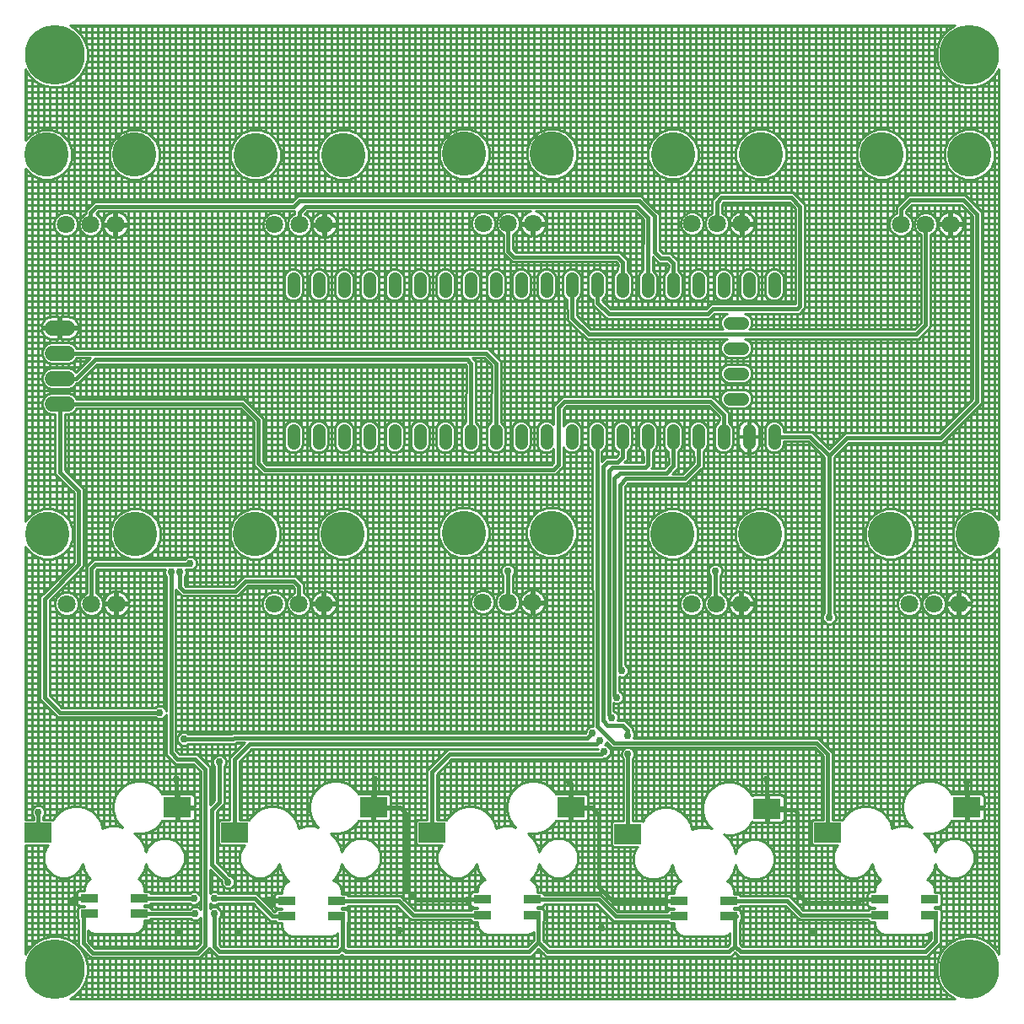
<source format=gbr>
G04 EAGLE Gerber RS-274X export*
G75*
%MOMM*%
%FSLAX34Y34*%
%LPD*%
%INBottom Copper*%
%IPPOS*%
%AMOC8*
5,1,8,0,0,1.08239X$1,22.5*%
G01*
%ADD10C,1.800000*%
%ADD11C,4.460000*%
%ADD12C,1.308000*%
%ADD13R,2.700000X2.000000*%
%ADD14C,1.508000*%
%ADD15R,1.800000X0.820000*%
%ADD16C,6.000000*%
%ADD17C,1.008000*%
%ADD18C,0.406400*%
%ADD19C,0.756400*%
%ADD20C,0.254000*%


D10*
X51650Y724810D03*
X76650Y724810D03*
X101650Y724810D03*
D11*
X32650Y794810D03*
X120650Y794810D03*
D10*
X261200Y724570D03*
X286200Y724570D03*
X311200Y724570D03*
D11*
X242200Y794570D03*
X330200Y794570D03*
D10*
X470750Y725600D03*
X495750Y725600D03*
X520750Y725600D03*
D11*
X451750Y795600D03*
X539750Y795600D03*
D10*
X680300Y725360D03*
X705300Y725360D03*
X730300Y725360D03*
D11*
X661300Y795360D03*
X749300Y795360D03*
D10*
X889850Y725120D03*
X914850Y725120D03*
X939850Y725120D03*
D11*
X870850Y795120D03*
X958850Y795120D03*
D12*
X280035Y518350D02*
X280035Y505270D01*
X305435Y505270D02*
X305435Y518350D01*
X330835Y518350D02*
X330835Y505270D01*
X356235Y505270D02*
X356235Y518350D01*
X381635Y518350D02*
X381635Y505270D01*
X407035Y505270D02*
X407035Y518350D01*
X432435Y518350D02*
X432435Y505270D01*
X457835Y505270D02*
X457835Y518350D01*
X483235Y518350D02*
X483235Y505270D01*
X508635Y505270D02*
X508635Y518350D01*
X534035Y518350D02*
X534035Y505270D01*
X559435Y505270D02*
X559435Y518350D01*
X584835Y518350D02*
X584835Y505270D01*
X610235Y505270D02*
X610235Y518350D01*
X635635Y518350D02*
X635635Y505270D01*
X661035Y505270D02*
X661035Y518350D01*
X686435Y518350D02*
X686435Y505270D01*
X711835Y505270D02*
X711835Y518350D01*
X737235Y518350D02*
X737235Y505270D01*
X762635Y505270D02*
X762635Y518350D01*
X280035Y657670D02*
X280035Y670750D01*
X305435Y670750D02*
X305435Y657670D01*
X330835Y657670D02*
X330835Y670750D01*
X356235Y670750D02*
X356235Y657670D01*
X381635Y657670D02*
X381635Y670750D01*
X407035Y670750D02*
X407035Y657670D01*
X432435Y657670D02*
X432435Y670750D01*
X457835Y670750D02*
X457835Y657670D01*
X483235Y657670D02*
X483235Y670750D01*
X508635Y670750D02*
X508635Y657670D01*
X534035Y657670D02*
X534035Y670750D01*
X559435Y670750D02*
X559435Y657670D01*
X584835Y657670D02*
X584835Y670750D01*
X610235Y670750D02*
X610235Y657670D01*
X635635Y657670D02*
X635635Y670750D01*
X661035Y670750D02*
X661035Y657670D01*
X686435Y657670D02*
X686435Y670750D01*
X711835Y670750D02*
X711835Y657670D01*
X737235Y657670D02*
X737235Y670750D01*
X762635Y670750D02*
X762635Y657670D01*
X731075Y575310D02*
X717995Y575310D01*
X717995Y549910D02*
X731075Y549910D01*
X731075Y600710D02*
X717995Y600710D01*
X717995Y626110D02*
X731075Y626110D01*
D10*
X52470Y344050D03*
X77470Y344050D03*
X102470Y344050D03*
D11*
X33470Y414050D03*
X121470Y414050D03*
D10*
X260750Y344050D03*
X285750Y344050D03*
X310750Y344050D03*
D11*
X241750Y414050D03*
X329750Y414050D03*
D10*
X470300Y345320D03*
X495300Y345320D03*
X520300Y345320D03*
D11*
X451300Y415320D03*
X539300Y415320D03*
D10*
X679850Y344050D03*
X704850Y344050D03*
X729850Y344050D03*
D11*
X660850Y414050D03*
X748850Y414050D03*
D10*
X898290Y344050D03*
X923290Y344050D03*
X948290Y344050D03*
D11*
X879290Y414050D03*
X967290Y414050D03*
D13*
X24080Y114300D03*
X163880Y139700D03*
X220930Y114300D03*
X360730Y139700D03*
X419050Y114300D03*
X558850Y139700D03*
X615900Y113030D03*
X755700Y138430D03*
X816560Y114300D03*
X956360Y139700D03*
D14*
X53260Y544830D02*
X38180Y544830D01*
X38180Y570230D02*
X53260Y570230D01*
X53260Y595630D02*
X38180Y595630D01*
X38180Y621030D02*
X53260Y621030D01*
D15*
X125330Y32900D03*
X125330Y48380D03*
X75330Y48380D03*
X75330Y32900D03*
X323450Y30360D03*
X323450Y45840D03*
X273450Y45840D03*
X273450Y30360D03*
X520300Y31630D03*
X520300Y47110D03*
X470300Y47110D03*
X470300Y31630D03*
X717150Y30360D03*
X717150Y45840D03*
X667150Y45840D03*
X667150Y30360D03*
X919080Y31630D03*
X919080Y47110D03*
X869080Y47110D03*
X869080Y31630D03*
D16*
X40640Y-22860D03*
D17*
X40640Y-635D03*
X40640Y-45085D03*
X62865Y-22860D03*
X18415Y-22860D03*
X24765Y-6985D03*
X56515Y-6985D03*
X56515Y-38735D03*
X24765Y-38735D03*
D16*
X958850Y-22860D03*
D17*
X958850Y-635D03*
X958850Y-45085D03*
X936625Y-22860D03*
X981075Y-22860D03*
X974725Y-6985D03*
X942975Y-6985D03*
X942975Y-38735D03*
X974725Y-38735D03*
D16*
X40640Y895350D03*
D17*
X40640Y917575D03*
X40640Y873125D03*
X62865Y895350D03*
X18415Y895350D03*
X24765Y911225D03*
X56515Y911225D03*
X56515Y879475D03*
X24765Y879475D03*
D16*
X958850Y895350D03*
D17*
X958850Y917575D03*
X958850Y873125D03*
X981075Y895350D03*
X936625Y895350D03*
X942975Y911225D03*
X974725Y911225D03*
X974725Y879475D03*
X942975Y879475D03*
D18*
X75330Y48380D02*
X58540Y48380D01*
X57150Y46990D01*
X57150Y45720D01*
D19*
X57150Y45720D03*
X255270Y46990D03*
D18*
X266185Y46990D01*
X267335Y45840D02*
X273450Y45840D01*
X267335Y45840D02*
X266185Y46990D01*
D19*
X455930Y46990D03*
D18*
X456050Y47110D01*
X470300Y47110D01*
D19*
X645160Y45720D03*
D18*
X645280Y45840D01*
X667150Y45840D01*
D19*
X847090Y44450D03*
D18*
X849750Y47110D01*
X869080Y47110D01*
X163880Y139700D02*
X162560Y141020D01*
X162560Y167640D01*
D19*
X162560Y167640D03*
X361950Y167640D03*
D18*
X361950Y140920D01*
X360730Y139700D01*
D19*
X557530Y165100D03*
D18*
X558850Y163780D01*
X558850Y139700D01*
D19*
X755650Y167640D03*
D18*
X755700Y167590D01*
X755700Y139700D01*
X755700Y138430D01*
D19*
X956310Y165100D03*
D18*
X956360Y165050D01*
X956360Y139700D01*
X847090Y44450D02*
X795020Y44450D01*
X786130Y53340D02*
X786130Y134620D01*
X783590Y137160D01*
X758240Y137160D02*
X755700Y139700D01*
X786130Y53340D02*
X795020Y44450D01*
X783590Y137160D02*
X758240Y137160D01*
X645160Y45720D02*
X600710Y45720D01*
X586740Y59690D02*
X586740Y132080D01*
X579120Y139700D01*
X586740Y59690D02*
X600710Y45720D01*
X579120Y139700D02*
X558850Y139700D01*
X455930Y46990D02*
X403860Y46990D01*
X387350Y139700D02*
X367030Y139700D01*
X393700Y57150D02*
X403860Y46990D01*
X393700Y57150D02*
X393700Y133350D01*
X387350Y139700D01*
D20*
X387959Y50666D02*
X390786Y47839D01*
X387959Y50666D02*
X335244Y50666D01*
X335244Y51097D01*
X333607Y52734D01*
X328549Y52734D01*
X328549Y57010D01*
X326712Y61444D01*
X323318Y64838D01*
X319751Y66316D01*
X322730Y69295D01*
X326934Y76575D01*
X328733Y83288D01*
X331084Y77611D01*
X336691Y72004D01*
X344016Y68970D01*
X351944Y68970D01*
X359269Y72004D01*
X364876Y77611D01*
X367910Y84936D01*
X367910Y92864D01*
X364876Y100189D01*
X359269Y105796D01*
X351944Y108830D01*
X344016Y108830D01*
X336691Y105796D01*
X331084Y100189D01*
X328733Y94512D01*
X326934Y101225D01*
X322730Y108505D01*
X317550Y113685D01*
X319100Y113270D01*
X326060Y113270D01*
X332782Y115071D01*
X338808Y118551D01*
X343729Y123472D01*
X345396Y126359D01*
X345759Y126150D01*
X346728Y125890D01*
X359460Y125890D01*
X359460Y138430D01*
X362000Y138430D01*
X362000Y125890D01*
X374732Y125890D01*
X375701Y126150D01*
X376569Y126651D01*
X377279Y127361D01*
X377780Y128229D01*
X378040Y129198D01*
X378040Y138430D01*
X362000Y138430D01*
X362000Y140970D01*
X378040Y140970D01*
X378040Y150202D01*
X377780Y151171D01*
X377279Y152039D01*
X376569Y152749D01*
X375701Y153250D01*
X374732Y153510D01*
X362000Y153510D01*
X362000Y140970D01*
X359460Y140970D01*
X359460Y153510D01*
X346728Y153510D01*
X345759Y153250D01*
X345396Y153041D01*
X343729Y155928D01*
X338808Y160849D01*
X332782Y164329D01*
X326060Y166130D01*
X319100Y166130D01*
X312378Y164329D01*
X306352Y160849D01*
X301431Y155928D01*
X297951Y149902D01*
X296150Y143180D01*
X296150Y136220D01*
X297951Y129498D01*
X301431Y123472D01*
X305057Y119846D01*
X301384Y120830D01*
X292976Y120830D01*
X285248Y118759D01*
X283709Y124502D01*
X280229Y130528D01*
X275308Y135449D01*
X269282Y138929D01*
X262560Y140730D01*
X255600Y140730D01*
X248878Y138929D01*
X242852Y135449D01*
X237931Y130528D01*
X235816Y126865D01*
X235587Y127094D01*
X225756Y127094D01*
X225756Y185911D01*
X238219Y198374D01*
X585860Y198374D01*
X585649Y197866D01*
X434881Y197866D01*
X417051Y180036D01*
X417051Y180036D01*
X414224Y177209D01*
X414224Y127094D01*
X404393Y127094D01*
X402756Y125457D01*
X402756Y103143D01*
X404393Y101506D01*
X428921Y101506D01*
X427604Y100189D01*
X424570Y92864D01*
X424570Y84936D01*
X427604Y77611D01*
X433211Y72004D01*
X440536Y68970D01*
X448464Y68970D01*
X455789Y72004D01*
X461396Y77611D01*
X463747Y83288D01*
X465546Y76575D01*
X469750Y69295D01*
X472128Y66916D01*
X470178Y66108D01*
X466784Y62714D01*
X464947Y58280D01*
X464947Y55020D01*
X460798Y55020D01*
X459829Y54760D01*
X458961Y54259D01*
X458251Y53549D01*
X457750Y52681D01*
X457490Y51712D01*
X457490Y47890D01*
X464947Y47890D01*
X464947Y46330D01*
X457490Y46330D01*
X457490Y42508D01*
X457750Y41539D01*
X458251Y40671D01*
X458961Y39961D01*
X459829Y39460D01*
X460798Y39200D01*
X464947Y39200D01*
X464947Y38524D01*
X460143Y38524D01*
X458506Y36887D01*
X458506Y36456D01*
X402169Y36456D01*
X390786Y47839D01*
X390786Y47839D01*
X323121Y-254D02*
X207739Y-254D01*
X205486Y1999D01*
X205486Y28546D01*
X206235Y29295D01*
X207236Y31712D01*
X207236Y34328D01*
X206235Y36745D01*
X204385Y38595D01*
X201968Y39596D01*
X199352Y39596D01*
X196935Y38595D01*
X196596Y38256D01*
X196596Y43024D01*
X196935Y42685D01*
X199352Y41684D01*
X201968Y41684D01*
X204385Y42685D01*
X205134Y43434D01*
X239301Y43434D01*
X254374Y28361D01*
X257201Y25534D01*
X261656Y25534D01*
X261656Y25103D01*
X263293Y23466D01*
X268097Y23466D01*
X268097Y19952D01*
X269934Y15518D01*
X273328Y12124D01*
X277762Y10287D01*
X318884Y10287D01*
X323318Y12124D01*
X324485Y13291D01*
X324485Y1110D01*
X324104Y729D01*
X323121Y-254D01*
X334137Y348D02*
X334739Y-254D01*
X334137Y348D02*
X334137Y23996D01*
X335244Y25103D01*
X335244Y35617D01*
X333607Y37254D01*
X328549Y37254D01*
X328549Y38946D01*
X333607Y38946D01*
X335244Y40583D01*
X335244Y41014D01*
X383961Y41014D01*
X398171Y26804D01*
X458506Y26804D01*
X458506Y26373D01*
X460143Y24736D01*
X464947Y24736D01*
X464947Y21222D01*
X466784Y16788D01*
X470178Y13394D01*
X474612Y11557D01*
X515734Y11557D01*
X520168Y13394D01*
X521335Y14561D01*
X521335Y6190D01*
X514891Y-254D01*
X334739Y-254D01*
X857286Y26373D02*
X857286Y26804D01*
X857286Y26373D02*
X858923Y24736D01*
X863727Y24736D01*
X863727Y21222D01*
X865564Y16788D01*
X868958Y13394D01*
X873392Y11557D01*
X914514Y11557D01*
X918948Y13394D01*
X920115Y14561D01*
X920115Y7460D01*
X912401Y-254D01*
X730979Y-254D01*
X728345Y2380D01*
X728345Y2380D01*
X727837Y2888D01*
X727837Y23996D01*
X728944Y25103D01*
X728944Y27309D01*
X729996Y28361D01*
X729996Y32359D01*
X728944Y33411D01*
X728944Y35617D01*
X727307Y37254D01*
X722249Y37254D01*
X722249Y38946D01*
X727307Y38946D01*
X728944Y40583D01*
X728944Y41014D01*
X773851Y41014D01*
X788061Y26804D01*
X792059Y26804D01*
X857286Y26804D01*
X715551Y-254D02*
X537431Y-254D01*
X530987Y6190D01*
X530987Y25266D01*
X532094Y26373D01*
X532094Y36887D01*
X530457Y38524D01*
X525399Y38524D01*
X525399Y40216D01*
X530457Y40216D01*
X532094Y41853D01*
X532094Y42284D01*
X584621Y42284D01*
X598544Y28361D01*
X601371Y25534D01*
X655356Y25534D01*
X655356Y25103D01*
X656993Y23466D01*
X661797Y23466D01*
X661797Y19952D01*
X663634Y15518D01*
X667028Y12124D01*
X671462Y10287D01*
X712584Y10287D01*
X717018Y12124D01*
X718185Y13291D01*
X718185Y2380D01*
X715551Y-254D01*
X186944Y3269D02*
X182151Y-1524D01*
X80739Y-1524D01*
X74041Y5174D01*
X74041Y15831D01*
X75208Y14664D01*
X79642Y12827D01*
X120764Y12827D01*
X125198Y14664D01*
X128592Y18058D01*
X130429Y22492D01*
X130429Y26006D01*
X135487Y26006D01*
X137124Y27643D01*
X137124Y28074D01*
X177256Y28074D01*
X177885Y27445D01*
X180302Y26444D01*
X182918Y26444D01*
X185335Y27445D01*
X186944Y29054D01*
X186944Y3269D01*
X717700Y107235D02*
X721904Y99955D01*
X717700Y107235D02*
X712520Y112415D01*
X714070Y112000D01*
X721030Y112000D01*
X727752Y113801D01*
X733778Y117281D01*
X738699Y122202D01*
X740366Y125089D01*
X740729Y124880D01*
X741698Y124620D01*
X754430Y124620D01*
X754430Y137160D01*
X756970Y137160D01*
X756970Y124620D01*
X769702Y124620D01*
X770671Y124880D01*
X771539Y125381D01*
X772249Y126091D01*
X772750Y126959D01*
X773010Y127928D01*
X773010Y137160D01*
X756970Y137160D01*
X756970Y139700D01*
X773010Y139700D01*
X773010Y148932D01*
X772750Y149901D01*
X772249Y150769D01*
X771539Y151479D01*
X770671Y151980D01*
X769702Y152240D01*
X756970Y152240D01*
X756970Y139700D01*
X754430Y139700D01*
X754430Y152240D01*
X741698Y152240D01*
X740729Y151980D01*
X740366Y151771D01*
X738699Y154658D01*
X733778Y159579D01*
X727752Y163059D01*
X721030Y164860D01*
X714070Y164860D01*
X707348Y163059D01*
X701322Y159579D01*
X696401Y154658D01*
X692921Y148632D01*
X691120Y141910D01*
X691120Y134950D01*
X692921Y128228D01*
X696401Y122202D01*
X700027Y118576D01*
X696354Y119560D01*
X687946Y119560D01*
X680218Y117489D01*
X678679Y123232D01*
X675199Y129258D01*
X670278Y134179D01*
X664252Y137659D01*
X657530Y139460D01*
X650570Y139460D01*
X643848Y137659D01*
X637822Y134179D01*
X632901Y129258D01*
X630786Y125595D01*
X630557Y125824D01*
X620726Y125824D01*
X620726Y188516D01*
X621525Y189315D01*
X622526Y191732D01*
X622526Y194348D01*
X621525Y196765D01*
X619675Y198615D01*
X617258Y199616D01*
X614642Y199616D01*
X612225Y198615D01*
X610375Y196765D01*
X609374Y194348D01*
X609374Y191732D01*
X610375Y189315D01*
X611074Y188616D01*
X611074Y125824D01*
X601243Y125824D01*
X599606Y124187D01*
X599606Y101873D01*
X601243Y100236D01*
X625771Y100236D01*
X624454Y98919D01*
X621420Y91594D01*
X621420Y83666D01*
X624454Y76341D01*
X630061Y70734D01*
X637386Y67700D01*
X645314Y67700D01*
X652639Y70734D01*
X658246Y76341D01*
X660597Y82018D01*
X662396Y75305D01*
X666600Y68025D01*
X668978Y65646D01*
X667028Y64838D01*
X663634Y61444D01*
X661797Y57010D01*
X661797Y53750D01*
X657648Y53750D01*
X656679Y53490D01*
X655811Y52989D01*
X655101Y52279D01*
X654600Y51411D01*
X654340Y50442D01*
X654340Y46620D01*
X661797Y46620D01*
X661797Y45060D01*
X654340Y45060D01*
X654340Y41238D01*
X654600Y40269D01*
X655101Y39401D01*
X655811Y38691D01*
X656679Y38190D01*
X657648Y37930D01*
X661797Y37930D01*
X661797Y37254D01*
X656993Y37254D01*
X655356Y35617D01*
X655356Y35186D01*
X605369Y35186D01*
X588619Y51936D01*
X532094Y51936D01*
X532094Y52367D01*
X530457Y54004D01*
X525399Y54004D01*
X525399Y58280D01*
X523562Y62714D01*
X520168Y66108D01*
X518397Y66842D01*
X520850Y69295D01*
X525054Y76575D01*
X526853Y83288D01*
X529204Y77611D01*
X534811Y72004D01*
X542136Y68970D01*
X550064Y68970D01*
X557389Y72004D01*
X562996Y77611D01*
X566030Y84936D01*
X566030Y92864D01*
X562996Y100189D01*
X557389Y105796D01*
X550064Y108830D01*
X542136Y108830D01*
X534811Y105796D01*
X529204Y100189D01*
X526853Y94512D01*
X525054Y101225D01*
X520850Y108505D01*
X515670Y113685D01*
X517220Y113270D01*
X524180Y113270D01*
X530902Y115071D01*
X536928Y118551D01*
X541849Y123472D01*
X543516Y126359D01*
X543879Y126150D01*
X544848Y125890D01*
X557580Y125890D01*
X557580Y138430D01*
X560120Y138430D01*
X560120Y125890D01*
X572852Y125890D01*
X573821Y126150D01*
X574689Y126651D01*
X575399Y127361D01*
X575900Y128229D01*
X576160Y129198D01*
X576160Y138430D01*
X560120Y138430D01*
X560120Y140970D01*
X576160Y140970D01*
X576160Y150202D01*
X575900Y151171D01*
X575399Y152039D01*
X574689Y152749D01*
X573821Y153250D01*
X572852Y153510D01*
X560120Y153510D01*
X560120Y140970D01*
X557580Y140970D01*
X557580Y153510D01*
X544848Y153510D01*
X543879Y153250D01*
X543516Y153041D01*
X541849Y155928D01*
X536928Y160849D01*
X530902Y164329D01*
X524180Y166130D01*
X517220Y166130D01*
X510498Y164329D01*
X504472Y160849D01*
X499551Y155928D01*
X496071Y149902D01*
X494270Y143180D01*
X494270Y136220D01*
X496071Y129498D01*
X499551Y123472D01*
X503177Y119846D01*
X499504Y120830D01*
X491096Y120830D01*
X483368Y118759D01*
X481829Y124502D01*
X478349Y130528D01*
X473428Y135449D01*
X467402Y138929D01*
X460680Y140730D01*
X453720Y140730D01*
X446998Y138929D01*
X440972Y135449D01*
X436051Y130528D01*
X433936Y126865D01*
X433707Y127094D01*
X423876Y127094D01*
X423876Y173211D01*
X438879Y188214D01*
X591279Y188214D01*
X592069Y189004D01*
X593128Y189004D01*
X595545Y190005D01*
X597395Y191855D01*
X598396Y194272D01*
X598396Y196888D01*
X597395Y199305D01*
X595545Y201155D01*
X593128Y202156D01*
X592456Y202156D01*
X593585Y203285D01*
X594392Y205233D01*
X597154Y202471D01*
X599981Y199644D01*
X803181Y199644D01*
X811734Y191091D01*
X811734Y127094D01*
X801903Y127094D01*
X800266Y125457D01*
X800266Y103143D01*
X801903Y101506D01*
X826431Y101506D01*
X825114Y100189D01*
X822080Y92864D01*
X822080Y84936D01*
X825114Y77611D01*
X830721Y72004D01*
X838046Y68970D01*
X845974Y68970D01*
X853299Y72004D01*
X858906Y77611D01*
X861257Y83288D01*
X863056Y76575D01*
X867260Y69295D01*
X870010Y66544D01*
X868958Y66108D01*
X865564Y62714D01*
X863727Y58280D01*
X863727Y55020D01*
X859578Y55020D01*
X858609Y54760D01*
X857741Y54259D01*
X857031Y53549D01*
X856530Y52681D01*
X856270Y51712D01*
X856270Y47890D01*
X863727Y47890D01*
X863727Y46330D01*
X856270Y46330D01*
X856270Y42508D01*
X856530Y41539D01*
X857031Y40671D01*
X857741Y39961D01*
X858609Y39460D01*
X859578Y39200D01*
X863727Y39200D01*
X863727Y38524D01*
X858923Y38524D01*
X857286Y36887D01*
X857286Y36456D01*
X792059Y36456D01*
X777849Y50666D01*
X728944Y50666D01*
X728944Y51097D01*
X727307Y52734D01*
X722249Y52734D01*
X722249Y57010D01*
X720412Y61444D01*
X717018Y64838D01*
X715247Y65572D01*
X717700Y68025D01*
X721904Y75305D01*
X723703Y82018D01*
X726054Y76341D01*
X731661Y70734D01*
X738986Y67700D01*
X746914Y67700D01*
X754239Y70734D01*
X759846Y76341D01*
X762880Y83666D01*
X762880Y91594D01*
X759846Y98919D01*
X754239Y104526D01*
X746914Y107560D01*
X738986Y107560D01*
X731661Y104526D01*
X726054Y98919D01*
X723703Y93242D01*
X721904Y99955D01*
X221206Y66078D02*
X221206Y63462D01*
X221206Y66078D02*
X220205Y68495D01*
X218355Y70345D01*
X216298Y71197D01*
X202946Y84549D01*
X202946Y135161D01*
X207739Y139954D01*
X210566Y142781D01*
X210566Y180946D01*
X211315Y181695D01*
X212316Y184112D01*
X212316Y186728D01*
X211315Y189145D01*
X209465Y190995D01*
X207048Y191996D01*
X204432Y191996D01*
X202015Y190995D01*
X200165Y189145D01*
X199164Y186728D01*
X199164Y184112D01*
X200165Y181695D01*
X200914Y180946D01*
X200914Y146779D01*
X196596Y142461D01*
X196596Y179799D01*
X193769Y182626D01*
X193769Y182626D01*
X183609Y192786D01*
X165829Y192786D01*
X162108Y196507D01*
X162108Y358117D01*
X165354Y354871D01*
X168181Y352044D01*
X224249Y352044D01*
X234409Y362204D01*
X278671Y362204D01*
X280924Y359951D01*
X280924Y354817D01*
X279069Y354048D01*
X275752Y350731D01*
X273956Y346396D01*
X273956Y341704D01*
X275752Y337369D01*
X279069Y334052D01*
X283404Y332256D01*
X288096Y332256D01*
X292431Y334052D01*
X295748Y337369D01*
X297544Y341704D01*
X297544Y346396D01*
X295748Y350731D01*
X292431Y354048D01*
X290576Y354817D01*
X290576Y363949D01*
X287749Y366776D01*
X282669Y371856D01*
X230411Y371856D01*
X220251Y361696D01*
X172179Y361696D01*
X171196Y362679D01*
X171196Y371446D01*
X171945Y372195D01*
X172946Y374612D01*
X172946Y377228D01*
X172330Y378714D01*
X174063Y378714D01*
X175222Y378234D01*
X177838Y378234D01*
X180255Y379235D01*
X182105Y381085D01*
X183106Y383502D01*
X183106Y386118D01*
X182105Y388535D01*
X180255Y390385D01*
X177838Y391386D01*
X175222Y391386D01*
X172805Y390385D01*
X170955Y388535D01*
X170885Y388366D01*
X79281Y388366D01*
X72644Y381729D01*
X72644Y354817D01*
X70789Y354048D01*
X67472Y350731D01*
X65676Y346396D01*
X65676Y341704D01*
X67472Y337369D01*
X70789Y334052D01*
X75124Y332256D01*
X79816Y332256D01*
X84151Y334052D01*
X87468Y337369D01*
X89264Y341704D01*
X89264Y346396D01*
X87468Y350731D01*
X84151Y354048D01*
X82296Y354817D01*
X82296Y377731D01*
X83279Y378714D01*
X151322Y378714D01*
X150706Y377228D01*
X150706Y374612D01*
X151707Y372195D01*
X152456Y371446D01*
X152456Y236668D01*
X151625Y238675D01*
X149775Y240525D01*
X147358Y241526D01*
X144742Y241526D01*
X142325Y240525D01*
X141576Y239776D01*
X47719Y239776D01*
X35306Y252189D01*
X35306Y347251D01*
X69596Y381541D01*
X69596Y459199D01*
X66769Y462026D01*
X50546Y478249D01*
X50546Y534496D01*
X55316Y534496D01*
X59114Y536069D01*
X62021Y538976D01*
X62446Y540004D01*
X226601Y540004D01*
X240284Y526321D01*
X240284Y483141D01*
X246634Y476791D01*
X246634Y476791D01*
X249461Y473964D01*
X543019Y473964D01*
X545846Y476791D01*
X545846Y476791D01*
X548099Y479044D01*
X550926Y481871D01*
X550926Y501422D01*
X551522Y499983D01*
X554148Y497357D01*
X557578Y495936D01*
X561292Y495936D01*
X564722Y497357D01*
X567348Y499983D01*
X568769Y503413D01*
X568769Y520207D01*
X567348Y523637D01*
X564722Y526263D01*
X561292Y527684D01*
X557578Y527684D01*
X554148Y526263D01*
X551522Y523637D01*
X550926Y522198D01*
X550926Y539021D01*
X554449Y542544D01*
X696501Y542544D01*
X707585Y531460D01*
X707443Y526634D01*
X706548Y526263D01*
X703922Y523637D01*
X702501Y520207D01*
X702501Y503413D01*
X703922Y499983D01*
X706548Y497357D01*
X709978Y495936D01*
X713692Y495936D01*
X717122Y497357D01*
X719748Y499983D01*
X721169Y503413D01*
X721169Y520207D01*
X719748Y523637D01*
X717122Y526263D01*
X717089Y526277D01*
X717238Y531343D01*
X717296Y531401D01*
X717296Y533329D01*
X717353Y535256D01*
X717296Y535316D01*
X717296Y535399D01*
X715933Y536762D01*
X714610Y538165D01*
X714527Y538168D01*
X700499Y552196D01*
X550451Y552196D01*
X547624Y549369D01*
X541274Y543019D01*
X541274Y524311D01*
X539322Y526263D01*
X535892Y527684D01*
X532178Y527684D01*
X528748Y526263D01*
X526122Y523637D01*
X524701Y520207D01*
X524701Y503413D01*
X526122Y499983D01*
X528748Y497357D01*
X532178Y495936D01*
X535892Y495936D01*
X539322Y497357D01*
X541274Y499309D01*
X541274Y485869D01*
X539021Y483616D01*
X253459Y483616D01*
X249936Y487139D01*
X249936Y530319D01*
X230599Y549656D01*
X62446Y549656D01*
X62021Y550684D01*
X59114Y553591D01*
X55316Y555164D01*
X36124Y555164D01*
X32326Y553591D01*
X29419Y550684D01*
X27846Y546886D01*
X27846Y542774D01*
X29419Y538976D01*
X32326Y536069D01*
X36124Y534496D01*
X40894Y534496D01*
X40894Y474251D01*
X59944Y455201D01*
X59944Y385539D01*
X28481Y354076D01*
X25654Y351249D01*
X25654Y248191D01*
X40894Y232951D01*
X43721Y230124D01*
X141576Y230124D01*
X142325Y229375D01*
X144742Y228374D01*
X147358Y228374D01*
X149775Y229375D01*
X151625Y231225D01*
X152456Y233232D01*
X152456Y192509D01*
X161831Y183134D01*
X179611Y183134D01*
X186944Y175801D01*
X186944Y36986D01*
X185335Y38595D01*
X182918Y39596D01*
X180302Y39596D01*
X177885Y38595D01*
X177016Y37726D01*
X137124Y37726D01*
X137124Y38157D01*
X135487Y39794D01*
X130429Y39794D01*
X130429Y41486D01*
X135487Y41486D01*
X137124Y43123D01*
X137124Y43554D01*
X175746Y43554D01*
X176615Y42685D01*
X179032Y41684D01*
X181648Y41684D01*
X184065Y42685D01*
X185915Y44535D01*
X186916Y46952D01*
X186916Y49568D01*
X185915Y51985D01*
X184065Y53835D01*
X181648Y54836D01*
X179032Y54836D01*
X176615Y53835D01*
X175986Y53206D01*
X137124Y53206D01*
X137124Y53637D01*
X135487Y55274D01*
X130429Y55274D01*
X130429Y59550D01*
X128592Y63984D01*
X125198Y67378D01*
X124326Y67740D01*
X125880Y69295D01*
X130084Y76575D01*
X131883Y83288D01*
X134234Y77611D01*
X139841Y72004D01*
X147166Y68970D01*
X155094Y68970D01*
X162419Y72004D01*
X168026Y77611D01*
X171060Y84936D01*
X171060Y92864D01*
X168026Y100189D01*
X162419Y105796D01*
X155094Y108830D01*
X147166Y108830D01*
X139841Y105796D01*
X134234Y100189D01*
X131883Y94512D01*
X130084Y101225D01*
X125880Y108505D01*
X120700Y113685D01*
X122250Y113270D01*
X129210Y113270D01*
X135932Y115071D01*
X141958Y118551D01*
X146879Y123472D01*
X148546Y126359D01*
X148909Y126150D01*
X149878Y125890D01*
X162610Y125890D01*
X162610Y138430D01*
X165150Y138430D01*
X165150Y125890D01*
X177882Y125890D01*
X178851Y126150D01*
X179719Y126651D01*
X180429Y127361D01*
X180930Y128229D01*
X181190Y129198D01*
X181190Y138430D01*
X165150Y138430D01*
X165150Y140970D01*
X181190Y140970D01*
X181190Y150202D01*
X180930Y151171D01*
X180429Y152039D01*
X179719Y152749D01*
X178851Y153250D01*
X177882Y153510D01*
X165150Y153510D01*
X165150Y140970D01*
X162610Y140970D01*
X162610Y153510D01*
X149878Y153510D01*
X148909Y153250D01*
X148546Y153041D01*
X146879Y155928D01*
X141958Y160849D01*
X135932Y164329D01*
X129210Y166130D01*
X122250Y166130D01*
X115528Y164329D01*
X109502Y160849D01*
X104581Y155928D01*
X101101Y149902D01*
X99300Y143180D01*
X99300Y136220D01*
X101101Y129498D01*
X104581Y123472D01*
X108207Y119846D01*
X104534Y120830D01*
X96126Y120830D01*
X88398Y118759D01*
X86859Y124502D01*
X83379Y130528D01*
X78458Y135449D01*
X72432Y138929D01*
X65710Y140730D01*
X58750Y140730D01*
X52028Y138929D01*
X46002Y135449D01*
X41081Y130528D01*
X38966Y126865D01*
X38737Y127094D01*
X28956Y127094D01*
X28956Y130146D01*
X29705Y130895D01*
X30706Y133312D01*
X30706Y135928D01*
X29705Y138345D01*
X27855Y140195D01*
X25438Y141196D01*
X22822Y141196D01*
X20405Y140195D01*
X18555Y138345D01*
X17554Y135928D01*
X17554Y133312D01*
X18555Y130895D01*
X19304Y130146D01*
X19304Y127094D01*
X11430Y127094D01*
X11430Y401686D01*
X12196Y399835D01*
X19255Y392776D01*
X28478Y388956D01*
X38462Y388956D01*
X47685Y392776D01*
X54744Y399835D01*
X58564Y409058D01*
X58564Y419042D01*
X54744Y428265D01*
X47685Y435324D01*
X38462Y439144D01*
X28478Y439144D01*
X19255Y435324D01*
X12196Y428265D01*
X11430Y426414D01*
X11430Y780542D01*
X18435Y773536D01*
X27658Y769716D01*
X37642Y769716D01*
X46865Y773536D01*
X53924Y780595D01*
X57744Y789818D01*
X57744Y799802D01*
X53924Y809025D01*
X46865Y816084D01*
X37642Y819904D01*
X27658Y819904D01*
X18435Y816084D01*
X11430Y809078D01*
X11430Y880355D01*
X14398Y875214D01*
X20504Y869108D01*
X27982Y864791D01*
X36323Y862556D01*
X44957Y862556D01*
X53298Y864791D01*
X60776Y869108D01*
X66882Y875214D01*
X71199Y882692D01*
X73434Y891033D01*
X73434Y899667D01*
X71199Y908008D01*
X66882Y915486D01*
X60776Y921592D01*
X55635Y924560D01*
X943855Y924560D01*
X938714Y921592D01*
X932608Y915486D01*
X928291Y908008D01*
X926056Y899667D01*
X926056Y891033D01*
X928291Y882692D01*
X932608Y875214D01*
X938714Y869108D01*
X946192Y864791D01*
X954533Y862556D01*
X963167Y862556D01*
X971508Y864791D01*
X978986Y869108D01*
X985092Y875214D01*
X988060Y880355D01*
X988060Y428768D01*
X981505Y435324D01*
X972282Y439144D01*
X962298Y439144D01*
X953075Y435324D01*
X946016Y428265D01*
X942196Y419042D01*
X942196Y409058D01*
X946016Y399835D01*
X953075Y392776D01*
X962298Y388956D01*
X972282Y388956D01*
X981505Y392776D01*
X988060Y399332D01*
X988060Y-7865D01*
X985092Y-2724D01*
X978986Y3382D01*
X971508Y7699D01*
X963167Y9934D01*
X954533Y9934D01*
X946192Y7699D01*
X938714Y3382D01*
X932608Y-2724D01*
X928291Y-10202D01*
X926056Y-18543D01*
X926056Y-27177D01*
X928291Y-35518D01*
X932608Y-42996D01*
X938714Y-49102D01*
X943855Y-52070D01*
X55635Y-52070D01*
X60776Y-49102D01*
X66882Y-42996D01*
X71199Y-35518D01*
X73434Y-27177D01*
X73434Y-18543D01*
X71199Y-10202D01*
X66882Y-2724D01*
X60776Y3382D01*
X53298Y7699D01*
X44957Y9934D01*
X36323Y9934D01*
X27982Y7699D01*
X20504Y3382D01*
X14398Y-2724D01*
X11430Y-7865D01*
X11430Y101506D01*
X33951Y101506D01*
X32634Y100189D01*
X29600Y92864D01*
X29600Y84936D01*
X32634Y77611D01*
X38241Y72004D01*
X45566Y68970D01*
X53494Y68970D01*
X60819Y72004D01*
X66426Y77611D01*
X68777Y83288D01*
X70576Y76575D01*
X74780Y69295D01*
X76260Y67814D01*
X75208Y67378D01*
X71814Y63984D01*
X69977Y59550D01*
X69977Y56290D01*
X65828Y56290D01*
X64859Y56030D01*
X63991Y55529D01*
X63281Y54819D01*
X62780Y53951D01*
X62520Y52982D01*
X62520Y49160D01*
X69977Y49160D01*
X69977Y47600D01*
X62520Y47600D01*
X62520Y43778D01*
X62780Y42809D01*
X63281Y41941D01*
X63991Y41231D01*
X64859Y40730D01*
X65828Y40470D01*
X69977Y40470D01*
X69977Y39794D01*
X65173Y39794D01*
X63536Y38157D01*
X63536Y27643D01*
X64389Y26790D01*
X64389Y1176D01*
X76741Y-11176D01*
X186149Y-11176D01*
X188976Y-8349D01*
X193769Y-3556D01*
X195834Y-1491D01*
X195834Y-1999D01*
X200914Y-7079D01*
X203741Y-9906D01*
X327119Y-9906D01*
X328930Y-8095D01*
X330741Y-9906D01*
X518889Y-9906D01*
X526161Y-2634D01*
X530606Y-7079D01*
X533433Y-9906D01*
X719549Y-9906D01*
X723265Y-6190D01*
X724154Y-7079D01*
X724154Y-7079D01*
X726981Y-9906D01*
X916399Y-9906D01*
X926940Y635D01*
X929767Y3462D01*
X929767Y25266D01*
X930874Y26373D01*
X930874Y36887D01*
X929237Y38524D01*
X924179Y38524D01*
X924179Y40216D01*
X929237Y40216D01*
X930874Y41853D01*
X930874Y52367D01*
X929237Y54004D01*
X924179Y54004D01*
X924179Y58280D01*
X922342Y62714D01*
X918948Y66108D01*
X916279Y67214D01*
X918360Y69295D01*
X922564Y76575D01*
X924363Y83288D01*
X926714Y77611D01*
X932321Y72004D01*
X939646Y68970D01*
X947574Y68970D01*
X954899Y72004D01*
X960506Y77611D01*
X963540Y84936D01*
X963540Y92864D01*
X960506Y100189D01*
X954899Y105796D01*
X947574Y108830D01*
X939646Y108830D01*
X932321Y105796D01*
X926714Y100189D01*
X924363Y94512D01*
X922564Y101225D01*
X918360Y108505D01*
X913180Y113685D01*
X914730Y113270D01*
X921690Y113270D01*
X928412Y115071D01*
X934438Y118551D01*
X939359Y123472D01*
X941026Y126359D01*
X941389Y126150D01*
X942358Y125890D01*
X955090Y125890D01*
X955090Y138430D01*
X957630Y138430D01*
X957630Y125890D01*
X970362Y125890D01*
X971331Y126150D01*
X972199Y126651D01*
X972909Y127361D01*
X973410Y128229D01*
X973670Y129198D01*
X973670Y138430D01*
X957630Y138430D01*
X957630Y140970D01*
X973670Y140970D01*
X973670Y150202D01*
X973410Y151171D01*
X972909Y152039D01*
X972199Y152749D01*
X971331Y153250D01*
X970362Y153510D01*
X957630Y153510D01*
X957630Y140970D01*
X955090Y140970D01*
X955090Y153510D01*
X942358Y153510D01*
X941389Y153250D01*
X941026Y153041D01*
X939359Y155928D01*
X934438Y160849D01*
X928412Y164329D01*
X921690Y166130D01*
X914730Y166130D01*
X908008Y164329D01*
X901982Y160849D01*
X897061Y155928D01*
X893581Y149902D01*
X891780Y143180D01*
X891780Y136220D01*
X893581Y129498D01*
X897061Y123472D01*
X900687Y119846D01*
X897014Y120830D01*
X888606Y120830D01*
X880878Y118759D01*
X879339Y124502D01*
X875859Y130528D01*
X870938Y135449D01*
X864912Y138929D01*
X858190Y140730D01*
X851230Y140730D01*
X844508Y138929D01*
X838482Y135449D01*
X833561Y130528D01*
X831446Y126865D01*
X831217Y127094D01*
X821386Y127094D01*
X821386Y195089D01*
X807179Y209296D01*
X621910Y209296D01*
X622526Y210782D01*
X622526Y213398D01*
X621525Y215815D01*
X620776Y216564D01*
X620776Y219169D01*
X612869Y227076D01*
X605400Y227076D01*
X606016Y228562D01*
X606016Y231178D01*
X605015Y233595D01*
X603165Y235445D01*
X601472Y236146D01*
X601472Y244335D01*
X603212Y243614D01*
X605828Y243614D01*
X608245Y244615D01*
X610095Y246465D01*
X611096Y248882D01*
X611096Y251498D01*
X610095Y253915D01*
X608245Y255765D01*
X607060Y256256D01*
X607060Y270794D01*
X608292Y270284D01*
X610908Y270284D01*
X613325Y271285D01*
X615175Y273135D01*
X616176Y275552D01*
X616176Y278168D01*
X615175Y280585D01*
X613325Y282435D01*
X612648Y282715D01*
X612648Y461551D01*
X615917Y464820D01*
X674845Y464820D01*
X677672Y467647D01*
X689114Y479089D01*
X689178Y479091D01*
X690522Y480497D01*
X691896Y481871D01*
X691896Y481935D01*
X691940Y481981D01*
X691896Y483926D01*
X691896Y485869D01*
X691851Y485914D01*
X691592Y497303D01*
X691722Y497357D01*
X694348Y499983D01*
X695769Y503413D01*
X695769Y520207D01*
X694348Y523637D01*
X691722Y526263D01*
X688292Y527684D01*
X684578Y527684D01*
X681148Y526263D01*
X678522Y523637D01*
X677101Y520207D01*
X677101Y503413D01*
X678522Y499983D01*
X681148Y497357D01*
X681944Y497027D01*
X682198Y485823D01*
X670847Y474472D01*
X660367Y474472D01*
X663712Y477817D01*
X663773Y477819D01*
X665120Y479225D01*
X666496Y480601D01*
X666496Y480662D01*
X666538Y480706D01*
X666496Y482653D01*
X666496Y484599D01*
X666453Y484642D01*
X666178Y497297D01*
X666322Y497357D01*
X668948Y499983D01*
X670369Y503413D01*
X670369Y520207D01*
X668948Y523637D01*
X666322Y526263D01*
X662892Y527684D01*
X659178Y527684D01*
X655748Y526263D01*
X653122Y523637D01*
X651701Y520207D01*
X651701Y503413D01*
X653122Y499983D01*
X655748Y497357D01*
X656529Y497033D01*
X656800Y484555D01*
X652305Y480060D01*
X639304Y480060D01*
X639722Y480497D01*
X641096Y481871D01*
X641096Y481935D01*
X641140Y481981D01*
X641096Y483925D01*
X641096Y485869D01*
X641051Y485914D01*
X640792Y497303D01*
X640922Y497357D01*
X643548Y499983D01*
X644969Y503413D01*
X644969Y520207D01*
X643548Y523637D01*
X640922Y526263D01*
X637492Y527684D01*
X633778Y527684D01*
X630348Y526263D01*
X627722Y523637D01*
X626301Y520207D01*
X626301Y503413D01*
X627722Y499983D01*
X630348Y497357D01*
X631144Y497027D01*
X631398Y485823D01*
X631223Y485648D01*
X611853Y485648D01*
X612931Y486726D01*
X613019Y486729D01*
X614336Y488131D01*
X615696Y489491D01*
X615696Y489579D01*
X615756Y489643D01*
X615696Y491566D01*
X615696Y493489D01*
X615634Y493551D01*
X615515Y497354D01*
X615522Y497357D01*
X618148Y499983D01*
X619569Y503413D01*
X619569Y520207D01*
X618148Y523637D01*
X615522Y526263D01*
X612092Y527684D01*
X608378Y527684D01*
X604948Y526263D01*
X602322Y523637D01*
X600901Y520207D01*
X600901Y503413D01*
X602322Y499983D01*
X604948Y497357D01*
X605870Y496975D01*
X605981Y493426D01*
X603791Y491236D01*
X593631Y491236D01*
X589714Y487319D01*
X589693Y497179D01*
X590122Y497357D01*
X592748Y499983D01*
X594169Y503413D01*
X594169Y520207D01*
X592748Y523637D01*
X590122Y526263D01*
X586692Y527684D01*
X582978Y527684D01*
X579548Y526263D01*
X576922Y523637D01*
X575501Y520207D01*
X575501Y503413D01*
X576922Y499983D01*
X579548Y497357D01*
X580041Y497153D01*
X580644Y221206D01*
X579082Y221206D01*
X576665Y220205D01*
X574815Y218355D01*
X573814Y215938D01*
X573814Y214879D01*
X573311Y214376D01*
X218981Y214376D01*
X217711Y213106D01*
X174654Y213106D01*
X173905Y213855D01*
X171488Y214856D01*
X168872Y214856D01*
X166455Y213855D01*
X164605Y212005D01*
X163604Y209588D01*
X163604Y206972D01*
X164605Y204555D01*
X166455Y202705D01*
X168872Y201704D01*
X171488Y201704D01*
X173905Y202705D01*
X174654Y203454D01*
X221709Y203454D01*
X222979Y204724D01*
X230919Y204724D01*
X216104Y189909D01*
X216104Y127094D01*
X206273Y127094D01*
X204636Y125457D01*
X204636Y103143D01*
X206273Y101506D01*
X230801Y101506D01*
X229484Y100189D01*
X226450Y92864D01*
X226450Y84936D01*
X229484Y77611D01*
X235091Y72004D01*
X242416Y68970D01*
X250344Y68970D01*
X257669Y72004D01*
X263276Y77611D01*
X265627Y83288D01*
X267426Y76575D01*
X271630Y69295D01*
X275278Y65646D01*
X273328Y64838D01*
X269934Y61444D01*
X268097Y57010D01*
X268097Y53750D01*
X263948Y53750D01*
X262979Y53490D01*
X262111Y52989D01*
X261401Y52279D01*
X260900Y51411D01*
X260640Y50442D01*
X260640Y46620D01*
X268097Y46620D01*
X268097Y45060D01*
X260640Y45060D01*
X260640Y41238D01*
X260900Y40269D01*
X261401Y39401D01*
X262111Y38691D01*
X262979Y38190D01*
X263948Y37930D01*
X268097Y37930D01*
X268097Y37254D01*
X263293Y37254D01*
X261656Y35617D01*
X261656Y35186D01*
X261199Y35186D01*
X243299Y53086D01*
X205134Y53086D01*
X204385Y53835D01*
X201968Y54836D01*
X199352Y54836D01*
X196935Y53835D01*
X196596Y53496D01*
X196596Y77249D01*
X208054Y65791D01*
X208054Y63462D01*
X209055Y61045D01*
X210905Y59195D01*
X213322Y58194D01*
X215938Y58194D01*
X218355Y59195D01*
X220205Y61045D01*
X221206Y63462D01*
X710156Y375882D02*
X710156Y378498D01*
X709155Y380915D01*
X707305Y382765D01*
X704888Y383766D01*
X702272Y383766D01*
X699855Y382765D01*
X698005Y380915D01*
X697004Y378498D01*
X697004Y375882D01*
X698005Y373465D01*
X698754Y372716D01*
X698754Y354291D01*
X698169Y354048D01*
X694852Y350731D01*
X693056Y346396D01*
X693056Y341704D01*
X694852Y337369D01*
X698169Y334052D01*
X702504Y332256D01*
X707196Y332256D01*
X711531Y334052D01*
X714848Y337369D01*
X716644Y341704D01*
X716644Y346396D01*
X714848Y350731D01*
X711531Y354048D01*
X708406Y355343D01*
X708406Y372716D01*
X709155Y373465D01*
X710156Y375882D01*
X904384Y409058D02*
X904384Y419042D01*
X900564Y428265D01*
X893505Y435324D01*
X884282Y439144D01*
X874298Y439144D01*
X865075Y435324D01*
X858016Y428265D01*
X854196Y419042D01*
X854196Y409058D01*
X858016Y399835D01*
X865075Y392776D01*
X874298Y388956D01*
X884282Y388956D01*
X893505Y392776D01*
X900564Y399835D01*
X904384Y409058D01*
X731120Y356819D02*
X731120Y345320D01*
X728580Y345320D01*
X728580Y356819D01*
X726850Y356545D01*
X724933Y355921D01*
X723136Y355006D01*
X721505Y353821D01*
X720079Y352395D01*
X718894Y350764D01*
X717979Y348967D01*
X717355Y347050D01*
X717081Y345320D01*
X728580Y345320D01*
X728580Y342780D01*
X717081Y342780D01*
X717355Y341050D01*
X717979Y339133D01*
X718894Y337336D01*
X720079Y335705D01*
X721505Y334279D01*
X723136Y333094D01*
X724933Y332179D01*
X726850Y331555D01*
X728580Y331281D01*
X728580Y342780D01*
X731120Y342780D01*
X731120Y331281D01*
X732850Y331555D01*
X734767Y332179D01*
X736564Y333094D01*
X738195Y334279D01*
X739621Y335705D01*
X740806Y337336D01*
X741721Y339133D01*
X742345Y341050D01*
X742619Y342780D01*
X731120Y342780D01*
X731120Y345320D01*
X742619Y345320D01*
X742345Y347050D01*
X741721Y348967D01*
X740806Y350764D01*
X739621Y352395D01*
X738195Y353821D01*
X736564Y355006D01*
X734767Y355921D01*
X732850Y356545D01*
X731120Y356819D01*
X691644Y346396D02*
X691644Y341704D01*
X691644Y346396D02*
X689848Y350731D01*
X686531Y354048D01*
X682196Y355844D01*
X677504Y355844D01*
X673169Y354048D01*
X669852Y350731D01*
X668056Y346396D01*
X668056Y341704D01*
X669852Y337369D01*
X673169Y334052D01*
X677504Y332256D01*
X682196Y332256D01*
X686531Y334052D01*
X689848Y337369D01*
X691644Y341704D01*
X564394Y410328D02*
X564394Y420312D01*
X560574Y429535D01*
X553515Y436594D01*
X544292Y440414D01*
X534308Y440414D01*
X525085Y436594D01*
X518026Y429535D01*
X514206Y420312D01*
X514206Y410328D01*
X518026Y401105D01*
X525085Y394046D01*
X534308Y390226D01*
X544292Y390226D01*
X553515Y394046D01*
X560574Y401105D01*
X564394Y410328D01*
X476394Y410328D02*
X476394Y420312D01*
X472574Y429535D01*
X465515Y436594D01*
X456292Y440414D01*
X446308Y440414D01*
X437085Y436594D01*
X430026Y429535D01*
X426206Y420312D01*
X426206Y410328D01*
X430026Y401105D01*
X437085Y394046D01*
X446308Y390226D01*
X456292Y390226D01*
X465515Y394046D01*
X472574Y401105D01*
X476394Y410328D01*
X312020Y356819D02*
X312020Y345320D01*
X309480Y345320D01*
X309480Y356819D01*
X307750Y356545D01*
X305833Y355921D01*
X304036Y355006D01*
X302405Y353821D01*
X300979Y352395D01*
X299794Y350764D01*
X298879Y348967D01*
X298255Y347050D01*
X297981Y345320D01*
X309480Y345320D01*
X309480Y342780D01*
X297981Y342780D01*
X298255Y341050D01*
X298879Y339133D01*
X299794Y337336D01*
X300979Y335705D01*
X302405Y334279D01*
X304036Y333094D01*
X305833Y332179D01*
X307750Y331555D01*
X309480Y331281D01*
X309480Y342780D01*
X312020Y342780D01*
X312020Y331281D01*
X313750Y331555D01*
X315667Y332179D01*
X317464Y333094D01*
X319095Y334279D01*
X320521Y335705D01*
X321706Y337336D01*
X322621Y339133D01*
X323245Y341050D01*
X323519Y342780D01*
X312020Y342780D01*
X312020Y345320D01*
X323519Y345320D01*
X323245Y347050D01*
X322621Y348967D01*
X321706Y350764D01*
X320521Y352395D01*
X319095Y353821D01*
X317464Y355006D01*
X315667Y355921D01*
X313750Y356545D01*
X312020Y356819D01*
X272544Y346396D02*
X272544Y341704D01*
X272544Y346396D02*
X270748Y350731D01*
X267431Y354048D01*
X263096Y355844D01*
X258404Y355844D01*
X254069Y354048D01*
X250752Y350731D01*
X248956Y346396D01*
X248956Y341704D01*
X250752Y337369D01*
X254069Y334052D01*
X258404Y332256D01*
X263096Y332256D01*
X267431Y334052D01*
X270748Y337369D01*
X272544Y341704D01*
X146564Y409058D02*
X146564Y419042D01*
X142744Y428265D01*
X135685Y435324D01*
X126462Y439144D01*
X116478Y439144D01*
X107255Y435324D01*
X100196Y428265D01*
X96376Y419042D01*
X96376Y409058D01*
X100196Y399835D01*
X107255Y392776D01*
X116478Y388956D01*
X126462Y388956D01*
X135685Y392776D01*
X142744Y399835D01*
X146564Y409058D01*
X103740Y356819D02*
X103740Y345320D01*
X101200Y345320D01*
X101200Y356819D01*
X99470Y356545D01*
X97553Y355921D01*
X95756Y355006D01*
X94125Y353821D01*
X92699Y352395D01*
X91514Y350764D01*
X90599Y348967D01*
X89975Y347050D01*
X89701Y345320D01*
X101200Y345320D01*
X101200Y342780D01*
X89701Y342780D01*
X89975Y341050D01*
X90599Y339133D01*
X91514Y337336D01*
X92699Y335705D01*
X94125Y334279D01*
X95756Y333094D01*
X97553Y332179D01*
X99470Y331555D01*
X101200Y331281D01*
X101200Y342780D01*
X103740Y342780D01*
X103740Y331281D01*
X105470Y331555D01*
X107387Y332179D01*
X109184Y333094D01*
X110815Y334279D01*
X112241Y335705D01*
X113426Y337336D01*
X114341Y339133D01*
X114965Y341050D01*
X115239Y342780D01*
X103740Y342780D01*
X103740Y345320D01*
X115239Y345320D01*
X114965Y347050D01*
X114341Y348967D01*
X113426Y350764D01*
X112241Y352395D01*
X110815Y353821D01*
X109184Y355006D01*
X107387Y355921D01*
X105470Y356545D01*
X103740Y356819D01*
X64264Y346396D02*
X64264Y341704D01*
X64264Y346396D02*
X62468Y350731D01*
X59151Y354048D01*
X54816Y355844D01*
X50124Y355844D01*
X45789Y354048D01*
X42472Y350731D01*
X40676Y346396D01*
X40676Y341704D01*
X42472Y337369D01*
X45789Y334052D01*
X50124Y332256D01*
X54816Y332256D01*
X59151Y334052D01*
X62468Y337369D01*
X64264Y341704D01*
X716138Y540576D02*
X732932Y540576D01*
X736362Y541997D01*
X738988Y544623D01*
X740409Y548053D01*
X740409Y551767D01*
X738988Y555197D01*
X736362Y557823D01*
X732932Y559244D01*
X716138Y559244D01*
X712708Y557823D01*
X710082Y555197D01*
X708661Y551767D01*
X708661Y548053D01*
X710082Y544623D01*
X712708Y541997D01*
X716138Y540576D01*
X716138Y565976D02*
X732932Y565976D01*
X736362Y567397D01*
X738988Y570023D01*
X740409Y573453D01*
X740409Y577167D01*
X738988Y580597D01*
X736362Y583223D01*
X732932Y584644D01*
X716138Y584644D01*
X712708Y583223D01*
X710082Y580597D01*
X708661Y577167D01*
X708661Y573453D01*
X710082Y570023D01*
X712708Y567397D01*
X716138Y565976D01*
X753301Y655813D02*
X753301Y672607D01*
X753301Y655813D02*
X754722Y652383D01*
X757348Y649757D01*
X760778Y648336D01*
X764492Y648336D01*
X767922Y649757D01*
X770548Y652383D01*
X771969Y655813D01*
X771969Y672607D01*
X770548Y676037D01*
X767922Y678663D01*
X764492Y680084D01*
X760778Y680084D01*
X757348Y678663D01*
X754722Y676037D01*
X753301Y672607D01*
X727901Y672607D02*
X727901Y655813D01*
X729322Y652383D01*
X731948Y649757D01*
X735378Y648336D01*
X739092Y648336D01*
X742522Y649757D01*
X745148Y652383D01*
X746569Y655813D01*
X746569Y672607D01*
X745148Y676037D01*
X742522Y678663D01*
X739092Y680084D01*
X735378Y680084D01*
X731948Y678663D01*
X729322Y676037D01*
X727901Y672607D01*
X702501Y672607D02*
X702501Y655813D01*
X703922Y652383D01*
X706548Y649757D01*
X709978Y648336D01*
X713692Y648336D01*
X717122Y649757D01*
X719748Y652383D01*
X721169Y655813D01*
X721169Y672607D01*
X719748Y676037D01*
X717122Y678663D01*
X713692Y680084D01*
X709978Y680084D01*
X706548Y678663D01*
X703922Y676037D01*
X702501Y672607D01*
X677101Y672607D02*
X677101Y655813D01*
X678522Y652383D01*
X681148Y649757D01*
X684578Y648336D01*
X688292Y648336D01*
X691722Y649757D01*
X694348Y652383D01*
X695769Y655813D01*
X695769Y672607D01*
X694348Y676037D01*
X691722Y678663D01*
X688292Y680084D01*
X684578Y680084D01*
X681148Y678663D01*
X678522Y676037D01*
X677101Y672607D01*
X600901Y672607D02*
X600901Y655813D01*
X602322Y652383D01*
X604948Y649757D01*
X608378Y648336D01*
X612092Y648336D01*
X615522Y649757D01*
X618148Y652383D01*
X619569Y655813D01*
X619569Y672607D01*
X618148Y676037D01*
X615522Y678663D01*
X615465Y678687D01*
X615641Y685016D01*
X615696Y685071D01*
X615696Y687003D01*
X615750Y688934D01*
X615696Y688991D01*
X615696Y689069D01*
X614330Y690435D01*
X613002Y691839D01*
X612924Y691841D01*
X610616Y694149D01*
X607789Y696976D01*
X503649Y696976D01*
X500576Y700049D01*
X500576Y714833D01*
X502431Y715602D01*
X505748Y718919D01*
X507544Y723254D01*
X507544Y727946D01*
X505748Y732281D01*
X502431Y735598D01*
X498096Y737394D01*
X493404Y737394D01*
X489069Y735598D01*
X485752Y732281D01*
X483956Y727946D01*
X483956Y723254D01*
X485752Y718919D01*
X489069Y715602D01*
X490924Y714833D01*
X490924Y696051D01*
X499651Y687324D01*
X603791Y687324D01*
X605988Y685127D01*
X605819Y679024D01*
X604948Y678663D01*
X602322Y676037D01*
X600901Y672607D01*
X524701Y672607D02*
X524701Y655813D01*
X526122Y652383D01*
X528748Y649757D01*
X532178Y648336D01*
X535892Y648336D01*
X539322Y649757D01*
X541948Y652383D01*
X543369Y655813D01*
X543369Y672607D01*
X541948Y676037D01*
X539322Y678663D01*
X535892Y680084D01*
X532178Y680084D01*
X528748Y678663D01*
X526122Y676037D01*
X524701Y672607D01*
X499301Y672607D02*
X499301Y655813D01*
X500722Y652383D01*
X503348Y649757D01*
X506778Y648336D01*
X510492Y648336D01*
X513922Y649757D01*
X516548Y652383D01*
X517969Y655813D01*
X517969Y672607D01*
X516548Y676037D01*
X513922Y678663D01*
X510492Y680084D01*
X506778Y680084D01*
X503348Y678663D01*
X500722Y676037D01*
X499301Y672607D01*
X473901Y672607D02*
X473901Y655813D01*
X475322Y652383D01*
X477948Y649757D01*
X481378Y648336D01*
X485092Y648336D01*
X488522Y649757D01*
X491148Y652383D01*
X492569Y655813D01*
X492569Y672607D01*
X491148Y676037D01*
X488522Y678663D01*
X485092Y680084D01*
X481378Y680084D01*
X477948Y678663D01*
X475322Y676037D01*
X473901Y672607D01*
X448501Y672607D02*
X448501Y655813D01*
X449922Y652383D01*
X452548Y649757D01*
X455978Y648336D01*
X459692Y648336D01*
X463122Y649757D01*
X465748Y652383D01*
X467169Y655813D01*
X467169Y672607D01*
X465748Y676037D01*
X463122Y678663D01*
X459692Y680084D01*
X455978Y680084D01*
X452548Y678663D01*
X449922Y676037D01*
X448501Y672607D01*
X423101Y672607D02*
X423101Y655813D01*
X424522Y652383D01*
X427148Y649757D01*
X430578Y648336D01*
X434292Y648336D01*
X437722Y649757D01*
X440348Y652383D01*
X441769Y655813D01*
X441769Y672607D01*
X440348Y676037D01*
X437722Y678663D01*
X434292Y680084D01*
X430578Y680084D01*
X427148Y678663D01*
X424522Y676037D01*
X423101Y672607D01*
X397701Y672607D02*
X397701Y655813D01*
X399122Y652383D01*
X401748Y649757D01*
X405178Y648336D01*
X408892Y648336D01*
X412322Y649757D01*
X414948Y652383D01*
X416369Y655813D01*
X416369Y672607D01*
X414948Y676037D01*
X412322Y678663D01*
X408892Y680084D01*
X405178Y680084D01*
X401748Y678663D01*
X399122Y676037D01*
X397701Y672607D01*
X372301Y672607D02*
X372301Y655813D01*
X373722Y652383D01*
X376348Y649757D01*
X379778Y648336D01*
X383492Y648336D01*
X386922Y649757D01*
X389548Y652383D01*
X390969Y655813D01*
X390969Y672607D01*
X389548Y676037D01*
X386922Y678663D01*
X383492Y680084D01*
X379778Y680084D01*
X376348Y678663D01*
X373722Y676037D01*
X372301Y672607D01*
X346901Y672607D02*
X346901Y655813D01*
X348322Y652383D01*
X350948Y649757D01*
X354378Y648336D01*
X358092Y648336D01*
X361522Y649757D01*
X364148Y652383D01*
X365569Y655813D01*
X365569Y672607D01*
X364148Y676037D01*
X361522Y678663D01*
X358092Y680084D01*
X354378Y680084D01*
X350948Y678663D01*
X348322Y676037D01*
X346901Y672607D01*
X321501Y672607D02*
X321501Y655813D01*
X322922Y652383D01*
X325548Y649757D01*
X328978Y648336D01*
X332692Y648336D01*
X336122Y649757D01*
X338748Y652383D01*
X340169Y655813D01*
X340169Y672607D01*
X338748Y676037D01*
X336122Y678663D01*
X332692Y680084D01*
X328978Y680084D01*
X325548Y678663D01*
X322922Y676037D01*
X321501Y672607D01*
X296101Y672607D02*
X296101Y655813D01*
X297522Y652383D01*
X300148Y649757D01*
X303578Y648336D01*
X307292Y648336D01*
X310722Y649757D01*
X313348Y652383D01*
X314769Y655813D01*
X314769Y672607D01*
X313348Y676037D01*
X310722Y678663D01*
X307292Y680084D01*
X303578Y680084D01*
X300148Y678663D01*
X297522Y676037D01*
X296101Y672607D01*
X270701Y672607D02*
X270701Y655813D01*
X272122Y652383D01*
X274748Y649757D01*
X278178Y648336D01*
X281892Y648336D01*
X285322Y649757D01*
X287948Y652383D01*
X289369Y655813D01*
X289369Y672607D01*
X287948Y676037D01*
X285322Y678663D01*
X281892Y680084D01*
X278178Y680084D01*
X274748Y678663D01*
X272122Y676037D01*
X270701Y672607D01*
X941120Y726390D02*
X941120Y737889D01*
X941120Y726390D02*
X938580Y726390D01*
X938580Y737889D01*
X936850Y737615D01*
X934933Y736991D01*
X933136Y736076D01*
X931505Y734891D01*
X930079Y733465D01*
X928894Y731834D01*
X927979Y730037D01*
X927355Y728120D01*
X927081Y726390D01*
X938580Y726390D01*
X938580Y723850D01*
X927081Y723850D01*
X927355Y722120D01*
X927979Y720203D01*
X928894Y718406D01*
X930079Y716775D01*
X931505Y715349D01*
X933136Y714164D01*
X934933Y713249D01*
X936850Y712625D01*
X938580Y712351D01*
X938580Y723850D01*
X941120Y723850D01*
X941120Y712351D01*
X942850Y712625D01*
X944767Y713249D01*
X946564Y714164D01*
X948195Y715349D01*
X949621Y716775D01*
X950806Y718406D01*
X951721Y720203D01*
X952345Y722120D01*
X952619Y723850D01*
X941120Y723850D01*
X941120Y726390D01*
X952619Y726390D01*
X952345Y728120D01*
X951721Y730037D01*
X950806Y731834D01*
X949621Y733465D01*
X948195Y734891D01*
X946564Y736076D01*
X944767Y736991D01*
X942850Y737615D01*
X941120Y737889D01*
X926644Y727466D02*
X926644Y722774D01*
X926644Y727466D02*
X924848Y731801D01*
X921531Y735118D01*
X917196Y736914D01*
X912504Y736914D01*
X908169Y735118D01*
X904852Y731801D01*
X903056Y727466D01*
X903056Y722774D01*
X904852Y718439D01*
X908169Y715122D01*
X910024Y714353D01*
X910024Y626019D01*
X903511Y619506D01*
X737671Y619506D01*
X738988Y620823D01*
X740409Y624253D01*
X740409Y627967D01*
X738988Y631397D01*
X736362Y634023D01*
X733390Y635254D01*
X788129Y635254D01*
X790956Y638081D01*
X793496Y640621D01*
X793496Y744949D01*
X784606Y753839D01*
X781779Y756666D01*
X707931Y756666D01*
X700474Y749209D01*
X700474Y736127D01*
X698619Y735358D01*
X695302Y732041D01*
X693506Y727706D01*
X693506Y723014D01*
X695302Y718679D01*
X698619Y715362D01*
X702954Y713566D01*
X707646Y713566D01*
X711981Y715362D01*
X715298Y718679D01*
X717094Y723014D01*
X717094Y727706D01*
X715298Y732041D01*
X711981Y735358D01*
X710126Y736127D01*
X710126Y745211D01*
X711929Y747014D01*
X777781Y747014D01*
X783844Y740951D01*
X783844Y644906D01*
X699041Y644906D01*
X696214Y642079D01*
X693961Y639826D01*
X598899Y639826D01*
X590225Y648500D01*
X590178Y649813D01*
X592748Y652383D01*
X594169Y655813D01*
X594169Y672607D01*
X592748Y676037D01*
X590122Y678663D01*
X586692Y680084D01*
X582978Y680084D01*
X579548Y678663D01*
X576922Y676037D01*
X575501Y672607D01*
X575501Y655813D01*
X576922Y652383D01*
X579548Y649757D01*
X580537Y649347D01*
X580644Y646343D01*
X580644Y644431D01*
X580715Y644360D01*
X580718Y644260D01*
X582119Y642956D01*
X594901Y630174D01*
X697959Y630174D01*
X703039Y635254D01*
X715680Y635254D01*
X712708Y634023D01*
X710082Y631397D01*
X708661Y627967D01*
X708661Y624253D01*
X710082Y620823D01*
X711399Y619506D01*
X578579Y619506D01*
X564858Y633227D01*
X564541Y649682D01*
X564722Y649757D01*
X567348Y652383D01*
X568769Y655813D01*
X568769Y672607D01*
X567348Y676037D01*
X564722Y678663D01*
X561292Y680084D01*
X557578Y680084D01*
X554148Y678663D01*
X551522Y676037D01*
X550101Y672607D01*
X550101Y655813D01*
X551522Y652383D01*
X554148Y649757D01*
X554892Y649449D01*
X555244Y631143D01*
X555244Y629191D01*
X555282Y629153D01*
X555283Y629099D01*
X556691Y627744D01*
X571754Y612681D01*
X574581Y609854D01*
X715680Y609854D01*
X712708Y608623D01*
X710082Y605997D01*
X708661Y602567D01*
X708661Y598853D01*
X710082Y595423D01*
X712708Y592797D01*
X716138Y591376D01*
X732932Y591376D01*
X736362Y592797D01*
X738988Y595423D01*
X740409Y598853D01*
X740409Y602567D01*
X738988Y605997D01*
X736362Y608623D01*
X733390Y609854D01*
X907509Y609854D01*
X919676Y622021D01*
X919676Y714353D01*
X921531Y715122D01*
X924848Y718439D01*
X926644Y722774D01*
X774394Y790368D02*
X774394Y800352D01*
X770574Y809575D01*
X763515Y816634D01*
X754292Y820454D01*
X744308Y820454D01*
X735085Y816634D01*
X728026Y809575D01*
X724206Y800352D01*
X724206Y790368D01*
X728026Y781145D01*
X735085Y774086D01*
X744308Y770266D01*
X754292Y770266D01*
X763515Y774086D01*
X770574Y781145D01*
X774394Y790368D01*
X686394Y790368D02*
X686394Y800352D01*
X682574Y809575D01*
X675515Y816634D01*
X666292Y820454D01*
X656308Y820454D01*
X647085Y816634D01*
X640026Y809575D01*
X636206Y800352D01*
X636206Y790368D01*
X640026Y781145D01*
X647085Y774086D01*
X656308Y770266D01*
X666292Y770266D01*
X675515Y774086D01*
X682574Y781145D01*
X686394Y790368D01*
X482544Y727946D02*
X482544Y723254D01*
X482544Y727946D02*
X480748Y732281D01*
X477431Y735598D01*
X473096Y737394D01*
X468404Y737394D01*
X464069Y735598D01*
X460752Y732281D01*
X458956Y727946D01*
X458956Y723254D01*
X460752Y718919D01*
X464069Y715602D01*
X468404Y713806D01*
X473096Y713806D01*
X477431Y715602D01*
X480748Y718919D01*
X482544Y723254D01*
X355294Y789578D02*
X355294Y799562D01*
X351474Y808785D01*
X344415Y815844D01*
X335192Y819664D01*
X325208Y819664D01*
X315985Y815844D01*
X308926Y808785D01*
X305106Y799562D01*
X305106Y789578D01*
X308926Y780355D01*
X315985Y773296D01*
X325208Y769476D01*
X335192Y769476D01*
X344415Y773296D01*
X351474Y780355D01*
X355294Y789578D01*
X267294Y789578D02*
X267294Y799562D01*
X263474Y808785D01*
X256415Y815844D01*
X247192Y819664D01*
X237208Y819664D01*
X227985Y815844D01*
X220926Y808785D01*
X217106Y799562D01*
X217106Y789578D01*
X220926Y780355D01*
X227985Y773296D01*
X237208Y769476D01*
X247192Y769476D01*
X256415Y773296D01*
X263474Y780355D01*
X267294Y789578D01*
X63444Y727156D02*
X63444Y722464D01*
X63444Y727156D02*
X61648Y731491D01*
X58331Y734808D01*
X53996Y736604D01*
X49304Y736604D01*
X44969Y734808D01*
X41652Y731491D01*
X39856Y727156D01*
X39856Y722464D01*
X41652Y718129D01*
X44969Y714812D01*
X49304Y713016D01*
X53996Y713016D01*
X58331Y714812D01*
X61648Y718129D01*
X63444Y722464D01*
X102920Y726080D02*
X102920Y737579D01*
X102920Y726080D02*
X100380Y726080D01*
X100380Y737579D01*
X98650Y737305D01*
X96733Y736681D01*
X94936Y735766D01*
X93305Y734581D01*
X91879Y733155D01*
X90694Y731524D01*
X89779Y729727D01*
X89155Y727810D01*
X88881Y726080D01*
X100380Y726080D01*
X100380Y723540D01*
X88881Y723540D01*
X89155Y721810D01*
X89779Y719893D01*
X90694Y718096D01*
X91879Y716465D01*
X93305Y715039D01*
X94936Y713854D01*
X96733Y712939D01*
X98650Y712315D01*
X100380Y712041D01*
X100380Y723540D01*
X102920Y723540D01*
X102920Y712041D01*
X104650Y712315D01*
X106567Y712939D01*
X108364Y713854D01*
X109995Y715039D01*
X111421Y716465D01*
X112606Y718096D01*
X113521Y719893D01*
X114145Y721810D01*
X114419Y723540D01*
X102920Y723540D01*
X102920Y726080D01*
X114419Y726080D01*
X114145Y727810D01*
X113521Y729727D01*
X112606Y731524D01*
X111421Y733155D01*
X109995Y734581D01*
X108364Y735766D01*
X106567Y736681D01*
X104650Y737305D01*
X102920Y737579D01*
X145744Y789818D02*
X145744Y799802D01*
X141924Y809025D01*
X134865Y816084D01*
X125642Y819904D01*
X115658Y819904D01*
X106435Y816084D01*
X99376Y809025D01*
X95556Y799802D01*
X95556Y789818D01*
X99376Y780595D01*
X106435Y773536D01*
X115658Y769716D01*
X125642Y769716D01*
X134865Y773536D01*
X141924Y780595D01*
X145744Y789818D01*
X272994Y726916D02*
X272994Y722224D01*
X272994Y726916D02*
X271198Y731251D01*
X267881Y734568D01*
X263546Y736364D01*
X258854Y736364D01*
X254519Y734568D01*
X251202Y731251D01*
X249406Y726916D01*
X249406Y722224D01*
X251202Y717889D01*
X254519Y714572D01*
X258854Y712776D01*
X263546Y712776D01*
X267881Y714572D01*
X271198Y717889D01*
X272994Y722224D01*
X297994Y722224D02*
X297994Y726916D01*
X296198Y731251D01*
X292881Y734568D01*
X291228Y735253D01*
X294099Y738124D01*
X517936Y738124D01*
X517750Y738095D01*
X515833Y737471D01*
X514036Y736556D01*
X512405Y735371D01*
X510979Y733945D01*
X509794Y732314D01*
X508879Y730517D01*
X508255Y728600D01*
X507981Y726870D01*
X519480Y726870D01*
X519480Y724330D01*
X507981Y724330D01*
X508255Y722600D01*
X508879Y720683D01*
X509794Y718886D01*
X510979Y717255D01*
X512405Y715829D01*
X514036Y714644D01*
X515833Y713729D01*
X517750Y713105D01*
X519480Y712831D01*
X519480Y724330D01*
X522020Y724330D01*
X522020Y712831D01*
X523750Y713105D01*
X525667Y713729D01*
X527464Y714644D01*
X529095Y715829D01*
X530521Y717255D01*
X531706Y718886D01*
X532621Y720683D01*
X533245Y722600D01*
X533519Y724330D01*
X522020Y724330D01*
X522020Y726870D01*
X533519Y726870D01*
X533245Y728600D01*
X532621Y730517D01*
X531706Y732314D01*
X530521Y733945D01*
X529095Y735371D01*
X527464Y736556D01*
X525667Y737471D01*
X523750Y738095D01*
X523564Y738124D01*
X622841Y738124D01*
X631425Y729540D01*
X630947Y678911D01*
X630348Y678663D01*
X627722Y676037D01*
X626301Y672607D01*
X626301Y655813D01*
X627722Y652383D01*
X630348Y649757D01*
X633778Y648336D01*
X637492Y648336D01*
X640922Y649757D01*
X643548Y652383D01*
X644969Y655813D01*
X644969Y672607D01*
X643548Y676037D01*
X640922Y678663D01*
X640599Y678797D01*
X640726Y692299D01*
X646971Y686054D01*
X654591Y686054D01*
X656785Y683860D01*
X656643Y679034D01*
X655748Y678663D01*
X653122Y676037D01*
X651701Y672607D01*
X651701Y655813D01*
X653122Y652383D01*
X655748Y649757D01*
X659178Y648336D01*
X662892Y648336D01*
X666322Y649757D01*
X668948Y652383D01*
X670369Y655813D01*
X670369Y672607D01*
X668948Y676037D01*
X666322Y678663D01*
X666289Y678677D01*
X666438Y683743D01*
X666496Y683801D01*
X666496Y685729D01*
X666553Y687656D01*
X666496Y687716D01*
X666496Y687799D01*
X665133Y689162D01*
X663810Y690565D01*
X663727Y690568D01*
X661416Y692879D01*
X658589Y695706D01*
X650969Y695706D01*
X647446Y699229D01*
X647446Y735072D01*
X644619Y737899D01*
X631981Y750537D01*
X631981Y750537D01*
X629154Y753364D01*
X284259Y753364D01*
X281432Y750537D01*
X278671Y747776D01*
X80551Y747776D01*
X71824Y739049D01*
X71824Y735577D01*
X69969Y734808D01*
X66652Y731491D01*
X64856Y727156D01*
X64856Y722464D01*
X66652Y718129D01*
X69969Y714812D01*
X74304Y713016D01*
X78996Y713016D01*
X83331Y714812D01*
X86648Y718129D01*
X88444Y722464D01*
X88444Y727156D01*
X86648Y731491D01*
X83331Y734808D01*
X81848Y735423D01*
X84549Y738124D01*
X281374Y738124D01*
X281374Y735337D01*
X279519Y734568D01*
X276202Y731251D01*
X274406Y726916D01*
X274406Y722224D01*
X276202Y717889D01*
X279519Y714572D01*
X283854Y712776D01*
X288546Y712776D01*
X292881Y714572D01*
X296198Y717889D01*
X297994Y722224D01*
X312470Y725840D02*
X312470Y737339D01*
X312470Y725840D02*
X309930Y725840D01*
X309930Y737339D01*
X308200Y737065D01*
X306283Y736441D01*
X304486Y735526D01*
X302855Y734341D01*
X301429Y732915D01*
X300244Y731284D01*
X299329Y729487D01*
X298705Y727570D01*
X298431Y725840D01*
X309930Y725840D01*
X309930Y723300D01*
X298431Y723300D01*
X298705Y721570D01*
X299329Y719653D01*
X300244Y717856D01*
X301429Y716225D01*
X302855Y714799D01*
X304486Y713614D01*
X306283Y712699D01*
X308200Y712075D01*
X309930Y711801D01*
X309930Y723300D01*
X312470Y723300D01*
X312470Y711801D01*
X314200Y712075D01*
X316117Y712699D01*
X317914Y713614D01*
X319545Y714799D01*
X320971Y716225D01*
X322156Y717856D01*
X323071Y719653D01*
X323695Y721570D01*
X323969Y723300D01*
X312470Y723300D01*
X312470Y725840D01*
X323969Y725840D01*
X323695Y727570D01*
X323071Y729487D01*
X322156Y731284D01*
X320971Y732915D01*
X319545Y734341D01*
X317914Y735526D01*
X316117Y736441D01*
X314200Y737065D01*
X312470Y737339D01*
X476844Y790608D02*
X476844Y800592D01*
X473024Y809815D01*
X465965Y816874D01*
X456742Y820694D01*
X446758Y820694D01*
X437535Y816874D01*
X430476Y809815D01*
X426656Y800592D01*
X426656Y790608D01*
X430476Y781385D01*
X437535Y774326D01*
X446758Y770506D01*
X456742Y770506D01*
X465965Y774326D01*
X473024Y781385D01*
X476844Y790608D01*
X564844Y790608D02*
X564844Y800592D01*
X561024Y809815D01*
X553965Y816874D01*
X544742Y820694D01*
X534758Y820694D01*
X525535Y816874D01*
X518476Y809815D01*
X514656Y800592D01*
X514656Y790608D01*
X518476Y781385D01*
X525535Y774326D01*
X534758Y770506D01*
X544742Y770506D01*
X553965Y774326D01*
X561024Y781385D01*
X564844Y790608D01*
X692094Y727706D02*
X692094Y723014D01*
X692094Y727706D02*
X690298Y732041D01*
X686981Y735358D01*
X682646Y737154D01*
X677954Y737154D01*
X673619Y735358D01*
X670302Y732041D01*
X668506Y727706D01*
X668506Y723014D01*
X670302Y718679D01*
X673619Y715362D01*
X677954Y713566D01*
X682646Y713566D01*
X686981Y715362D01*
X690298Y718679D01*
X692094Y723014D01*
X731570Y726630D02*
X731570Y738129D01*
X731570Y726630D02*
X729030Y726630D01*
X729030Y738129D01*
X727300Y737855D01*
X725383Y737231D01*
X723586Y736316D01*
X721955Y735131D01*
X720529Y733705D01*
X719344Y732074D01*
X718429Y730277D01*
X717805Y728360D01*
X717531Y726630D01*
X729030Y726630D01*
X729030Y724090D01*
X717531Y724090D01*
X717805Y722360D01*
X718429Y720443D01*
X719344Y718646D01*
X720529Y717015D01*
X721955Y715589D01*
X723586Y714404D01*
X725383Y713489D01*
X727300Y712865D01*
X729030Y712591D01*
X729030Y724090D01*
X731570Y724090D01*
X731570Y712591D01*
X733300Y712865D01*
X735217Y713489D01*
X737014Y714404D01*
X738645Y715589D01*
X740071Y717015D01*
X741256Y718646D01*
X742171Y720443D01*
X742795Y722360D01*
X743069Y724090D01*
X731570Y724090D01*
X731570Y726630D01*
X743069Y726630D01*
X742795Y728360D01*
X742171Y730277D01*
X741256Y732074D01*
X740071Y733705D01*
X738645Y735131D01*
X737014Y736316D01*
X735217Y737231D01*
X733300Y737855D01*
X731570Y738129D01*
X895944Y790128D02*
X895944Y800112D01*
X892124Y809335D01*
X885065Y816394D01*
X875842Y820214D01*
X865858Y820214D01*
X856635Y816394D01*
X849576Y809335D01*
X845756Y800112D01*
X845756Y790128D01*
X849576Y780905D01*
X856635Y773846D01*
X865858Y770026D01*
X875842Y770026D01*
X885065Y773846D01*
X892124Y780905D01*
X895944Y790128D01*
X983944Y790128D02*
X983944Y800112D01*
X980124Y809335D01*
X973065Y816394D01*
X963842Y820214D01*
X953858Y820214D01*
X944635Y816394D01*
X937576Y809335D01*
X933756Y800112D01*
X933756Y790128D01*
X937576Y780905D01*
X944635Y773846D01*
X953858Y770026D01*
X963842Y770026D01*
X973065Y773846D01*
X980124Y780905D01*
X983944Y790128D01*
X270701Y520207D02*
X270701Y503413D01*
X272122Y499983D01*
X274748Y497357D01*
X278178Y495936D01*
X281892Y495936D01*
X285322Y497357D01*
X287948Y499983D01*
X289369Y503413D01*
X289369Y520207D01*
X287948Y523637D01*
X285322Y526263D01*
X281892Y527684D01*
X278178Y527684D01*
X274748Y526263D01*
X272122Y523637D01*
X270701Y520207D01*
X296101Y520207D02*
X296101Y503413D01*
X297522Y499983D01*
X300148Y497357D01*
X303578Y495936D01*
X307292Y495936D01*
X310722Y497357D01*
X313348Y499983D01*
X314769Y503413D01*
X314769Y520207D01*
X313348Y523637D01*
X310722Y526263D01*
X307292Y527684D01*
X303578Y527684D01*
X300148Y526263D01*
X297522Y523637D01*
X296101Y520207D01*
X321501Y520207D02*
X321501Y503413D01*
X322922Y499983D01*
X325548Y497357D01*
X328978Y495936D01*
X332692Y495936D01*
X336122Y497357D01*
X338748Y499983D01*
X340169Y503413D01*
X340169Y520207D01*
X338748Y523637D01*
X336122Y526263D01*
X332692Y527684D01*
X328978Y527684D01*
X325548Y526263D01*
X322922Y523637D01*
X321501Y520207D01*
X346901Y520207D02*
X346901Y503413D01*
X348322Y499983D01*
X350948Y497357D01*
X354378Y495936D01*
X358092Y495936D01*
X361522Y497357D01*
X364148Y499983D01*
X365569Y503413D01*
X365569Y520207D01*
X364148Y523637D01*
X361522Y526263D01*
X358092Y527684D01*
X354378Y527684D01*
X350948Y526263D01*
X348322Y523637D01*
X346901Y520207D01*
X372301Y520207D02*
X372301Y503413D01*
X373722Y499983D01*
X376348Y497357D01*
X379778Y495936D01*
X383492Y495936D01*
X386922Y497357D01*
X389548Y499983D01*
X390969Y503413D01*
X390969Y520207D01*
X389548Y523637D01*
X386922Y526263D01*
X383492Y527684D01*
X379778Y527684D01*
X376348Y526263D01*
X373722Y523637D01*
X372301Y520207D01*
X397701Y520207D02*
X397701Y503413D01*
X399122Y499983D01*
X401748Y497357D01*
X405178Y495936D01*
X408892Y495936D01*
X412322Y497357D01*
X414948Y499983D01*
X416369Y503413D01*
X416369Y520207D01*
X414948Y523637D01*
X412322Y526263D01*
X408892Y527684D01*
X405178Y527684D01*
X401748Y526263D01*
X399122Y523637D01*
X397701Y520207D01*
X423101Y520207D02*
X423101Y503413D01*
X424522Y499983D01*
X427148Y497357D01*
X430578Y495936D01*
X434292Y495936D01*
X437722Y497357D01*
X440348Y499983D01*
X441769Y503413D01*
X441769Y520207D01*
X440348Y523637D01*
X437722Y526263D01*
X434292Y527684D01*
X430578Y527684D01*
X427148Y526263D01*
X424522Y523637D01*
X423101Y520207D01*
X499301Y520207D02*
X499301Y503413D01*
X500722Y499983D01*
X503348Y497357D01*
X506778Y495936D01*
X510492Y495936D01*
X513922Y497357D01*
X516548Y499983D01*
X517969Y503413D01*
X517969Y520207D01*
X516548Y523637D01*
X513922Y526263D01*
X510492Y527684D01*
X506778Y527684D01*
X503348Y526263D01*
X500722Y523637D01*
X499301Y520207D01*
X737965Y528700D02*
X738050Y528700D01*
X737965Y528700D02*
X737965Y512540D01*
X736505Y512540D01*
X736505Y528700D01*
X736420Y528700D01*
X734811Y528445D01*
X733262Y527942D01*
X731810Y527202D01*
X730492Y526245D01*
X729340Y525093D01*
X728383Y523775D01*
X727643Y522323D01*
X727140Y520774D01*
X726885Y519165D01*
X726885Y512540D01*
X736505Y512540D01*
X736505Y511080D01*
X726885Y511080D01*
X726885Y504455D01*
X727140Y502846D01*
X727643Y501297D01*
X728383Y499845D01*
X729340Y498527D01*
X730492Y497375D01*
X731810Y496418D01*
X733262Y495678D01*
X734811Y495175D01*
X736420Y494920D01*
X736505Y494920D01*
X736505Y511080D01*
X737965Y511080D01*
X737965Y494920D01*
X738050Y494920D01*
X739659Y495175D01*
X741208Y495678D01*
X742660Y496418D01*
X743978Y497375D01*
X745130Y498527D01*
X746087Y499845D01*
X746827Y501297D01*
X747330Y502846D01*
X747585Y504455D01*
X747585Y511080D01*
X737965Y511080D01*
X737965Y512540D01*
X747585Y512540D01*
X747585Y519165D01*
X747330Y520774D01*
X746827Y522323D01*
X746087Y523775D01*
X745130Y525093D01*
X743978Y526245D01*
X742660Y527202D01*
X741208Y527942D01*
X739659Y528445D01*
X738050Y528700D01*
X266844Y419042D02*
X266844Y409058D01*
X266844Y419042D02*
X263024Y428265D01*
X255965Y435324D01*
X246742Y439144D01*
X236758Y439144D01*
X227535Y435324D01*
X220476Y428265D01*
X216656Y419042D01*
X216656Y409058D01*
X220476Y399835D01*
X227535Y392776D01*
X236758Y388956D01*
X246742Y388956D01*
X255965Y392776D01*
X263024Y399835D01*
X266844Y409058D01*
X354844Y409058D02*
X354844Y419042D01*
X351024Y428265D01*
X343965Y435324D01*
X334742Y439144D01*
X324758Y439144D01*
X315535Y435324D01*
X308476Y428265D01*
X304656Y419042D01*
X304656Y409058D01*
X308476Y399835D01*
X315535Y392776D01*
X324758Y388956D01*
X334742Y388956D01*
X343965Y392776D01*
X351024Y399835D01*
X354844Y409058D01*
X482094Y347666D02*
X482094Y342974D01*
X482094Y347666D02*
X480298Y352001D01*
X476981Y355318D01*
X472646Y357114D01*
X467954Y357114D01*
X463619Y355318D01*
X460302Y352001D01*
X458506Y347666D01*
X458506Y342974D01*
X460302Y338639D01*
X463619Y335322D01*
X467954Y333526D01*
X472646Y333526D01*
X476981Y335322D01*
X480298Y338639D01*
X482094Y342974D01*
X521570Y346590D02*
X521570Y358089D01*
X521570Y346590D02*
X519030Y346590D01*
X519030Y358089D01*
X517300Y357815D01*
X515383Y357191D01*
X513586Y356276D01*
X511955Y355091D01*
X510529Y353665D01*
X509344Y352034D01*
X508429Y350237D01*
X507805Y348320D01*
X507531Y346590D01*
X519030Y346590D01*
X519030Y344050D01*
X507531Y344050D01*
X507805Y342320D01*
X508429Y340403D01*
X509344Y338606D01*
X510529Y336975D01*
X511955Y335549D01*
X513586Y334364D01*
X515383Y333449D01*
X517300Y332825D01*
X519030Y332551D01*
X519030Y344050D01*
X521570Y344050D01*
X521570Y332551D01*
X523300Y332825D01*
X525217Y333449D01*
X527014Y334364D01*
X528645Y335549D01*
X530071Y336975D01*
X531256Y338606D01*
X532171Y340403D01*
X532795Y342320D01*
X533069Y344050D01*
X521570Y344050D01*
X521570Y346590D01*
X533069Y346590D01*
X532795Y348320D01*
X532171Y350237D01*
X531256Y352034D01*
X530071Y353665D01*
X528645Y355091D01*
X527014Y356276D01*
X525217Y357191D01*
X523300Y357815D01*
X521570Y358089D01*
X685944Y409058D02*
X685944Y419042D01*
X682124Y428265D01*
X675065Y435324D01*
X665842Y439144D01*
X655858Y439144D01*
X646635Y435324D01*
X639576Y428265D01*
X635756Y419042D01*
X635756Y409058D01*
X639576Y399835D01*
X646635Y392776D01*
X655858Y388956D01*
X665842Y388956D01*
X675065Y392776D01*
X682124Y399835D01*
X685944Y409058D01*
X773944Y409058D02*
X773944Y419042D01*
X770124Y428265D01*
X763065Y435324D01*
X753842Y439144D01*
X743858Y439144D01*
X734635Y435324D01*
X727576Y428265D01*
X723756Y419042D01*
X723756Y409058D01*
X727576Y399835D01*
X734635Y392776D01*
X743858Y388956D01*
X753842Y388956D01*
X763065Y392776D01*
X770124Y399835D01*
X773944Y409058D01*
X910084Y346396D02*
X910084Y341704D01*
X910084Y346396D02*
X908288Y350731D01*
X904971Y354048D01*
X900636Y355844D01*
X895944Y355844D01*
X891609Y354048D01*
X888292Y350731D01*
X886496Y346396D01*
X886496Y341704D01*
X888292Y337369D01*
X891609Y334052D01*
X895944Y332256D01*
X900636Y332256D01*
X904971Y334052D01*
X908288Y337369D01*
X910084Y341704D01*
X935084Y341704D02*
X935084Y346396D01*
X933288Y350731D01*
X929971Y354048D01*
X925636Y355844D01*
X920944Y355844D01*
X916609Y354048D01*
X913292Y350731D01*
X911496Y346396D01*
X911496Y341704D01*
X913292Y337369D01*
X916609Y334052D01*
X920944Y332256D01*
X925636Y332256D01*
X929971Y334052D01*
X933288Y337369D01*
X935084Y341704D01*
X949560Y345320D02*
X949560Y356819D01*
X949560Y345320D02*
X947020Y345320D01*
X947020Y356819D01*
X945290Y356545D01*
X943373Y355921D01*
X941576Y355006D01*
X939945Y353821D01*
X938519Y352395D01*
X937334Y350764D01*
X936419Y348967D01*
X935795Y347050D01*
X935521Y345320D01*
X947020Y345320D01*
X947020Y342780D01*
X935521Y342780D01*
X935795Y341050D01*
X936419Y339133D01*
X937334Y337336D01*
X938519Y335705D01*
X939945Y334279D01*
X941576Y333094D01*
X943373Y332179D01*
X945290Y331555D01*
X947020Y331281D01*
X947020Y342780D01*
X949560Y342780D01*
X949560Y331281D01*
X951290Y331555D01*
X953207Y332179D01*
X955004Y333094D01*
X956635Y334279D01*
X958061Y335705D01*
X959246Y337336D01*
X960161Y339133D01*
X960785Y341050D01*
X961059Y342780D01*
X949560Y342780D01*
X949560Y345320D01*
X961059Y345320D01*
X960785Y347050D01*
X960161Y348967D01*
X959246Y350764D01*
X958061Y352395D01*
X956635Y353821D01*
X955004Y355006D01*
X953207Y355921D01*
X951290Y356545D01*
X949560Y356819D01*
X55316Y585296D02*
X36124Y585296D01*
X55316Y585296D02*
X59114Y586869D01*
X62021Y589776D01*
X62446Y590804D01*
X75979Y590804D01*
X61640Y576465D01*
X59114Y578991D01*
X55316Y580564D01*
X36124Y580564D01*
X32326Y578991D01*
X29419Y576084D01*
X27846Y572286D01*
X27846Y568174D01*
X29419Y564376D01*
X32326Y561469D01*
X36124Y559896D01*
X55316Y559896D01*
X59114Y561469D01*
X62021Y564376D01*
X62446Y565404D01*
X64229Y565404D01*
X83279Y584454D01*
X452661Y584454D01*
X453627Y583488D01*
X453136Y526506D01*
X452548Y526263D01*
X449922Y523637D01*
X448501Y520207D01*
X448501Y503413D01*
X449922Y499983D01*
X452548Y497357D01*
X455978Y495936D01*
X459692Y495936D01*
X463122Y497357D01*
X465748Y499983D01*
X467169Y503413D01*
X467169Y520207D01*
X465748Y523637D01*
X463122Y526263D01*
X462787Y526402D01*
X463279Y583454D01*
X463296Y583471D01*
X463296Y585448D01*
X463313Y587427D01*
X463296Y587445D01*
X463296Y587469D01*
X461898Y588867D01*
X460511Y590279D01*
X460486Y590279D01*
X459961Y590804D01*
X471711Y590804D01*
X479027Y583488D01*
X478536Y526506D01*
X477948Y526263D01*
X475322Y523637D01*
X473901Y520207D01*
X473901Y503413D01*
X475322Y499983D01*
X477948Y497357D01*
X481378Y495936D01*
X485092Y495936D01*
X488522Y497357D01*
X491148Y499983D01*
X492569Y503413D01*
X492569Y520207D01*
X491148Y523637D01*
X488522Y526263D01*
X488187Y526402D01*
X488679Y583454D01*
X488696Y583471D01*
X488696Y585448D01*
X488713Y587427D01*
X488696Y587445D01*
X488696Y587469D01*
X487298Y588867D01*
X485911Y590279D01*
X485886Y590279D01*
X475709Y600456D01*
X62446Y600456D01*
X62021Y601484D01*
X59114Y604391D01*
X55316Y605964D01*
X36124Y605964D01*
X32326Y604391D01*
X29419Y601484D01*
X27846Y597686D01*
X27846Y593574D01*
X29419Y589776D01*
X32326Y586869D01*
X36124Y585296D01*
X26883Y622260D02*
X27109Y623688D01*
X26883Y622260D02*
X44490Y622260D01*
X44490Y619800D01*
X26883Y619800D01*
X27109Y618372D01*
X27662Y616673D01*
X28473Y615081D01*
X29523Y613636D01*
X30786Y612373D01*
X32231Y611323D01*
X33823Y610512D01*
X35522Y609959D01*
X37287Y609680D01*
X44490Y609680D01*
X44490Y619800D01*
X46950Y619800D01*
X46950Y609680D01*
X54153Y609680D01*
X55918Y609959D01*
X57617Y610512D01*
X59209Y611323D01*
X60654Y612373D01*
X61917Y613636D01*
X62967Y615081D01*
X63778Y616673D01*
X64331Y618372D01*
X64557Y619800D01*
X46950Y619800D01*
X46950Y622260D01*
X64557Y622260D01*
X64331Y623688D01*
X63778Y625387D01*
X62967Y626979D01*
X61917Y628424D01*
X60654Y629687D01*
X59209Y630737D01*
X57617Y631548D01*
X55918Y632101D01*
X54153Y632380D01*
X46950Y632380D01*
X46950Y622260D01*
X44490Y622260D01*
X44490Y632380D01*
X37287Y632380D01*
X35522Y632101D01*
X33823Y631548D01*
X32231Y630737D01*
X30786Y629687D01*
X29523Y628424D01*
X28473Y626979D01*
X27662Y625387D01*
X27109Y623688D01*
X968469Y542544D02*
X971296Y545371D01*
X971296Y737329D01*
X954499Y754126D01*
X897161Y754126D01*
X888271Y745236D01*
X885444Y742409D01*
X885444Y736061D01*
X883169Y735118D01*
X879852Y731801D01*
X878056Y727466D01*
X878056Y722774D01*
X879852Y718439D01*
X883169Y715122D01*
X887504Y713326D01*
X892196Y713326D01*
X896531Y715122D01*
X899848Y718439D01*
X901644Y722774D01*
X901644Y727466D01*
X899848Y731801D01*
X896531Y735118D01*
X895096Y735713D01*
X895096Y738411D01*
X901159Y744474D01*
X950501Y744474D01*
X961644Y733331D01*
X961644Y549369D01*
X927641Y515366D01*
X833661Y515366D01*
X830834Y512539D01*
X817880Y499585D01*
X800829Y516636D01*
X771969Y516636D01*
X771969Y520207D01*
X770548Y523637D01*
X767922Y526263D01*
X764492Y527684D01*
X760778Y527684D01*
X757348Y526263D01*
X754722Y523637D01*
X753301Y520207D01*
X753301Y503413D01*
X754722Y499983D01*
X757348Y497357D01*
X760778Y495936D01*
X764492Y495936D01*
X767922Y497357D01*
X770548Y499983D01*
X771969Y503413D01*
X771969Y506984D01*
X796831Y506984D01*
X813054Y490761D01*
X813054Y334674D01*
X812305Y333925D01*
X811304Y331508D01*
X811304Y328892D01*
X812305Y326475D01*
X814155Y324625D01*
X816572Y323624D01*
X819188Y323624D01*
X821605Y324625D01*
X823455Y326475D01*
X824456Y328892D01*
X824456Y331508D01*
X823455Y333925D01*
X822706Y334674D01*
X822706Y490761D01*
X837659Y505714D01*
X931639Y505714D01*
X934466Y508541D01*
X934466Y508541D01*
X968469Y542544D01*
X968469Y542544D01*
X501876Y378498D02*
X501876Y375882D01*
X501876Y378498D02*
X500875Y380915D01*
X499025Y382765D01*
X496608Y383766D01*
X493992Y383766D01*
X491575Y382765D01*
X489725Y380915D01*
X488724Y378498D01*
X488724Y375882D01*
X489725Y373465D01*
X490474Y372716D01*
X490474Y356087D01*
X488619Y355318D01*
X485302Y352001D01*
X483506Y347666D01*
X483506Y342974D01*
X485302Y338639D01*
X488619Y335322D01*
X492954Y333526D01*
X497646Y333526D01*
X501981Y335322D01*
X505298Y338639D01*
X507094Y342974D01*
X507094Y347666D01*
X505298Y352001D01*
X501981Y355318D01*
X500126Y356087D01*
X500126Y372716D01*
X500875Y373465D01*
X501876Y375882D01*
X937612Y-48000D02*
X61878Y-48000D01*
X67457Y-42000D02*
X932033Y-42000D01*
X928569Y-36000D02*
X70921Y-36000D01*
X72678Y-30000D02*
X926812Y-30000D01*
X926056Y-24000D02*
X73434Y-24000D01*
X73289Y-18000D02*
X926201Y-18000D01*
X927809Y-12000D02*
X71681Y-12000D01*
X12507Y-6000D02*
X11430Y-6000D01*
X68773Y-6000D02*
X71565Y-6000D01*
X191325Y-6000D02*
X199835Y-6000D01*
X522795Y-6000D02*
X529527Y-6000D01*
X920305Y-6000D02*
X930717Y-6000D01*
X986983Y-6000D02*
X988060Y-6000D01*
X17122Y0D02*
X11430Y0D01*
X64158Y0D02*
X65565Y0D01*
X79215Y0D02*
X183675Y0D01*
X207485Y0D02*
X323375Y0D01*
X334485Y0D02*
X515145Y0D01*
X537177Y0D02*
X715805Y0D01*
X730725Y0D02*
X912655Y0D01*
X926305Y0D02*
X935332Y0D01*
X982368Y0D02*
X988060Y0D01*
X25039Y6000D02*
X11430Y6000D01*
X56241Y6000D02*
X64389Y6000D01*
X74041Y6000D02*
X186944Y6000D01*
X205486Y6000D02*
X324485Y6000D01*
X334137Y6000D02*
X521145Y6000D01*
X531177Y6000D02*
X718185Y6000D01*
X727837Y6000D02*
X918655Y6000D01*
X929767Y6000D02*
X943249Y6000D01*
X974451Y6000D02*
X988060Y6000D01*
X64389Y12000D02*
X11430Y12000D01*
X74041Y12000D02*
X186944Y12000D01*
X205486Y12000D02*
X273627Y12000D01*
X323019Y12000D02*
X324485Y12000D01*
X334137Y12000D02*
X473543Y12000D01*
X516803Y12000D02*
X521335Y12000D01*
X530987Y12000D02*
X667327Y12000D01*
X716719Y12000D02*
X718185Y12000D01*
X727837Y12000D02*
X872323Y12000D01*
X915583Y12000D02*
X920115Y12000D01*
X929767Y12000D02*
X988060Y12000D01*
X64389Y18000D02*
X11430Y18000D01*
X128534Y18000D02*
X186944Y18000D01*
X205486Y18000D02*
X268906Y18000D01*
X334137Y18000D02*
X466282Y18000D01*
X530987Y18000D02*
X662606Y18000D01*
X727837Y18000D02*
X865062Y18000D01*
X929767Y18000D02*
X988060Y18000D01*
X64389Y24000D02*
X11430Y24000D01*
X130429Y24000D02*
X186944Y24000D01*
X205486Y24000D02*
X262759Y24000D01*
X334141Y24000D02*
X464947Y24000D01*
X530987Y24000D02*
X656459Y24000D01*
X727841Y24000D02*
X863727Y24000D01*
X929767Y24000D02*
X988060Y24000D01*
X63536Y30000D02*
X11430Y30000D01*
X206527Y30000D02*
X252735Y30000D01*
X335244Y30000D02*
X394975Y30000D01*
X532094Y30000D02*
X596905Y30000D01*
X729996Y30000D02*
X784865Y30000D01*
X930874Y30000D02*
X988060Y30000D01*
X63536Y36000D02*
X11430Y36000D01*
X206543Y36000D02*
X246735Y36000D01*
X260385Y36000D02*
X262039Y36000D01*
X334861Y36000D02*
X388975Y36000D01*
X532094Y36000D02*
X590905Y36000D01*
X604555Y36000D02*
X655739Y36000D01*
X728561Y36000D02*
X778865Y36000D01*
X930874Y36000D02*
X988060Y36000D01*
X63247Y42000D02*
X11430Y42000D01*
X136001Y42000D02*
X178269Y42000D01*
X182411Y42000D02*
X186944Y42000D01*
X196596Y42000D02*
X198589Y42000D01*
X202731Y42000D02*
X240735Y42000D01*
X254385Y42000D02*
X260640Y42000D01*
X396625Y42000D02*
X457626Y42000D01*
X532094Y42000D02*
X584905Y42000D01*
X598555Y42000D02*
X654340Y42000D01*
X786515Y42000D02*
X856406Y42000D01*
X930874Y42000D02*
X988060Y42000D01*
X69977Y48000D02*
X11430Y48000D01*
X186916Y48000D02*
X186944Y48000D01*
X248385Y48000D02*
X260640Y48000D01*
X390625Y48000D02*
X457490Y48000D01*
X592555Y48000D02*
X654340Y48000D01*
X780515Y48000D02*
X856270Y48000D01*
X930874Y48000D02*
X988060Y48000D01*
X62808Y54000D02*
X11430Y54000D01*
X136761Y54000D02*
X177014Y54000D01*
X183666Y54000D02*
X186944Y54000D01*
X196596Y54000D02*
X197334Y54000D01*
X203986Y54000D02*
X268097Y54000D01*
X328549Y54000D02*
X458702Y54000D01*
X530461Y54000D02*
X661797Y54000D01*
X722249Y54000D02*
X857482Y54000D01*
X929241Y54000D02*
X988060Y54000D01*
X70163Y60000D02*
X11430Y60000D01*
X130243Y60000D02*
X186944Y60000D01*
X196596Y60000D02*
X210100Y60000D01*
X219160Y60000D02*
X269336Y60000D01*
X327310Y60000D02*
X465660Y60000D01*
X524686Y60000D02*
X663036Y60000D01*
X721010Y60000D02*
X864440Y60000D01*
X923466Y60000D02*
X988060Y60000D01*
X73830Y66000D02*
X11430Y66000D01*
X126576Y66000D02*
X186944Y66000D01*
X196596Y66000D02*
X207845Y66000D01*
X221206Y66000D02*
X274924Y66000D01*
X320513Y66000D02*
X470070Y66000D01*
X520276Y66000D02*
X668624Y66000D01*
X715676Y66000D02*
X868850Y66000D01*
X919056Y66000D02*
X988060Y66000D01*
X38251Y72000D02*
X11430Y72000D01*
X60809Y72000D02*
X73218Y72000D01*
X127442Y72000D02*
X139851Y72000D01*
X162409Y72000D02*
X186944Y72000D01*
X196596Y72000D02*
X201845Y72000D01*
X215495Y72000D02*
X235101Y72000D01*
X257659Y72000D02*
X270068Y72000D01*
X324292Y72000D02*
X336701Y72000D01*
X359259Y72000D02*
X433221Y72000D01*
X455779Y72000D02*
X468188Y72000D01*
X522412Y72000D02*
X534821Y72000D01*
X557379Y72000D02*
X628795Y72000D01*
X653905Y72000D02*
X664304Y72000D01*
X719996Y72000D02*
X730395Y72000D01*
X755505Y72000D02*
X830731Y72000D01*
X853289Y72000D02*
X865698Y72000D01*
X919922Y72000D02*
X932331Y72000D01*
X954889Y72000D02*
X988060Y72000D01*
X32473Y78000D02*
X11430Y78000D01*
X66587Y78000D02*
X70194Y78000D01*
X130466Y78000D02*
X134073Y78000D01*
X168187Y78000D02*
X186944Y78000D01*
X209495Y78000D02*
X229323Y78000D01*
X263437Y78000D02*
X267044Y78000D01*
X327316Y78000D02*
X330923Y78000D01*
X365037Y78000D02*
X427443Y78000D01*
X461557Y78000D02*
X465164Y78000D01*
X525436Y78000D02*
X529043Y78000D01*
X563157Y78000D02*
X623767Y78000D01*
X658933Y78000D02*
X661674Y78000D01*
X722626Y78000D02*
X725367Y78000D01*
X760533Y78000D02*
X824953Y78000D01*
X859067Y78000D02*
X862674Y78000D01*
X922946Y78000D02*
X926553Y78000D01*
X960667Y78000D02*
X988060Y78000D01*
X29988Y84000D02*
X11430Y84000D01*
X170672Y84000D02*
X186944Y84000D01*
X203495Y84000D02*
X226838Y84000D01*
X367522Y84000D02*
X424958Y84000D01*
X565642Y84000D02*
X621420Y84000D01*
X762880Y84000D02*
X822468Y84000D01*
X963152Y84000D02*
X988060Y84000D01*
X29600Y90000D02*
X11430Y90000D01*
X171060Y90000D02*
X186944Y90000D01*
X202946Y90000D02*
X226450Y90000D01*
X367910Y90000D02*
X424570Y90000D01*
X566030Y90000D02*
X621420Y90000D01*
X762880Y90000D02*
X822080Y90000D01*
X963540Y90000D02*
X988060Y90000D01*
X30899Y96000D02*
X11430Y96000D01*
X131484Y96000D02*
X132499Y96000D01*
X169761Y96000D02*
X186944Y96000D01*
X202946Y96000D02*
X227749Y96000D01*
X328334Y96000D02*
X329349Y96000D01*
X366611Y96000D02*
X425869Y96000D01*
X526454Y96000D02*
X527469Y96000D01*
X564731Y96000D02*
X623245Y96000D01*
X722964Y96000D02*
X724845Y96000D01*
X761055Y96000D02*
X823379Y96000D01*
X923964Y96000D02*
X924979Y96000D01*
X962241Y96000D02*
X988060Y96000D01*
X136045Y102000D02*
X129636Y102000D01*
X166215Y102000D02*
X186944Y102000D01*
X202946Y102000D02*
X205779Y102000D01*
X326486Y102000D02*
X332895Y102000D01*
X363065Y102000D02*
X403899Y102000D01*
X524606Y102000D02*
X531015Y102000D01*
X561185Y102000D02*
X599606Y102000D01*
X720723Y102000D02*
X729135Y102000D01*
X756765Y102000D02*
X801409Y102000D01*
X922116Y102000D02*
X928525Y102000D01*
X958695Y102000D02*
X988060Y102000D01*
X145162Y108000D02*
X126172Y108000D01*
X157098Y108000D02*
X186944Y108000D01*
X202946Y108000D02*
X204636Y108000D01*
X323022Y108000D02*
X342012Y108000D01*
X353948Y108000D02*
X402756Y108000D01*
X521142Y108000D02*
X540132Y108000D01*
X552068Y108000D02*
X599606Y108000D01*
X716936Y108000D02*
X800266Y108000D01*
X918652Y108000D02*
X937642Y108000D01*
X949578Y108000D02*
X988060Y108000D01*
X186944Y114000D02*
X131934Y114000D01*
X202946Y114000D02*
X204636Y114000D01*
X328784Y114000D02*
X402756Y114000D01*
X526904Y114000D02*
X599606Y114000D01*
X728096Y114000D02*
X800266Y114000D01*
X924414Y114000D02*
X988060Y114000D01*
X93029Y120000D02*
X88065Y120000D01*
X107631Y120000D02*
X108052Y120000D01*
X143408Y120000D02*
X186944Y120000D01*
X202946Y120000D02*
X204636Y120000D01*
X284915Y120000D02*
X289879Y120000D01*
X304481Y120000D02*
X304902Y120000D01*
X340258Y120000D02*
X402756Y120000D01*
X483035Y120000D02*
X487999Y120000D01*
X502601Y120000D02*
X503022Y120000D01*
X538378Y120000D02*
X599606Y120000D01*
X679545Y120000D02*
X698602Y120000D01*
X736498Y120000D02*
X800266Y120000D01*
X880545Y120000D02*
X885509Y120000D01*
X900111Y120000D02*
X900532Y120000D01*
X935888Y120000D02*
X988060Y120000D01*
X103121Y126000D02*
X85994Y126000D01*
X148339Y126000D02*
X149468Y126000D01*
X162610Y126000D02*
X165150Y126000D01*
X178292Y126000D02*
X186944Y126000D01*
X202946Y126000D02*
X205179Y126000D01*
X282844Y126000D02*
X299971Y126000D01*
X345189Y126000D02*
X346318Y126000D01*
X359460Y126000D02*
X362000Y126000D01*
X375142Y126000D02*
X403299Y126000D01*
X480964Y126000D02*
X498091Y126000D01*
X543309Y126000D02*
X544438Y126000D01*
X557580Y126000D02*
X560120Y126000D01*
X573262Y126000D02*
X611074Y126000D01*
X620726Y126000D02*
X631020Y126000D01*
X677081Y126000D02*
X694208Y126000D01*
X754430Y126000D02*
X756970Y126000D01*
X772158Y126000D02*
X800809Y126000D01*
X878474Y126000D02*
X895601Y126000D01*
X940819Y126000D02*
X941948Y126000D01*
X955090Y126000D02*
X957630Y126000D01*
X970772Y126000D02*
X988060Y126000D01*
X18097Y132000D02*
X11430Y132000D01*
X30163Y132000D02*
X42552Y132000D01*
X81908Y132000D02*
X100431Y132000D01*
X162610Y132000D02*
X165150Y132000D01*
X181190Y132000D02*
X186944Y132000D01*
X202946Y132000D02*
X216104Y132000D01*
X225756Y132000D02*
X239402Y132000D01*
X278758Y132000D02*
X297281Y132000D01*
X359460Y132000D02*
X362000Y132000D01*
X378040Y132000D02*
X414224Y132000D01*
X423876Y132000D02*
X437522Y132000D01*
X476878Y132000D02*
X495401Y132000D01*
X557580Y132000D02*
X560120Y132000D01*
X576160Y132000D02*
X611074Y132000D01*
X620726Y132000D02*
X635642Y132000D01*
X672458Y132000D02*
X691911Y132000D01*
X754430Y132000D02*
X756970Y132000D01*
X773010Y132000D02*
X811734Y132000D01*
X821386Y132000D02*
X835032Y132000D01*
X874388Y132000D02*
X892911Y132000D01*
X955090Y132000D02*
X957630Y132000D01*
X973670Y132000D02*
X988060Y132000D01*
X18412Y138000D02*
X11430Y138000D01*
X29848Y138000D02*
X50420Y138000D01*
X74040Y138000D02*
X99300Y138000D01*
X162610Y138000D02*
X165150Y138000D01*
X181190Y138000D02*
X186944Y138000D01*
X205785Y138000D02*
X216104Y138000D01*
X225756Y138000D02*
X247270Y138000D01*
X270890Y138000D02*
X296150Y138000D01*
X359460Y138000D02*
X362000Y138000D01*
X378040Y138000D02*
X414224Y138000D01*
X423876Y138000D02*
X445390Y138000D01*
X469010Y138000D02*
X494270Y138000D01*
X557580Y138000D02*
X560120Y138000D01*
X576160Y138000D02*
X611074Y138000D01*
X620726Y138000D02*
X645122Y138000D01*
X662978Y138000D02*
X691120Y138000D01*
X756970Y138000D02*
X811734Y138000D01*
X821386Y138000D02*
X842900Y138000D01*
X866520Y138000D02*
X891780Y138000D01*
X955090Y138000D02*
X957630Y138000D01*
X973670Y138000D02*
X988060Y138000D01*
X99520Y144000D02*
X11430Y144000D01*
X162610Y144000D02*
X165150Y144000D01*
X181190Y144000D02*
X186944Y144000D01*
X196596Y144000D02*
X198135Y144000D01*
X210566Y144000D02*
X216104Y144000D01*
X225756Y144000D02*
X296370Y144000D01*
X359460Y144000D02*
X362000Y144000D01*
X378040Y144000D02*
X414224Y144000D01*
X423876Y144000D02*
X494490Y144000D01*
X557580Y144000D02*
X560120Y144000D01*
X576160Y144000D02*
X611074Y144000D01*
X620726Y144000D02*
X691680Y144000D01*
X754430Y144000D02*
X756970Y144000D01*
X773010Y144000D02*
X811734Y144000D01*
X821386Y144000D02*
X892000Y144000D01*
X955090Y144000D02*
X957630Y144000D01*
X973670Y144000D02*
X988060Y144000D01*
X101158Y150000D02*
X11430Y150000D01*
X162610Y150000D02*
X165150Y150000D01*
X181190Y150000D02*
X186944Y150000D01*
X196596Y150000D02*
X200914Y150000D01*
X210566Y150000D02*
X216104Y150000D01*
X225756Y150000D02*
X298008Y150000D01*
X359460Y150000D02*
X362000Y150000D01*
X378040Y150000D02*
X414224Y150000D01*
X423876Y150000D02*
X496128Y150000D01*
X557580Y150000D02*
X560120Y150000D01*
X576160Y150000D02*
X611074Y150000D01*
X620726Y150000D02*
X693711Y150000D01*
X754430Y150000D02*
X756970Y150000D01*
X772693Y150000D02*
X811734Y150000D01*
X821386Y150000D02*
X893638Y150000D01*
X955090Y150000D02*
X957630Y150000D01*
X973670Y150000D02*
X988060Y150000D01*
X104652Y156000D02*
X11430Y156000D01*
X146808Y156000D02*
X186944Y156000D01*
X196596Y156000D02*
X200914Y156000D01*
X210566Y156000D02*
X216104Y156000D01*
X225756Y156000D02*
X301502Y156000D01*
X343658Y156000D02*
X414224Y156000D01*
X423876Y156000D02*
X499622Y156000D01*
X541778Y156000D02*
X611074Y156000D01*
X620726Y156000D02*
X697742Y156000D01*
X737358Y156000D02*
X811734Y156000D01*
X821386Y156000D02*
X897132Y156000D01*
X939288Y156000D02*
X988060Y156000D01*
X111495Y162000D02*
X11430Y162000D01*
X139965Y162000D02*
X186944Y162000D01*
X196596Y162000D02*
X200914Y162000D01*
X210566Y162000D02*
X216104Y162000D01*
X225756Y162000D02*
X308345Y162000D01*
X336815Y162000D02*
X414224Y162000D01*
X423876Y162000D02*
X506465Y162000D01*
X534935Y162000D02*
X611074Y162000D01*
X620726Y162000D02*
X705514Y162000D01*
X729586Y162000D02*
X811734Y162000D01*
X821386Y162000D02*
X903975Y162000D01*
X932445Y162000D02*
X988060Y162000D01*
X186944Y168000D02*
X11430Y168000D01*
X196596Y168000D02*
X200914Y168000D01*
X210566Y168000D02*
X216104Y168000D01*
X225756Y168000D02*
X414224Y168000D01*
X423876Y168000D02*
X611074Y168000D01*
X620726Y168000D02*
X811734Y168000D01*
X821386Y168000D02*
X988060Y168000D01*
X186944Y174000D02*
X11430Y174000D01*
X196596Y174000D02*
X200914Y174000D01*
X210566Y174000D02*
X216104Y174000D01*
X225756Y174000D02*
X414224Y174000D01*
X424665Y174000D02*
X611074Y174000D01*
X620726Y174000D02*
X811734Y174000D01*
X821386Y174000D02*
X988060Y174000D01*
X182745Y180000D02*
X11430Y180000D01*
X196395Y180000D02*
X200914Y180000D01*
X210566Y180000D02*
X216104Y180000D01*
X225756Y180000D02*
X417015Y180000D01*
X430665Y180000D02*
X611074Y180000D01*
X620726Y180000D02*
X811734Y180000D01*
X821386Y180000D02*
X988060Y180000D01*
X158965Y186000D02*
X11430Y186000D01*
X190395Y186000D02*
X199164Y186000D01*
X212316Y186000D02*
X216104Y186000D01*
X225845Y186000D02*
X423015Y186000D01*
X436665Y186000D02*
X611074Y186000D01*
X620726Y186000D02*
X811734Y186000D01*
X821386Y186000D02*
X988060Y186000D01*
X152965Y192000D02*
X11430Y192000D01*
X184395Y192000D02*
X218195Y192000D01*
X231845Y192000D02*
X429015Y192000D01*
X597455Y192000D02*
X609374Y192000D01*
X622526Y192000D02*
X810825Y192000D01*
X821386Y192000D02*
X988060Y192000D01*
X152456Y198000D02*
X11430Y198000D01*
X162108Y198000D02*
X224195Y198000D01*
X237845Y198000D02*
X585705Y198000D01*
X597935Y198000D02*
X611610Y198000D01*
X620290Y198000D02*
X804825Y198000D01*
X818475Y198000D02*
X988060Y198000D01*
X152456Y204000D02*
X11430Y204000D01*
X162108Y204000D02*
X165160Y204000D01*
X222255Y204000D02*
X230195Y204000D01*
X593881Y204000D02*
X595625Y204000D01*
X812475Y204000D02*
X988060Y204000D01*
X152456Y210000D02*
X11430Y210000D01*
X162108Y210000D02*
X163775Y210000D01*
X622202Y210000D02*
X988060Y210000D01*
X152456Y216000D02*
X11430Y216000D01*
X162108Y216000D02*
X573840Y216000D01*
X621340Y216000D02*
X988060Y216000D01*
X152456Y222000D02*
X11430Y222000D01*
X162108Y222000D02*
X580642Y222000D01*
X617945Y222000D02*
X988060Y222000D01*
X152456Y228000D02*
X11430Y228000D01*
X162108Y228000D02*
X580629Y228000D01*
X605783Y228000D02*
X988060Y228000D01*
X39845Y234000D02*
X11430Y234000D01*
X162108Y234000D02*
X580616Y234000D01*
X604610Y234000D02*
X988060Y234000D01*
X33845Y240000D02*
X11430Y240000D01*
X47495Y240000D02*
X141800Y240000D01*
X150300Y240000D02*
X152456Y240000D01*
X162108Y240000D02*
X580602Y240000D01*
X601472Y240000D02*
X988060Y240000D01*
X27845Y246000D02*
X11430Y246000D01*
X41495Y246000D02*
X152456Y246000D01*
X162108Y246000D02*
X580589Y246000D01*
X609630Y246000D02*
X988060Y246000D01*
X25654Y252000D02*
X11430Y252000D01*
X35495Y252000D02*
X152456Y252000D01*
X162108Y252000D02*
X580576Y252000D01*
X610888Y252000D02*
X988060Y252000D01*
X25654Y258000D02*
X11430Y258000D01*
X35306Y258000D02*
X152456Y258000D01*
X162108Y258000D02*
X580563Y258000D01*
X607060Y258000D02*
X988060Y258000D01*
X25654Y264000D02*
X11430Y264000D01*
X35306Y264000D02*
X152456Y264000D01*
X162108Y264000D02*
X580550Y264000D01*
X607060Y264000D02*
X988060Y264000D01*
X25654Y270000D02*
X11430Y270000D01*
X35306Y270000D02*
X152456Y270000D01*
X162108Y270000D02*
X580537Y270000D01*
X607060Y270000D02*
X988060Y270000D01*
X25654Y276000D02*
X11430Y276000D01*
X35306Y276000D02*
X152456Y276000D01*
X162108Y276000D02*
X580524Y276000D01*
X616176Y276000D02*
X988060Y276000D01*
X25654Y282000D02*
X11430Y282000D01*
X35306Y282000D02*
X152456Y282000D01*
X162108Y282000D02*
X580511Y282000D01*
X613760Y282000D02*
X988060Y282000D01*
X25654Y288000D02*
X11430Y288000D01*
X35306Y288000D02*
X152456Y288000D01*
X162108Y288000D02*
X580498Y288000D01*
X612648Y288000D02*
X988060Y288000D01*
X25654Y294000D02*
X11430Y294000D01*
X35306Y294000D02*
X152456Y294000D01*
X162108Y294000D02*
X580485Y294000D01*
X612648Y294000D02*
X988060Y294000D01*
X25654Y300000D02*
X11430Y300000D01*
X35306Y300000D02*
X152456Y300000D01*
X162108Y300000D02*
X580471Y300000D01*
X612648Y300000D02*
X988060Y300000D01*
X25654Y306000D02*
X11430Y306000D01*
X35306Y306000D02*
X152456Y306000D01*
X162108Y306000D02*
X580458Y306000D01*
X612648Y306000D02*
X988060Y306000D01*
X25654Y312000D02*
X11430Y312000D01*
X35306Y312000D02*
X152456Y312000D01*
X162108Y312000D02*
X580445Y312000D01*
X612648Y312000D02*
X988060Y312000D01*
X25654Y318000D02*
X11430Y318000D01*
X35306Y318000D02*
X152456Y318000D01*
X162108Y318000D02*
X580432Y318000D01*
X612648Y318000D02*
X988060Y318000D01*
X25654Y324000D02*
X11430Y324000D01*
X35306Y324000D02*
X152456Y324000D01*
X162108Y324000D02*
X580419Y324000D01*
X612648Y324000D02*
X815664Y324000D01*
X820096Y324000D02*
X988060Y324000D01*
X25654Y330000D02*
X11430Y330000D01*
X35306Y330000D02*
X152456Y330000D01*
X162108Y330000D02*
X580406Y330000D01*
X612648Y330000D02*
X811304Y330000D01*
X824456Y330000D02*
X988060Y330000D01*
X25654Y336000D02*
X11430Y336000D01*
X35306Y336000D02*
X43841Y336000D01*
X61099Y336000D02*
X68841Y336000D01*
X86099Y336000D02*
X92485Y336000D01*
X101200Y336000D02*
X103740Y336000D01*
X112455Y336000D02*
X152456Y336000D01*
X162108Y336000D02*
X252121Y336000D01*
X269379Y336000D02*
X277121Y336000D01*
X294379Y336000D02*
X300765Y336000D01*
X309480Y336000D02*
X312020Y336000D01*
X320735Y336000D02*
X462941Y336000D01*
X477659Y336000D02*
X487941Y336000D01*
X502659Y336000D02*
X511504Y336000D01*
X519030Y336000D02*
X521570Y336000D01*
X529096Y336000D02*
X580393Y336000D01*
X612648Y336000D02*
X671221Y336000D01*
X688479Y336000D02*
X696221Y336000D01*
X713479Y336000D02*
X719865Y336000D01*
X728580Y336000D02*
X731120Y336000D01*
X739835Y336000D02*
X813054Y336000D01*
X822706Y336000D02*
X889661Y336000D01*
X906919Y336000D02*
X914661Y336000D01*
X931919Y336000D02*
X938305Y336000D01*
X947020Y336000D02*
X949560Y336000D01*
X958275Y336000D02*
X988060Y336000D01*
X25654Y342000D02*
X11430Y342000D01*
X35306Y342000D02*
X40676Y342000D01*
X64264Y342000D02*
X65676Y342000D01*
X89264Y342000D02*
X89825Y342000D01*
X101200Y342000D02*
X103740Y342000D01*
X115115Y342000D02*
X152456Y342000D01*
X162108Y342000D02*
X248956Y342000D01*
X272544Y342000D02*
X273956Y342000D01*
X297544Y342000D02*
X298105Y342000D01*
X309480Y342000D02*
X312020Y342000D01*
X323395Y342000D02*
X458909Y342000D01*
X481691Y342000D02*
X483909Y342000D01*
X506691Y342000D02*
X507910Y342000D01*
X519030Y342000D02*
X521570Y342000D01*
X532690Y342000D02*
X580380Y342000D01*
X612648Y342000D02*
X668056Y342000D01*
X691644Y342000D02*
X693056Y342000D01*
X716644Y342000D02*
X717205Y342000D01*
X728580Y342000D02*
X731120Y342000D01*
X742495Y342000D02*
X813054Y342000D01*
X822706Y342000D02*
X886496Y342000D01*
X910084Y342000D02*
X911496Y342000D01*
X935084Y342000D02*
X935645Y342000D01*
X947020Y342000D02*
X949560Y342000D01*
X960935Y342000D02*
X988060Y342000D01*
X25654Y348000D02*
X11430Y348000D01*
X36055Y348000D02*
X41340Y348000D01*
X63600Y348000D02*
X66340Y348000D01*
X88600Y348000D02*
X90284Y348000D01*
X101200Y348000D02*
X103740Y348000D01*
X114656Y348000D02*
X152456Y348000D01*
X162108Y348000D02*
X249620Y348000D01*
X271880Y348000D02*
X274620Y348000D01*
X296880Y348000D02*
X298564Y348000D01*
X309480Y348000D02*
X312020Y348000D01*
X322936Y348000D02*
X458644Y348000D01*
X481956Y348000D02*
X483644Y348000D01*
X506956Y348000D02*
X507755Y348000D01*
X519030Y348000D02*
X521570Y348000D01*
X532845Y348000D02*
X580367Y348000D01*
X612648Y348000D02*
X668720Y348000D01*
X690980Y348000D02*
X693720Y348000D01*
X715980Y348000D02*
X717664Y348000D01*
X728580Y348000D02*
X731120Y348000D01*
X742036Y348000D02*
X813054Y348000D01*
X822706Y348000D02*
X887160Y348000D01*
X909420Y348000D02*
X912160Y348000D01*
X934420Y348000D02*
X936104Y348000D01*
X947020Y348000D02*
X949560Y348000D01*
X960476Y348000D02*
X988060Y348000D01*
X28405Y354000D02*
X11430Y354000D01*
X42055Y354000D02*
X45741Y354000D01*
X59199Y354000D02*
X70741Y354000D01*
X84199Y354000D02*
X94371Y354000D01*
X101200Y354000D02*
X103740Y354000D01*
X110569Y354000D02*
X152456Y354000D01*
X162108Y354000D02*
X166225Y354000D01*
X226205Y354000D02*
X254021Y354000D01*
X267479Y354000D02*
X279021Y354000D01*
X292479Y354000D02*
X302651Y354000D01*
X309480Y354000D02*
X312020Y354000D01*
X318849Y354000D02*
X462301Y354000D01*
X478299Y354000D02*
X487301Y354000D01*
X503299Y354000D02*
X510864Y354000D01*
X519030Y354000D02*
X521570Y354000D01*
X529736Y354000D02*
X580354Y354000D01*
X612648Y354000D02*
X673121Y354000D01*
X686579Y354000D02*
X698121Y354000D01*
X711579Y354000D02*
X721751Y354000D01*
X728580Y354000D02*
X731120Y354000D01*
X737949Y354000D02*
X813054Y354000D01*
X822706Y354000D02*
X891561Y354000D01*
X905019Y354000D02*
X916561Y354000D01*
X930019Y354000D02*
X940191Y354000D01*
X947020Y354000D02*
X949560Y354000D01*
X956389Y354000D02*
X988060Y354000D01*
X34405Y360000D02*
X11430Y360000D01*
X48055Y360000D02*
X72644Y360000D01*
X82296Y360000D02*
X152456Y360000D01*
X232205Y360000D02*
X280875Y360000D01*
X290576Y360000D02*
X490474Y360000D01*
X500126Y360000D02*
X580340Y360000D01*
X612648Y360000D02*
X698754Y360000D01*
X708406Y360000D02*
X813054Y360000D01*
X822706Y360000D02*
X988060Y360000D01*
X40405Y366000D02*
X11430Y366000D01*
X54055Y366000D02*
X72644Y366000D01*
X82296Y366000D02*
X152456Y366000D01*
X171196Y366000D02*
X224555Y366000D01*
X288525Y366000D02*
X490474Y366000D01*
X500126Y366000D02*
X580327Y366000D01*
X612648Y366000D02*
X698754Y366000D01*
X708406Y366000D02*
X813054Y366000D01*
X822706Y366000D02*
X988060Y366000D01*
X46405Y372000D02*
X11430Y372000D01*
X60055Y372000D02*
X72644Y372000D01*
X82296Y372000D02*
X151902Y372000D01*
X171750Y372000D02*
X490474Y372000D01*
X500126Y372000D02*
X580314Y372000D01*
X612648Y372000D02*
X698754Y372000D01*
X708406Y372000D02*
X813054Y372000D01*
X822706Y372000D02*
X988060Y372000D01*
X52405Y378000D02*
X11430Y378000D01*
X66055Y378000D02*
X72644Y378000D01*
X82565Y378000D02*
X151026Y378000D01*
X172626Y378000D02*
X488724Y378000D01*
X501876Y378000D02*
X580301Y378000D01*
X612648Y378000D02*
X697004Y378000D01*
X710156Y378000D02*
X813054Y378000D01*
X822706Y378000D02*
X988060Y378000D01*
X58405Y384000D02*
X11430Y384000D01*
X69596Y384000D02*
X74915Y384000D01*
X183106Y384000D02*
X580288Y384000D01*
X612648Y384000D02*
X813054Y384000D01*
X822706Y384000D02*
X988060Y384000D01*
X25958Y390000D02*
X11430Y390000D01*
X40982Y390000D02*
X59944Y390000D01*
X69596Y390000D02*
X113958Y390000D01*
X128982Y390000D02*
X172420Y390000D01*
X180640Y390000D02*
X234238Y390000D01*
X249262Y390000D02*
X322238Y390000D01*
X337262Y390000D02*
X580275Y390000D01*
X612648Y390000D02*
X653338Y390000D01*
X668362Y390000D02*
X741338Y390000D01*
X756362Y390000D02*
X813054Y390000D01*
X822706Y390000D02*
X871778Y390000D01*
X886802Y390000D02*
X959778Y390000D01*
X974802Y390000D02*
X988060Y390000D01*
X16032Y396000D02*
X11430Y396000D01*
X50908Y396000D02*
X59944Y396000D01*
X69596Y396000D02*
X104032Y396000D01*
X138908Y396000D02*
X224312Y396000D01*
X259188Y396000D02*
X312312Y396000D01*
X347188Y396000D02*
X435132Y396000D01*
X467468Y396000D02*
X523132Y396000D01*
X555468Y396000D02*
X580262Y396000D01*
X612648Y396000D02*
X643412Y396000D01*
X678288Y396000D02*
X731412Y396000D01*
X766288Y396000D02*
X813054Y396000D01*
X822706Y396000D02*
X861852Y396000D01*
X896728Y396000D02*
X949852Y396000D01*
X984728Y396000D02*
X988060Y396000D01*
X59944Y402000D02*
X55640Y402000D01*
X69596Y402000D02*
X99300Y402000D01*
X143640Y402000D02*
X219580Y402000D01*
X263920Y402000D02*
X307580Y402000D01*
X351920Y402000D02*
X429656Y402000D01*
X472944Y402000D02*
X517656Y402000D01*
X560944Y402000D02*
X580249Y402000D01*
X612648Y402000D02*
X638680Y402000D01*
X683020Y402000D02*
X726680Y402000D01*
X771020Y402000D02*
X813054Y402000D01*
X822706Y402000D02*
X857120Y402000D01*
X901460Y402000D02*
X945120Y402000D01*
X59944Y408000D02*
X58126Y408000D01*
X69596Y408000D02*
X96814Y408000D01*
X146126Y408000D02*
X217094Y408000D01*
X266406Y408000D02*
X305094Y408000D01*
X354406Y408000D02*
X427170Y408000D01*
X475429Y408000D02*
X515170Y408000D01*
X563429Y408000D02*
X580236Y408000D01*
X612648Y408000D02*
X636194Y408000D01*
X685506Y408000D02*
X724194Y408000D01*
X773506Y408000D02*
X813054Y408000D01*
X822706Y408000D02*
X854634Y408000D01*
X903946Y408000D02*
X942634Y408000D01*
X59944Y414000D02*
X58564Y414000D01*
X69596Y414000D02*
X96376Y414000D01*
X146564Y414000D02*
X216656Y414000D01*
X266844Y414000D02*
X304656Y414000D01*
X354844Y414000D02*
X426206Y414000D01*
X476394Y414000D02*
X514206Y414000D01*
X564394Y414000D02*
X580223Y414000D01*
X612648Y414000D02*
X635756Y414000D01*
X685944Y414000D02*
X723756Y414000D01*
X773944Y414000D02*
X813054Y414000D01*
X822706Y414000D02*
X854196Y414000D01*
X904384Y414000D02*
X942196Y414000D01*
X59944Y420000D02*
X58167Y420000D01*
X69596Y420000D02*
X96773Y420000D01*
X146167Y420000D02*
X217053Y420000D01*
X266447Y420000D02*
X305053Y420000D01*
X354447Y420000D02*
X426206Y420000D01*
X476394Y420000D02*
X514206Y420000D01*
X564394Y420000D02*
X580209Y420000D01*
X612648Y420000D02*
X636153Y420000D01*
X685547Y420000D02*
X724153Y420000D01*
X773547Y420000D02*
X813054Y420000D01*
X822706Y420000D02*
X854593Y420000D01*
X903987Y420000D02*
X942593Y420000D01*
X59944Y426000D02*
X55682Y426000D01*
X69596Y426000D02*
X99258Y426000D01*
X143682Y426000D02*
X219538Y426000D01*
X263962Y426000D02*
X307538Y426000D01*
X351962Y426000D02*
X428562Y426000D01*
X474038Y426000D02*
X516562Y426000D01*
X562038Y426000D02*
X580196Y426000D01*
X612648Y426000D02*
X638638Y426000D01*
X683062Y426000D02*
X726638Y426000D01*
X771062Y426000D02*
X813054Y426000D01*
X822706Y426000D02*
X857078Y426000D01*
X901502Y426000D02*
X945078Y426000D01*
X15932Y432000D02*
X11430Y432000D01*
X51008Y432000D02*
X59944Y432000D01*
X69596Y432000D02*
X103932Y432000D01*
X139008Y432000D02*
X224212Y432000D01*
X259288Y432000D02*
X312212Y432000D01*
X347288Y432000D02*
X432492Y432000D01*
X470108Y432000D02*
X520492Y432000D01*
X558108Y432000D02*
X580183Y432000D01*
X612648Y432000D02*
X643312Y432000D01*
X678388Y432000D02*
X731312Y432000D01*
X766388Y432000D02*
X813054Y432000D01*
X822706Y432000D02*
X861752Y432000D01*
X896828Y432000D02*
X949752Y432000D01*
X984828Y432000D02*
X988060Y432000D01*
X25717Y438000D02*
X11430Y438000D01*
X41223Y438000D02*
X59944Y438000D01*
X69596Y438000D02*
X113717Y438000D01*
X129223Y438000D02*
X233997Y438000D01*
X249503Y438000D02*
X321997Y438000D01*
X337503Y438000D02*
X440481Y438000D01*
X462119Y438000D02*
X528481Y438000D01*
X550119Y438000D02*
X580170Y438000D01*
X612648Y438000D02*
X653097Y438000D01*
X668603Y438000D02*
X741097Y438000D01*
X756603Y438000D02*
X813054Y438000D01*
X822706Y438000D02*
X871537Y438000D01*
X887043Y438000D02*
X959537Y438000D01*
X975043Y438000D02*
X988060Y438000D01*
X59944Y444000D02*
X11430Y444000D01*
X69596Y444000D02*
X580157Y444000D01*
X612648Y444000D02*
X813054Y444000D01*
X822706Y444000D02*
X988060Y444000D01*
X59944Y450000D02*
X11430Y450000D01*
X69596Y450000D02*
X580144Y450000D01*
X612648Y450000D02*
X813054Y450000D01*
X822706Y450000D02*
X988060Y450000D01*
X59145Y456000D02*
X11430Y456000D01*
X69596Y456000D02*
X580131Y456000D01*
X612648Y456000D02*
X813054Y456000D01*
X822706Y456000D02*
X988060Y456000D01*
X53145Y462000D02*
X11430Y462000D01*
X66795Y462000D02*
X580118Y462000D01*
X613097Y462000D02*
X813054Y462000D01*
X822706Y462000D02*
X988060Y462000D01*
X47145Y468000D02*
X11430Y468000D01*
X60795Y468000D02*
X580105Y468000D01*
X678025Y468000D02*
X813054Y468000D01*
X822706Y468000D02*
X988060Y468000D01*
X41145Y474000D02*
X11430Y474000D01*
X54795Y474000D02*
X249425Y474000D01*
X543055Y474000D02*
X580092Y474000D01*
X684025Y474000D02*
X813054Y474000D01*
X822706Y474000D02*
X988060Y474000D01*
X40894Y480000D02*
X11430Y480000D01*
X50546Y480000D02*
X243425Y480000D01*
X549055Y480000D02*
X580078Y480000D01*
X665895Y480000D02*
X676375Y480000D01*
X690047Y480000D02*
X813054Y480000D01*
X822706Y480000D02*
X988060Y480000D01*
X40894Y486000D02*
X11430Y486000D01*
X50546Y486000D02*
X240284Y486000D01*
X251075Y486000D02*
X541274Y486000D01*
X550926Y486000D02*
X580065Y486000D01*
X612205Y486000D02*
X631394Y486000D01*
X641049Y486000D02*
X656769Y486000D01*
X666423Y486000D02*
X682194Y486000D01*
X691849Y486000D02*
X813054Y486000D01*
X822706Y486000D02*
X988060Y486000D01*
X40894Y492000D02*
X11430Y492000D01*
X50546Y492000D02*
X240284Y492000D01*
X249936Y492000D02*
X541274Y492000D01*
X550926Y492000D02*
X580052Y492000D01*
X589704Y492000D02*
X604555Y492000D01*
X615696Y492000D02*
X631258Y492000D01*
X640912Y492000D02*
X656639Y492000D01*
X666293Y492000D02*
X682058Y492000D01*
X691712Y492000D02*
X811815Y492000D01*
X823945Y492000D02*
X988060Y492000D01*
X40894Y498000D02*
X11430Y498000D01*
X50546Y498000D02*
X240284Y498000D01*
X249936Y498000D02*
X274105Y498000D01*
X285965Y498000D02*
X299505Y498000D01*
X311365Y498000D02*
X324905Y498000D01*
X336765Y498000D02*
X350305Y498000D01*
X362165Y498000D02*
X375705Y498000D01*
X387565Y498000D02*
X401105Y498000D01*
X412965Y498000D02*
X426505Y498000D01*
X438365Y498000D02*
X451905Y498000D01*
X463765Y498000D02*
X477305Y498000D01*
X489165Y498000D02*
X502705Y498000D01*
X514565Y498000D02*
X528105Y498000D01*
X539965Y498000D02*
X541274Y498000D01*
X550926Y498000D02*
X553505Y498000D01*
X565365Y498000D02*
X578905Y498000D01*
X590765Y498000D02*
X604305Y498000D01*
X616165Y498000D02*
X629705Y498000D01*
X641565Y498000D02*
X655105Y498000D01*
X666965Y498000D02*
X680505Y498000D01*
X692365Y498000D02*
X705905Y498000D01*
X717765Y498000D02*
X729868Y498000D01*
X736505Y498000D02*
X737965Y498000D01*
X744602Y498000D02*
X756705Y498000D01*
X768565Y498000D02*
X805815Y498000D01*
X829945Y498000D02*
X988060Y498000D01*
X40894Y504000D02*
X11430Y504000D01*
X50546Y504000D02*
X240284Y504000D01*
X249936Y504000D02*
X270701Y504000D01*
X289369Y504000D02*
X296101Y504000D01*
X314769Y504000D02*
X321501Y504000D01*
X340169Y504000D02*
X346901Y504000D01*
X365569Y504000D02*
X372301Y504000D01*
X390969Y504000D02*
X397701Y504000D01*
X416369Y504000D02*
X423101Y504000D01*
X441769Y504000D02*
X448501Y504000D01*
X467169Y504000D02*
X473901Y504000D01*
X492569Y504000D02*
X499301Y504000D01*
X517969Y504000D02*
X524701Y504000D01*
X568769Y504000D02*
X575501Y504000D01*
X594169Y504000D02*
X600901Y504000D01*
X619569Y504000D02*
X626301Y504000D01*
X644969Y504000D02*
X651701Y504000D01*
X670369Y504000D02*
X677101Y504000D01*
X695769Y504000D02*
X702501Y504000D01*
X721169Y504000D02*
X726957Y504000D01*
X736505Y504000D02*
X737965Y504000D01*
X747513Y504000D02*
X753301Y504000D01*
X771969Y504000D02*
X799815Y504000D01*
X813465Y504000D02*
X822295Y504000D01*
X835945Y504000D02*
X988060Y504000D01*
X40894Y510000D02*
X11430Y510000D01*
X50546Y510000D02*
X240284Y510000D01*
X249936Y510000D02*
X270701Y510000D01*
X289369Y510000D02*
X296101Y510000D01*
X314769Y510000D02*
X321501Y510000D01*
X340169Y510000D02*
X346901Y510000D01*
X365569Y510000D02*
X372301Y510000D01*
X390969Y510000D02*
X397701Y510000D01*
X416369Y510000D02*
X423101Y510000D01*
X441769Y510000D02*
X448501Y510000D01*
X467169Y510000D02*
X473901Y510000D01*
X492569Y510000D02*
X499301Y510000D01*
X517969Y510000D02*
X524701Y510000D01*
X568769Y510000D02*
X575501Y510000D01*
X594169Y510000D02*
X600901Y510000D01*
X619569Y510000D02*
X626301Y510000D01*
X644969Y510000D02*
X651701Y510000D01*
X670369Y510000D02*
X677101Y510000D01*
X695769Y510000D02*
X702501Y510000D01*
X721169Y510000D02*
X726885Y510000D01*
X736505Y510000D02*
X737965Y510000D01*
X747585Y510000D02*
X753301Y510000D01*
X807465Y510000D02*
X828295Y510000D01*
X935925Y510000D02*
X988060Y510000D01*
X40894Y516000D02*
X11430Y516000D01*
X50546Y516000D02*
X240284Y516000D01*
X249936Y516000D02*
X270701Y516000D01*
X289369Y516000D02*
X296101Y516000D01*
X314769Y516000D02*
X321501Y516000D01*
X340169Y516000D02*
X346901Y516000D01*
X365569Y516000D02*
X372301Y516000D01*
X390969Y516000D02*
X397701Y516000D01*
X416369Y516000D02*
X423101Y516000D01*
X441769Y516000D02*
X448501Y516000D01*
X467169Y516000D02*
X473901Y516000D01*
X492569Y516000D02*
X499301Y516000D01*
X517969Y516000D02*
X524701Y516000D01*
X568769Y516000D02*
X575501Y516000D01*
X594169Y516000D02*
X600901Y516000D01*
X619569Y516000D02*
X626301Y516000D01*
X644969Y516000D02*
X651701Y516000D01*
X670369Y516000D02*
X677101Y516000D01*
X695769Y516000D02*
X702501Y516000D01*
X721169Y516000D02*
X726885Y516000D01*
X736505Y516000D02*
X737965Y516000D01*
X747585Y516000D02*
X753301Y516000D01*
X801465Y516000D02*
X928275Y516000D01*
X941925Y516000D02*
X988060Y516000D01*
X40894Y522000D02*
X11430Y522000D01*
X50546Y522000D02*
X240284Y522000D01*
X249936Y522000D02*
X271444Y522000D01*
X288626Y522000D02*
X296844Y522000D01*
X314026Y522000D02*
X322244Y522000D01*
X339426Y522000D02*
X347644Y522000D01*
X364826Y522000D02*
X373044Y522000D01*
X390226Y522000D02*
X398444Y522000D01*
X415626Y522000D02*
X423844Y522000D01*
X441026Y522000D02*
X449244Y522000D01*
X466426Y522000D02*
X474644Y522000D01*
X491826Y522000D02*
X500044Y522000D01*
X517226Y522000D02*
X525444Y522000D01*
X568026Y522000D02*
X576244Y522000D01*
X593426Y522000D02*
X601644Y522000D01*
X618826Y522000D02*
X627044Y522000D01*
X644226Y522000D02*
X652444Y522000D01*
X669626Y522000D02*
X677844Y522000D01*
X695026Y522000D02*
X703244Y522000D01*
X720426Y522000D02*
X727538Y522000D01*
X736505Y522000D02*
X737965Y522000D01*
X746932Y522000D02*
X754044Y522000D01*
X771226Y522000D02*
X934275Y522000D01*
X947925Y522000D02*
X988060Y522000D01*
X40894Y528000D02*
X11430Y528000D01*
X50546Y528000D02*
X238605Y528000D01*
X249936Y528000D02*
X453148Y528000D01*
X462801Y528000D02*
X478548Y528000D01*
X488201Y528000D02*
X541274Y528000D01*
X550926Y528000D02*
X707483Y528000D01*
X717139Y528000D02*
X733441Y528000D01*
X736505Y528000D02*
X737965Y528000D01*
X741029Y528000D02*
X940275Y528000D01*
X953925Y528000D02*
X988060Y528000D01*
X40894Y534000D02*
X11430Y534000D01*
X50546Y534000D02*
X232605Y534000D01*
X246255Y534000D02*
X453200Y534000D01*
X462852Y534000D02*
X478600Y534000D01*
X488252Y534000D02*
X541274Y534000D01*
X550926Y534000D02*
X705045Y534000D01*
X717316Y534000D02*
X946275Y534000D01*
X959925Y534000D02*
X988060Y534000D01*
X28995Y540000D02*
X11430Y540000D01*
X62445Y540000D02*
X226605Y540000D01*
X240255Y540000D02*
X453252Y540000D01*
X462904Y540000D02*
X478652Y540000D01*
X488304Y540000D02*
X541274Y540000D01*
X551905Y540000D02*
X699045Y540000D01*
X712695Y540000D02*
X952275Y540000D01*
X965925Y540000D02*
X988060Y540000D01*
X27846Y546000D02*
X11430Y546000D01*
X234255Y546000D02*
X453304Y546000D01*
X462956Y546000D02*
X478704Y546000D01*
X488356Y546000D02*
X544255Y546000D01*
X706695Y546000D02*
X709512Y546000D01*
X739558Y546000D02*
X958275Y546000D01*
X971296Y546000D02*
X988060Y546000D01*
X30736Y552000D02*
X11430Y552000D01*
X60704Y552000D02*
X453355Y552000D01*
X463008Y552000D02*
X478755Y552000D01*
X488408Y552000D02*
X550255Y552000D01*
X700695Y552000D02*
X708758Y552000D01*
X740312Y552000D02*
X961644Y552000D01*
X971296Y552000D02*
X988060Y552000D01*
X453407Y558000D02*
X11430Y558000D01*
X463059Y558000D02*
X478807Y558000D01*
X488459Y558000D02*
X713135Y558000D01*
X735935Y558000D02*
X961644Y558000D01*
X971296Y558000D02*
X988060Y558000D01*
X29796Y564000D02*
X11430Y564000D01*
X61644Y564000D02*
X453459Y564000D01*
X463111Y564000D02*
X478859Y564000D01*
X488511Y564000D02*
X961644Y564000D01*
X971296Y564000D02*
X988060Y564000D01*
X27846Y570000D02*
X11430Y570000D01*
X68825Y570000D02*
X453510Y570000D01*
X463163Y570000D02*
X478910Y570000D01*
X488563Y570000D02*
X710105Y570000D01*
X738965Y570000D02*
X961644Y570000D01*
X971296Y570000D02*
X988060Y570000D01*
X29385Y576000D02*
X11430Y576000D01*
X74825Y576000D02*
X453562Y576000D01*
X463215Y576000D02*
X478962Y576000D01*
X488615Y576000D02*
X708661Y576000D01*
X740409Y576000D02*
X961644Y576000D01*
X971296Y576000D02*
X988060Y576000D01*
X67175Y582000D02*
X11430Y582000D01*
X80825Y582000D02*
X453614Y582000D01*
X463266Y582000D02*
X479014Y582000D01*
X488666Y582000D02*
X711485Y582000D01*
X737585Y582000D02*
X961644Y582000D01*
X971296Y582000D02*
X988060Y582000D01*
X31196Y588000D02*
X11430Y588000D01*
X60244Y588000D02*
X73175Y588000D01*
X462765Y588000D02*
X474515Y588000D01*
X488165Y588000D02*
X961644Y588000D01*
X971296Y588000D02*
X988060Y588000D01*
X27846Y594000D02*
X11430Y594000D01*
X482165Y594000D02*
X711505Y594000D01*
X737565Y594000D02*
X961644Y594000D01*
X971296Y594000D02*
X988060Y594000D01*
X28805Y600000D02*
X11430Y600000D01*
X476165Y600000D02*
X708661Y600000D01*
X740409Y600000D02*
X961644Y600000D01*
X971296Y600000D02*
X988060Y600000D01*
X710085Y606000D02*
X11430Y606000D01*
X738985Y606000D02*
X961644Y606000D01*
X971296Y606000D02*
X988060Y606000D01*
X31299Y612000D02*
X11430Y612000D01*
X44490Y612000D02*
X46950Y612000D01*
X60141Y612000D02*
X572435Y612000D01*
X909655Y612000D02*
X961644Y612000D01*
X971296Y612000D02*
X988060Y612000D01*
X27230Y618000D02*
X11430Y618000D01*
X44490Y618000D02*
X46950Y618000D01*
X64210Y618000D02*
X566435Y618000D01*
X915655Y618000D02*
X961644Y618000D01*
X971296Y618000D02*
X988060Y618000D01*
X27211Y624000D02*
X11430Y624000D01*
X44490Y624000D02*
X46950Y624000D01*
X64229Y624000D02*
X560435Y624000D01*
X574085Y624000D02*
X708766Y624000D01*
X740304Y624000D02*
X908005Y624000D01*
X919676Y624000D02*
X961644Y624000D01*
X971296Y624000D02*
X988060Y624000D01*
X31216Y630000D02*
X11430Y630000D01*
X44490Y630000D02*
X46950Y630000D01*
X60224Y630000D02*
X555244Y630000D01*
X568085Y630000D02*
X709503Y630000D01*
X739567Y630000D02*
X910024Y630000D01*
X919676Y630000D02*
X961644Y630000D01*
X971296Y630000D02*
X988060Y630000D01*
X555151Y636000D02*
X11430Y636000D01*
X564804Y636000D02*
X589075Y636000D01*
X788875Y636000D02*
X910024Y636000D01*
X919676Y636000D02*
X961644Y636000D01*
X971296Y636000D02*
X988060Y636000D01*
X555035Y642000D02*
X11430Y642000D01*
X564689Y642000D02*
X583075Y642000D01*
X596725Y642000D02*
X696135Y642000D01*
X793496Y642000D02*
X910024Y642000D01*
X919676Y642000D02*
X961644Y642000D01*
X971296Y642000D02*
X988060Y642000D01*
X554920Y648000D02*
X11430Y648000D01*
X564574Y648000D02*
X580585Y648000D01*
X590725Y648000D02*
X783844Y648000D01*
X793496Y648000D02*
X910024Y648000D01*
X919676Y648000D02*
X961644Y648000D01*
X971296Y648000D02*
X988060Y648000D01*
X271452Y654000D02*
X11430Y654000D01*
X288618Y654000D02*
X296852Y654000D01*
X314018Y654000D02*
X322252Y654000D01*
X339418Y654000D02*
X347652Y654000D01*
X364818Y654000D02*
X373052Y654000D01*
X390218Y654000D02*
X398452Y654000D01*
X415618Y654000D02*
X423852Y654000D01*
X441018Y654000D02*
X449252Y654000D01*
X466418Y654000D02*
X474652Y654000D01*
X491818Y654000D02*
X500052Y654000D01*
X517218Y654000D02*
X525452Y654000D01*
X542618Y654000D02*
X550852Y654000D01*
X568018Y654000D02*
X576252Y654000D01*
X593418Y654000D02*
X601652Y654000D01*
X618818Y654000D02*
X627052Y654000D01*
X644218Y654000D02*
X652452Y654000D01*
X669618Y654000D02*
X677852Y654000D01*
X695018Y654000D02*
X703252Y654000D01*
X720418Y654000D02*
X728652Y654000D01*
X745818Y654000D02*
X754052Y654000D01*
X771218Y654000D02*
X783844Y654000D01*
X793496Y654000D02*
X910024Y654000D01*
X919676Y654000D02*
X961644Y654000D01*
X971296Y654000D02*
X988060Y654000D01*
X270701Y660000D02*
X11430Y660000D01*
X289369Y660000D02*
X296101Y660000D01*
X314769Y660000D02*
X321501Y660000D01*
X340169Y660000D02*
X346901Y660000D01*
X365569Y660000D02*
X372301Y660000D01*
X390969Y660000D02*
X397701Y660000D01*
X416369Y660000D02*
X423101Y660000D01*
X441769Y660000D02*
X448501Y660000D01*
X467169Y660000D02*
X473901Y660000D01*
X492569Y660000D02*
X499301Y660000D01*
X517969Y660000D02*
X524701Y660000D01*
X543369Y660000D02*
X550101Y660000D01*
X568769Y660000D02*
X575501Y660000D01*
X594169Y660000D02*
X600901Y660000D01*
X619569Y660000D02*
X626301Y660000D01*
X644969Y660000D02*
X651701Y660000D01*
X670369Y660000D02*
X677101Y660000D01*
X695769Y660000D02*
X702501Y660000D01*
X721169Y660000D02*
X727901Y660000D01*
X746569Y660000D02*
X753301Y660000D01*
X771969Y660000D02*
X783844Y660000D01*
X793496Y660000D02*
X910024Y660000D01*
X919676Y660000D02*
X961644Y660000D01*
X971296Y660000D02*
X988060Y660000D01*
X270701Y666000D02*
X11430Y666000D01*
X289369Y666000D02*
X296101Y666000D01*
X314769Y666000D02*
X321501Y666000D01*
X340169Y666000D02*
X346901Y666000D01*
X365569Y666000D02*
X372301Y666000D01*
X390969Y666000D02*
X397701Y666000D01*
X416369Y666000D02*
X423101Y666000D01*
X441769Y666000D02*
X448501Y666000D01*
X467169Y666000D02*
X473901Y666000D01*
X492569Y666000D02*
X499301Y666000D01*
X517969Y666000D02*
X524701Y666000D01*
X543369Y666000D02*
X550101Y666000D01*
X568769Y666000D02*
X575501Y666000D01*
X594169Y666000D02*
X600901Y666000D01*
X619569Y666000D02*
X626301Y666000D01*
X644969Y666000D02*
X651701Y666000D01*
X670369Y666000D02*
X677101Y666000D01*
X695769Y666000D02*
X702501Y666000D01*
X721169Y666000D02*
X727901Y666000D01*
X746569Y666000D02*
X753301Y666000D01*
X771969Y666000D02*
X783844Y666000D01*
X793496Y666000D02*
X910024Y666000D01*
X919676Y666000D02*
X961644Y666000D01*
X971296Y666000D02*
X988060Y666000D01*
X270701Y672000D02*
X11430Y672000D01*
X289369Y672000D02*
X296101Y672000D01*
X314769Y672000D02*
X321501Y672000D01*
X340169Y672000D02*
X346901Y672000D01*
X365569Y672000D02*
X372301Y672000D01*
X390969Y672000D02*
X397701Y672000D01*
X416369Y672000D02*
X423101Y672000D01*
X441769Y672000D02*
X448501Y672000D01*
X467169Y672000D02*
X473901Y672000D01*
X492569Y672000D02*
X499301Y672000D01*
X517969Y672000D02*
X524701Y672000D01*
X543369Y672000D02*
X550101Y672000D01*
X568769Y672000D02*
X575501Y672000D01*
X594169Y672000D02*
X600901Y672000D01*
X619569Y672000D02*
X626301Y672000D01*
X644969Y672000D02*
X651701Y672000D01*
X670369Y672000D02*
X677101Y672000D01*
X695769Y672000D02*
X702501Y672000D01*
X721169Y672000D02*
X727901Y672000D01*
X746569Y672000D02*
X753301Y672000D01*
X771969Y672000D02*
X783844Y672000D01*
X793496Y672000D02*
X910024Y672000D01*
X919676Y672000D02*
X961644Y672000D01*
X971296Y672000D02*
X988060Y672000D01*
X274085Y678000D02*
X11430Y678000D01*
X285985Y678000D02*
X299485Y678000D01*
X311385Y678000D02*
X324885Y678000D01*
X336785Y678000D02*
X350285Y678000D01*
X362185Y678000D02*
X375685Y678000D01*
X387585Y678000D02*
X401085Y678000D01*
X412985Y678000D02*
X426485Y678000D01*
X438385Y678000D02*
X451885Y678000D01*
X463785Y678000D02*
X477285Y678000D01*
X489185Y678000D02*
X502685Y678000D01*
X514585Y678000D02*
X528085Y678000D01*
X539985Y678000D02*
X553485Y678000D01*
X565385Y678000D02*
X578885Y678000D01*
X590785Y678000D02*
X604285Y678000D01*
X616185Y678000D02*
X629685Y678000D01*
X641585Y678000D02*
X655085Y678000D01*
X666985Y678000D02*
X680485Y678000D01*
X692385Y678000D02*
X705885Y678000D01*
X717785Y678000D02*
X731285Y678000D01*
X743185Y678000D02*
X756685Y678000D01*
X768585Y678000D02*
X783844Y678000D01*
X793496Y678000D02*
X910024Y678000D01*
X919676Y678000D02*
X961644Y678000D01*
X971296Y678000D02*
X988060Y678000D01*
X605957Y684000D02*
X11430Y684000D01*
X615613Y684000D02*
X630996Y684000D01*
X640648Y684000D02*
X656645Y684000D01*
X666496Y684000D02*
X783844Y684000D01*
X793496Y684000D02*
X910024Y684000D01*
X919676Y684000D02*
X961644Y684000D01*
X971296Y684000D02*
X988060Y684000D01*
X496975Y690000D02*
X11430Y690000D01*
X614765Y690000D02*
X631052Y690000D01*
X640704Y690000D02*
X643025Y690000D01*
X664343Y690000D02*
X783844Y690000D01*
X793496Y690000D02*
X910024Y690000D01*
X919676Y690000D02*
X961644Y690000D01*
X971296Y690000D02*
X988060Y690000D01*
X490975Y696000D02*
X11430Y696000D01*
X608765Y696000D02*
X631109Y696000D01*
X650675Y696000D02*
X783844Y696000D01*
X793496Y696000D02*
X910024Y696000D01*
X919676Y696000D02*
X961644Y696000D01*
X971296Y696000D02*
X988060Y696000D01*
X490924Y702000D02*
X11430Y702000D01*
X500576Y702000D02*
X631165Y702000D01*
X647446Y702000D02*
X783844Y702000D01*
X793496Y702000D02*
X910024Y702000D01*
X919676Y702000D02*
X961644Y702000D01*
X971296Y702000D02*
X988060Y702000D01*
X490924Y708000D02*
X11430Y708000D01*
X500576Y708000D02*
X631222Y708000D01*
X647446Y708000D02*
X783844Y708000D01*
X793496Y708000D02*
X910024Y708000D01*
X919676Y708000D02*
X961644Y708000D01*
X971296Y708000D02*
X988060Y708000D01*
X46928Y714000D02*
X11430Y714000D01*
X56372Y714000D02*
X71928Y714000D01*
X81372Y714000D02*
X94735Y714000D01*
X100380Y714000D02*
X102920Y714000D01*
X108565Y714000D02*
X255899Y714000D01*
X266501Y714000D02*
X280899Y714000D01*
X291501Y714000D02*
X303955Y714000D01*
X309930Y714000D02*
X312470Y714000D01*
X318445Y714000D02*
X467936Y714000D01*
X473564Y714000D02*
X490924Y714000D01*
X500576Y714000D02*
X515300Y714000D01*
X519480Y714000D02*
X522020Y714000D01*
X526200Y714000D02*
X631279Y714000D01*
X647446Y714000D02*
X676906Y714000D01*
X683694Y714000D02*
X701906Y714000D01*
X708694Y714000D02*
X724379Y714000D01*
X729030Y714000D02*
X731570Y714000D01*
X736221Y714000D02*
X783844Y714000D01*
X793496Y714000D02*
X885877Y714000D01*
X893823Y714000D02*
X910024Y714000D01*
X919676Y714000D02*
X933458Y714000D01*
X938580Y714000D02*
X941120Y714000D01*
X946242Y714000D02*
X961644Y714000D01*
X971296Y714000D02*
X988060Y714000D01*
X40877Y720000D02*
X11430Y720000D01*
X62423Y720000D02*
X65877Y720000D01*
X87423Y720000D02*
X89744Y720000D01*
X100380Y720000D02*
X102920Y720000D01*
X113556Y720000D02*
X250327Y720000D01*
X272073Y720000D02*
X275327Y720000D01*
X297073Y720000D02*
X299216Y720000D01*
X309930Y720000D02*
X312470Y720000D01*
X323184Y720000D02*
X460304Y720000D01*
X481196Y720000D02*
X485304Y720000D01*
X506196Y720000D02*
X509226Y720000D01*
X519480Y720000D02*
X522020Y720000D01*
X532274Y720000D02*
X631335Y720000D01*
X647446Y720000D02*
X669754Y720000D01*
X690846Y720000D02*
X694754Y720000D01*
X715846Y720000D02*
X718654Y720000D01*
X729030Y720000D02*
X731570Y720000D01*
X741946Y720000D02*
X783844Y720000D01*
X793496Y720000D02*
X879205Y720000D01*
X900495Y720000D02*
X904205Y720000D01*
X925495Y720000D02*
X928082Y720000D01*
X938580Y720000D02*
X941120Y720000D01*
X951618Y720000D02*
X961644Y720000D01*
X971296Y720000D02*
X988060Y720000D01*
X39856Y726000D02*
X11430Y726000D01*
X63444Y726000D02*
X64856Y726000D01*
X88444Y726000D02*
X100380Y726000D01*
X102920Y726000D02*
X249406Y726000D01*
X272994Y726000D02*
X274406Y726000D01*
X297994Y726000D02*
X298457Y726000D01*
X309930Y726000D02*
X312470Y726000D01*
X323943Y726000D02*
X458956Y726000D01*
X482544Y726000D02*
X483956Y726000D01*
X507544Y726000D02*
X519480Y726000D01*
X522020Y726000D02*
X631392Y726000D01*
X647446Y726000D02*
X668506Y726000D01*
X692094Y726000D02*
X693506Y726000D01*
X717094Y726000D02*
X729030Y726000D01*
X731570Y726000D02*
X783844Y726000D01*
X793496Y726000D02*
X878056Y726000D01*
X901644Y726000D02*
X903056Y726000D01*
X926644Y726000D02*
X938580Y726000D01*
X941120Y726000D02*
X961644Y726000D01*
X971296Y726000D02*
X988060Y726000D01*
X42161Y732000D02*
X11430Y732000D01*
X61139Y732000D02*
X67161Y732000D01*
X86139Y732000D02*
X91040Y732000D01*
X100380Y732000D02*
X102920Y732000D01*
X112260Y732000D02*
X251951Y732000D01*
X270449Y732000D02*
X276951Y732000D01*
X295449Y732000D02*
X300764Y732000D01*
X309930Y732000D02*
X312470Y732000D01*
X321636Y732000D02*
X460635Y732000D01*
X480865Y732000D02*
X485635Y732000D01*
X505865Y732000D02*
X509634Y732000D01*
X531866Y732000D02*
X628965Y732000D01*
X647446Y732000D02*
X670285Y732000D01*
X690315Y732000D02*
X695285Y732000D01*
X715315Y732000D02*
X719306Y732000D01*
X729030Y732000D02*
X731570Y732000D01*
X741294Y732000D02*
X783844Y732000D01*
X793496Y732000D02*
X880051Y732000D01*
X899649Y732000D02*
X905051Y732000D01*
X924649Y732000D02*
X929015Y732000D01*
X938580Y732000D02*
X941120Y732000D01*
X950685Y732000D02*
X961644Y732000D01*
X971296Y732000D02*
X988060Y732000D01*
X71824Y738000D02*
X11430Y738000D01*
X84425Y738000D02*
X281374Y738000D01*
X293975Y738000D02*
X517459Y738000D01*
X524041Y738000D02*
X622965Y738000D01*
X644518Y738000D02*
X700474Y738000D01*
X710126Y738000D02*
X728219Y738000D01*
X729030Y738000D02*
X731570Y738000D01*
X732381Y738000D02*
X783844Y738000D01*
X793496Y738000D02*
X885444Y738000D01*
X895096Y738000D02*
X956975Y738000D01*
X970625Y738000D02*
X988060Y738000D01*
X76775Y744000D02*
X11430Y744000D01*
X638518Y744000D02*
X700474Y744000D01*
X710126Y744000D02*
X780795Y744000D01*
X793496Y744000D02*
X887035Y744000D01*
X900685Y744000D02*
X950975Y744000D01*
X964625Y744000D02*
X988060Y744000D01*
X280895Y750000D02*
X11430Y750000D01*
X632518Y750000D02*
X701265Y750000D01*
X788445Y750000D02*
X893035Y750000D01*
X958625Y750000D02*
X988060Y750000D01*
X707265Y756000D02*
X11430Y756000D01*
X782445Y756000D02*
X988060Y756000D01*
X988060Y762000D02*
X11430Y762000D01*
X11430Y768000D02*
X988060Y768000D01*
X17972Y774000D02*
X11430Y774000D01*
X47328Y774000D02*
X105972Y774000D01*
X135328Y774000D02*
X227282Y774000D01*
X257118Y774000D02*
X315282Y774000D01*
X345118Y774000D02*
X438323Y774000D01*
X465177Y774000D02*
X526323Y774000D01*
X553177Y774000D02*
X647294Y774000D01*
X675306Y774000D02*
X735294Y774000D01*
X763306Y774000D02*
X856482Y774000D01*
X885218Y774000D02*
X944482Y774000D01*
X973218Y774000D02*
X988060Y774000D01*
X11972Y780000D02*
X11430Y780000D01*
X53328Y780000D02*
X99972Y780000D01*
X141328Y780000D02*
X221282Y780000D01*
X263118Y780000D02*
X309282Y780000D01*
X351118Y780000D02*
X431862Y780000D01*
X471638Y780000D02*
X519862Y780000D01*
X559638Y780000D02*
X641172Y780000D01*
X681428Y780000D02*
X729172Y780000D01*
X769428Y780000D02*
X850482Y780000D01*
X891218Y780000D02*
X938482Y780000D01*
X979218Y780000D02*
X988060Y780000D01*
X97138Y786000D02*
X56162Y786000D01*
X144162Y786000D02*
X218588Y786000D01*
X265812Y786000D02*
X306588Y786000D01*
X353812Y786000D02*
X428565Y786000D01*
X474935Y786000D02*
X516565Y786000D01*
X562935Y786000D02*
X638015Y786000D01*
X684584Y786000D02*
X726015Y786000D01*
X772584Y786000D02*
X847466Y786000D01*
X894234Y786000D02*
X935466Y786000D01*
X982234Y786000D02*
X988060Y786000D01*
X95556Y792000D02*
X57744Y792000D01*
X145744Y792000D02*
X217106Y792000D01*
X267294Y792000D02*
X305106Y792000D01*
X355294Y792000D02*
X426656Y792000D01*
X476844Y792000D02*
X514656Y792000D01*
X564844Y792000D02*
X636206Y792000D01*
X686394Y792000D02*
X724206Y792000D01*
X774394Y792000D02*
X845756Y792000D01*
X895944Y792000D02*
X933756Y792000D01*
X983944Y792000D02*
X988060Y792000D01*
X95556Y798000D02*
X57744Y798000D01*
X145744Y798000D02*
X217106Y798000D01*
X267294Y798000D02*
X305106Y798000D01*
X355294Y798000D02*
X426656Y798000D01*
X476844Y798000D02*
X514656Y798000D01*
X564844Y798000D02*
X636206Y798000D01*
X686394Y798000D02*
X724206Y798000D01*
X774394Y798000D02*
X845756Y798000D01*
X895944Y798000D02*
X933756Y798000D01*
X983944Y798000D02*
X988060Y798000D01*
X97295Y804000D02*
X56005Y804000D01*
X144005Y804000D02*
X218945Y804000D01*
X265456Y804000D02*
X306945Y804000D01*
X353456Y804000D02*
X428068Y804000D01*
X475432Y804000D02*
X516068Y804000D01*
X563432Y804000D02*
X637717Y804000D01*
X684883Y804000D02*
X725717Y804000D01*
X772883Y804000D02*
X847367Y804000D01*
X894333Y804000D02*
X935367Y804000D01*
X982333Y804000D02*
X988060Y804000D01*
X12352Y810000D02*
X11430Y810000D01*
X52948Y810000D02*
X100352Y810000D01*
X140948Y810000D02*
X222142Y810000D01*
X262258Y810000D02*
X310142Y810000D01*
X350258Y810000D02*
X430662Y810000D01*
X472838Y810000D02*
X518662Y810000D01*
X560838Y810000D02*
X640452Y810000D01*
X682148Y810000D02*
X728452Y810000D01*
X770148Y810000D02*
X850242Y810000D01*
X891458Y810000D02*
X938242Y810000D01*
X979458Y810000D02*
X988060Y810000D01*
X18352Y816000D02*
X11430Y816000D01*
X46948Y816000D02*
X106352Y816000D01*
X134948Y816000D02*
X228363Y816000D01*
X256037Y816000D02*
X316363Y816000D01*
X344037Y816000D02*
X436662Y816000D01*
X466838Y816000D02*
X524662Y816000D01*
X554838Y816000D02*
X646452Y816000D01*
X676148Y816000D02*
X734452Y816000D01*
X764148Y816000D02*
X856242Y816000D01*
X885458Y816000D02*
X944242Y816000D01*
X973458Y816000D02*
X988060Y816000D01*
X988060Y822000D02*
X11430Y822000D01*
X11430Y828000D02*
X988060Y828000D01*
X988060Y834000D02*
X11430Y834000D01*
X11430Y840000D02*
X988060Y840000D01*
X988060Y846000D02*
X11430Y846000D01*
X11430Y852000D02*
X988060Y852000D01*
X988060Y858000D02*
X11430Y858000D01*
X11430Y864000D02*
X30933Y864000D01*
X50347Y864000D02*
X949143Y864000D01*
X968557Y864000D02*
X988060Y864000D01*
X19612Y870000D02*
X11430Y870000D01*
X61668Y870000D02*
X937822Y870000D01*
X979878Y870000D02*
X988060Y870000D01*
X13944Y876000D02*
X11430Y876000D01*
X67336Y876000D02*
X932154Y876000D01*
X985546Y876000D02*
X988060Y876000D01*
X928690Y882000D02*
X70800Y882000D01*
X72621Y888000D02*
X926869Y888000D01*
X926056Y894000D02*
X73434Y894000D01*
X73345Y900000D02*
X926145Y900000D01*
X927753Y906000D02*
X71737Y906000D01*
X68894Y912000D02*
X930596Y912000D01*
X935122Y918000D02*
X64368Y918000D01*
X56605Y924000D02*
X942885Y924000D01*
X12000Y101506D02*
X12000Y-6878D01*
X12000Y127094D02*
X12000Y400309D01*
X12000Y427791D02*
X12000Y779972D01*
X12000Y809648D02*
X12000Y879368D01*
X18000Y101506D02*
X18000Y878D01*
X18000Y127094D02*
X18000Y132235D01*
X18000Y137005D02*
X18000Y394032D01*
X18000Y434068D02*
X18000Y773972D01*
X18000Y815648D02*
X18000Y871612D01*
X24000Y101506D02*
X24000Y5400D01*
X24000Y141196D02*
X24000Y390811D01*
X24000Y437289D02*
X24000Y771231D01*
X24000Y818389D02*
X24000Y867090D01*
X30000Y83970D02*
X30000Y8240D01*
X30000Y93830D02*
X30000Y101506D01*
X30000Y127094D02*
X30000Y131608D01*
X30000Y137632D02*
X30000Y243845D01*
X30000Y355595D02*
X30000Y388956D01*
X30000Y439144D02*
X30000Y538396D01*
X30000Y551264D02*
X30000Y563796D01*
X30000Y576664D02*
X30000Y589196D01*
X30000Y602064D02*
X30000Y613159D01*
X30000Y619800D02*
X30000Y622260D01*
X30000Y628901D02*
X30000Y769716D01*
X30000Y819904D02*
X30000Y864250D01*
X36000Y74245D02*
X36000Y9848D01*
X36000Y127094D02*
X36000Y237845D01*
X36000Y251495D02*
X36000Y347945D01*
X36000Y361595D02*
X36000Y388956D01*
X36000Y439144D02*
X36000Y534548D01*
X36000Y555112D02*
X36000Y559948D01*
X36000Y580512D02*
X36000Y585348D01*
X36000Y605912D02*
X36000Y609884D01*
X36000Y619800D02*
X36000Y622260D01*
X36000Y632176D02*
X36000Y769716D01*
X36000Y819904D02*
X36000Y862642D01*
X42000Y70447D02*
X42000Y9934D01*
X42000Y131448D02*
X42000Y231845D01*
X42000Y245495D02*
X42000Y338508D01*
X42000Y349592D02*
X42000Y353945D01*
X42000Y367595D02*
X42000Y390422D01*
X42000Y437678D02*
X42000Y473145D01*
X42000Y555164D02*
X42000Y559896D01*
X42000Y580564D02*
X42000Y585296D01*
X42000Y605964D02*
X42000Y609680D01*
X42000Y619800D02*
X42000Y622260D01*
X42000Y632380D02*
X42000Y717781D01*
X42000Y731839D02*
X42000Y771521D01*
X42000Y818099D02*
X42000Y862556D01*
X48000Y68970D02*
X48000Y9119D01*
X48000Y136603D02*
X48000Y230124D01*
X48000Y239776D02*
X48000Y333136D01*
X48000Y354964D02*
X48000Y359945D01*
X48000Y373595D02*
X48000Y393092D01*
X48000Y435008D02*
X48000Y467145D01*
X48000Y555164D02*
X48000Y559896D01*
X48000Y580564D02*
X48000Y585296D01*
X48000Y605964D02*
X48000Y609680D01*
X48000Y619800D02*
X48000Y622260D01*
X48000Y632380D02*
X48000Y713556D01*
X48000Y736064D02*
X48000Y774672D01*
X48000Y814948D02*
X48000Y863371D01*
X54000Y69179D02*
X54000Y7294D01*
X54000Y139457D02*
X54000Y230124D01*
X54000Y239776D02*
X54000Y332256D01*
X54000Y355844D02*
X54000Y365945D01*
X54000Y379595D02*
X54000Y399092D01*
X54000Y429008D02*
X54000Y461145D01*
X54000Y474795D02*
X54000Y534496D01*
X54000Y555164D02*
X54000Y559896D01*
X54000Y580564D02*
X54000Y585296D01*
X54000Y605964D02*
X54000Y609680D01*
X54000Y619800D02*
X54000Y622260D01*
X54000Y632380D02*
X54000Y713018D01*
X54000Y736602D02*
X54000Y780780D01*
X54000Y808840D02*
X54000Y865196D01*
X60000Y-49550D02*
X60000Y-52070D01*
X60000Y3830D02*
X60000Y71665D01*
X60000Y140730D02*
X60000Y230124D01*
X60000Y239776D02*
X60000Y334901D01*
X60000Y353199D02*
X60000Y371945D01*
X60000Y468795D02*
X60000Y536956D01*
X60000Y552704D02*
X60000Y562356D01*
X60000Y578104D02*
X60000Y587756D01*
X60000Y603504D02*
X60000Y611898D01*
X60000Y619800D02*
X60000Y622260D01*
X60000Y630162D02*
X60000Y716481D01*
X60000Y733139D02*
X60000Y868660D01*
X60000Y922040D02*
X60000Y924560D01*
X66000Y-43878D02*
X66000Y-52070D01*
X66000Y-1842D02*
X66000Y-435D01*
X66000Y39794D02*
X66000Y40470D01*
X66000Y47600D02*
X66000Y49160D01*
X66000Y56290D02*
X66000Y77185D01*
X66000Y140652D02*
X66000Y230124D01*
X66000Y239776D02*
X66000Y340922D01*
X66000Y347178D02*
X66000Y377945D01*
X66000Y462795D02*
X66000Y540004D01*
X66000Y549656D02*
X66000Y567175D01*
X66000Y580825D02*
X66000Y590804D01*
X66000Y600456D02*
X66000Y719702D01*
X66000Y729918D02*
X66000Y874332D01*
X66000Y916368D02*
X66000Y924560D01*
X72000Y-32529D02*
X72000Y-52070D01*
X72000Y-13191D02*
X72000Y-6435D01*
X72000Y64170D02*
X72000Y74109D01*
X72000Y139044D02*
X72000Y230124D01*
X72000Y239776D02*
X72000Y333550D01*
X72000Y354550D02*
X72000Y540004D01*
X72000Y549656D02*
X72000Y573175D01*
X72000Y586825D02*
X72000Y590804D01*
X72000Y600456D02*
X72000Y713970D01*
X72000Y739225D02*
X72000Y885681D01*
X72000Y905019D02*
X72000Y924560D01*
X78000Y-11176D02*
X78000Y-52070D01*
X78000Y1215D02*
X78000Y13507D01*
X78000Y135714D02*
X78000Y230124D01*
X78000Y239776D02*
X78000Y332256D01*
X78000Y387085D02*
X78000Y540004D01*
X78000Y549656D02*
X78000Y579175D01*
X78000Y600456D02*
X78000Y713016D01*
X78000Y745225D02*
X78000Y924560D01*
X84000Y-11176D02*
X84000Y-52070D01*
X84000Y-1524D02*
X84000Y12827D01*
X84000Y129453D02*
X84000Y230124D01*
X84000Y239776D02*
X84000Y333989D01*
X84000Y354111D02*
X84000Y378714D01*
X84000Y388366D02*
X84000Y540004D01*
X84000Y549656D02*
X84000Y584454D01*
X84000Y600456D02*
X84000Y715481D01*
X84000Y734139D02*
X84000Y737575D01*
X84000Y747776D02*
X84000Y924560D01*
X90000Y-11176D02*
X90000Y-52070D01*
X90000Y-1524D02*
X90000Y12827D01*
X90000Y119188D02*
X90000Y230124D01*
X90000Y239776D02*
X90000Y340975D01*
X90000Y342780D02*
X90000Y345320D01*
X90000Y347125D02*
X90000Y378714D01*
X90000Y388366D02*
X90000Y540004D01*
X90000Y549656D02*
X90000Y584454D01*
X90000Y600456D02*
X90000Y719458D01*
X90000Y723540D02*
X90000Y726080D01*
X90000Y730162D02*
X90000Y738124D01*
X90000Y747776D02*
X90000Y924560D01*
X96000Y-11176D02*
X96000Y-52070D01*
X96000Y-1524D02*
X96000Y12827D01*
X96000Y120796D02*
X96000Y230124D01*
X96000Y239776D02*
X96000Y332970D01*
X96000Y342780D02*
X96000Y345320D01*
X96000Y355130D02*
X96000Y378714D01*
X96000Y388366D02*
X96000Y540004D01*
X96000Y549656D02*
X96000Y584454D01*
X96000Y600456D02*
X96000Y713312D01*
X96000Y723540D02*
X96000Y726080D01*
X96000Y736308D02*
X96000Y738124D01*
X96000Y747776D02*
X96000Y788747D01*
X96000Y800873D02*
X96000Y924560D01*
X102000Y-11176D02*
X102000Y-52070D01*
X102000Y-1524D02*
X102000Y12827D01*
X102000Y120830D02*
X102000Y127942D01*
X102000Y151458D02*
X102000Y230124D01*
X102000Y239776D02*
X102000Y342780D01*
X102000Y345320D02*
X102000Y378714D01*
X102000Y388366D02*
X102000Y398032D01*
X102000Y430068D02*
X102000Y540004D01*
X102000Y549656D02*
X102000Y584454D01*
X102000Y600456D02*
X102000Y723540D01*
X102000Y726080D02*
X102000Y738124D01*
X102000Y747776D02*
X102000Y777972D01*
X102000Y811648D02*
X102000Y924560D01*
X108000Y-11176D02*
X108000Y-52070D01*
X108000Y-1524D02*
X108000Y12827D01*
X108000Y119901D02*
X108000Y120052D01*
X108000Y159348D02*
X108000Y230124D01*
X108000Y239776D02*
X108000Y332491D01*
X108000Y342780D02*
X108000Y345320D01*
X108000Y355609D02*
X108000Y378714D01*
X108000Y388366D02*
X108000Y392468D01*
X108000Y435632D02*
X108000Y540004D01*
X108000Y549656D02*
X108000Y584454D01*
X108000Y600456D02*
X108000Y713669D01*
X108000Y723540D02*
X108000Y726080D01*
X108000Y735951D02*
X108000Y738124D01*
X108000Y747776D02*
X108000Y772888D01*
X108000Y816732D02*
X108000Y924560D01*
X114000Y-11176D02*
X114000Y-52070D01*
X114000Y-1524D02*
X114000Y12827D01*
X114000Y163446D02*
X114000Y230124D01*
X114000Y239776D02*
X114000Y338462D01*
X114000Y342780D02*
X114000Y345320D01*
X114000Y349637D02*
X114000Y378714D01*
X114000Y388366D02*
X114000Y389983D01*
X114000Y438117D02*
X114000Y540004D01*
X114000Y549656D02*
X114000Y584454D01*
X114000Y600456D02*
X114000Y721365D01*
X114000Y723540D02*
X114000Y726080D01*
X114000Y728255D02*
X114000Y738124D01*
X114000Y747776D02*
X114000Y770403D01*
X114000Y819217D02*
X114000Y924560D01*
X120000Y-11176D02*
X120000Y-52070D01*
X120000Y-1524D02*
X120000Y12827D01*
X120000Y165527D02*
X120000Y230124D01*
X120000Y239776D02*
X120000Y378714D01*
X120000Y388366D02*
X120000Y388956D01*
X120000Y439144D02*
X120000Y540004D01*
X120000Y549656D02*
X120000Y584454D01*
X120000Y600456D02*
X120000Y738124D01*
X120000Y747776D02*
X120000Y769716D01*
X120000Y819904D02*
X120000Y924560D01*
X126000Y-11176D02*
X126000Y-52070D01*
X126000Y-1524D02*
X126000Y15466D01*
X126000Y66576D02*
X126000Y69502D01*
X126000Y108298D02*
X126000Y113270D01*
X126000Y166130D02*
X126000Y230124D01*
X126000Y239776D02*
X126000Y378714D01*
X126000Y388366D02*
X126000Y388956D01*
X126000Y439144D02*
X126000Y540004D01*
X126000Y549656D02*
X126000Y584454D01*
X126000Y600456D02*
X126000Y738124D01*
X126000Y747776D02*
X126000Y769864D01*
X126000Y819755D02*
X126000Y924560D01*
X132000Y-11176D02*
X132000Y-52070D01*
X132000Y-1524D02*
X132000Y26006D01*
X132000Y39794D02*
X132000Y41486D01*
X132000Y55274D02*
X132000Y83004D01*
X132000Y94796D02*
X132000Y114018D01*
X132000Y165382D02*
X132000Y230124D01*
X132000Y239776D02*
X132000Y378714D01*
X132000Y388366D02*
X132000Y391250D01*
X132000Y436850D02*
X132000Y540004D01*
X132000Y549656D02*
X132000Y584454D01*
X132000Y600456D02*
X132000Y738124D01*
X132000Y747776D02*
X132000Y772350D01*
X132000Y817270D02*
X132000Y924560D01*
X138000Y-11176D02*
X138000Y-52070D01*
X138000Y-1524D02*
X138000Y28074D01*
X138000Y37726D02*
X138000Y43554D01*
X138000Y53206D02*
X138000Y73845D01*
X138000Y103955D02*
X138000Y116265D01*
X138000Y163135D02*
X138000Y230124D01*
X138000Y239776D02*
X138000Y378714D01*
X138000Y388366D02*
X138000Y395092D01*
X138000Y433008D02*
X138000Y540004D01*
X138000Y549656D02*
X138000Y584454D01*
X138000Y600456D02*
X138000Y738124D01*
X138000Y747776D02*
X138000Y776672D01*
X138000Y812948D02*
X138000Y924560D01*
X144000Y-11176D02*
X144000Y-52070D01*
X144000Y-1524D02*
X144000Y28074D01*
X144000Y37726D02*
X144000Y43554D01*
X144000Y53206D02*
X144000Y70281D01*
X144000Y107519D02*
X144000Y120592D01*
X144000Y158808D02*
X144000Y228681D01*
X144000Y241219D02*
X144000Y378714D01*
X144000Y388366D02*
X144000Y402869D01*
X144000Y425231D02*
X144000Y540004D01*
X144000Y549656D02*
X144000Y584454D01*
X144000Y600456D02*
X144000Y738124D01*
X144000Y747776D02*
X144000Y785608D01*
X144000Y804012D02*
X144000Y924560D01*
X150000Y-11176D02*
X150000Y-52070D01*
X150000Y-1524D02*
X150000Y28074D01*
X150000Y37726D02*
X150000Y43554D01*
X150000Y53206D02*
X150000Y68970D01*
X150000Y108830D02*
X150000Y125890D01*
X150000Y153510D02*
X150000Y229600D01*
X150000Y240300D02*
X150000Y378714D01*
X150000Y388366D02*
X150000Y540004D01*
X150000Y549656D02*
X150000Y584454D01*
X150000Y600456D02*
X150000Y738124D01*
X150000Y747776D02*
X150000Y924560D01*
X156000Y-11176D02*
X156000Y-52070D01*
X156000Y-1524D02*
X156000Y28074D01*
X156000Y37726D02*
X156000Y43554D01*
X156000Y53206D02*
X156000Y69345D01*
X156000Y108455D02*
X156000Y125890D01*
X156000Y153510D02*
X156000Y188965D01*
X156000Y388366D02*
X156000Y540004D01*
X156000Y549656D02*
X156000Y584454D01*
X156000Y600456D02*
X156000Y738124D01*
X156000Y747776D02*
X156000Y924560D01*
X162000Y-11176D02*
X162000Y-52070D01*
X162000Y-1524D02*
X162000Y28074D01*
X162000Y37726D02*
X162000Y43554D01*
X162000Y53206D02*
X162000Y71830D01*
X162000Y105970D02*
X162000Y125890D01*
X162000Y153510D02*
X162000Y183134D01*
X162000Y388366D02*
X162000Y540004D01*
X162000Y549656D02*
X162000Y584454D01*
X162000Y600456D02*
X162000Y738124D01*
X162000Y747776D02*
X162000Y924560D01*
X168000Y-11176D02*
X168000Y-52070D01*
X168000Y-1524D02*
X168000Y28074D01*
X168000Y37726D02*
X168000Y43554D01*
X168000Y53206D02*
X168000Y77585D01*
X168000Y100215D02*
X168000Y125890D01*
X168000Y138430D02*
X168000Y140970D01*
X168000Y153510D02*
X168000Y183134D01*
X168000Y192786D02*
X168000Y202065D01*
X168000Y214495D02*
X168000Y352225D01*
X168000Y388366D02*
X168000Y540004D01*
X168000Y549656D02*
X168000Y584454D01*
X168000Y600456D02*
X168000Y738124D01*
X168000Y747776D02*
X168000Y924560D01*
X174000Y-11176D02*
X174000Y-52070D01*
X174000Y-1524D02*
X174000Y28074D01*
X174000Y37726D02*
X174000Y43554D01*
X174000Y53206D02*
X174000Y125890D01*
X174000Y138430D02*
X174000Y140970D01*
X174000Y153510D02*
X174000Y183134D01*
X174000Y192786D02*
X174000Y202800D01*
X174000Y213760D02*
X174000Y352044D01*
X174000Y361696D02*
X174000Y378714D01*
X174000Y390880D02*
X174000Y540004D01*
X174000Y549656D02*
X174000Y584454D01*
X174000Y600456D02*
X174000Y738124D01*
X174000Y747776D02*
X174000Y924560D01*
X180000Y-11176D02*
X180000Y-52070D01*
X180000Y-1524D02*
X180000Y26569D01*
X180000Y39471D02*
X180000Y41684D01*
X180000Y54836D02*
X180000Y126932D01*
X180000Y138430D02*
X180000Y140970D01*
X180000Y152468D02*
X180000Y182745D01*
X180000Y192786D02*
X180000Y203454D01*
X180000Y213106D02*
X180000Y352044D01*
X180000Y361696D02*
X180000Y379130D01*
X180000Y390490D02*
X180000Y540004D01*
X180000Y549656D02*
X180000Y584454D01*
X180000Y600456D02*
X180000Y738124D01*
X180000Y747776D02*
X180000Y924560D01*
X186000Y-11176D02*
X186000Y-52070D01*
X186000Y2325D02*
X186000Y28110D01*
X186000Y37930D02*
X186000Y44741D01*
X186000Y51779D02*
X186000Y176745D01*
X186000Y190395D02*
X186000Y203454D01*
X186000Y213106D02*
X186000Y352044D01*
X186000Y361696D02*
X186000Y540004D01*
X186000Y549656D02*
X186000Y584454D01*
X186000Y600456D02*
X186000Y738124D01*
X186000Y747776D02*
X186000Y924560D01*
X192000Y-5325D02*
X192000Y-52070D01*
X192000Y184395D02*
X192000Y203454D01*
X192000Y213106D02*
X192000Y352044D01*
X192000Y361696D02*
X192000Y540004D01*
X192000Y549656D02*
X192000Y584454D01*
X192000Y600456D02*
X192000Y738124D01*
X192000Y747776D02*
X192000Y924560D01*
X198000Y-4165D02*
X198000Y-52070D01*
X198000Y39036D02*
X198000Y42244D01*
X198000Y54276D02*
X198000Y75845D01*
X198000Y143865D02*
X198000Y203454D01*
X198000Y213106D02*
X198000Y352044D01*
X198000Y361696D02*
X198000Y540004D01*
X198000Y549656D02*
X198000Y584454D01*
X198000Y600456D02*
X198000Y738124D01*
X198000Y747776D02*
X198000Y924560D01*
X204000Y-9906D02*
X204000Y-52070D01*
X204000Y38754D02*
X204000Y42526D01*
X204000Y53994D02*
X204000Y69845D01*
X204000Y83495D02*
X204000Y136215D01*
X204000Y191817D02*
X204000Y203454D01*
X204000Y213106D02*
X204000Y352044D01*
X204000Y361696D02*
X204000Y540004D01*
X204000Y549656D02*
X204000Y584454D01*
X204000Y600456D02*
X204000Y738124D01*
X204000Y747776D02*
X204000Y924560D01*
X210000Y-9906D02*
X210000Y-52070D01*
X210000Y-254D02*
X210000Y43434D01*
X210000Y53086D02*
X210000Y60100D01*
X210000Y77495D02*
X210000Y101506D01*
X210000Y127094D02*
X210000Y142215D01*
X210000Y190460D02*
X210000Y203454D01*
X210000Y213106D02*
X210000Y352044D01*
X210000Y361696D02*
X210000Y540004D01*
X210000Y549656D02*
X210000Y584454D01*
X210000Y600456D02*
X210000Y738124D01*
X210000Y747776D02*
X210000Y924560D01*
X216000Y-9906D02*
X216000Y-52070D01*
X216000Y-254D02*
X216000Y43434D01*
X216000Y53086D02*
X216000Y58220D01*
X216000Y71495D02*
X216000Y101506D01*
X216000Y127094D02*
X216000Y203454D01*
X216000Y213106D02*
X216000Y352044D01*
X216000Y361696D02*
X216000Y540004D01*
X216000Y549656D02*
X216000Y584454D01*
X216000Y600456D02*
X216000Y738124D01*
X216000Y747776D02*
X216000Y924560D01*
X222000Y-9906D02*
X222000Y-52070D01*
X222000Y-254D02*
X222000Y43434D01*
X222000Y53086D02*
X222000Y101506D01*
X222000Y195805D02*
X222000Y203745D01*
X222000Y214376D02*
X222000Y352044D01*
X222000Y363445D02*
X222000Y398312D01*
X222000Y429788D02*
X222000Y540004D01*
X222000Y549656D02*
X222000Y584454D01*
X222000Y600456D02*
X222000Y738124D01*
X222000Y747776D02*
X222000Y779282D01*
X222000Y809858D02*
X222000Y924560D01*
X228000Y-9906D02*
X228000Y-52070D01*
X228000Y-254D02*
X228000Y43434D01*
X228000Y53086D02*
X228000Y81194D01*
X228000Y96606D02*
X228000Y101506D01*
X228000Y127094D02*
X228000Y188155D01*
X228000Y201805D02*
X228000Y204724D01*
X228000Y214376D02*
X228000Y355795D01*
X228000Y369445D02*
X228000Y392584D01*
X228000Y435516D02*
X228000Y538605D01*
X228000Y549656D02*
X228000Y584454D01*
X228000Y600456D02*
X228000Y738124D01*
X228000Y747776D02*
X228000Y773290D01*
X228000Y815850D02*
X228000Y924560D01*
X234000Y-9906D02*
X234000Y-52070D01*
X234000Y-254D02*
X234000Y43434D01*
X234000Y53086D02*
X234000Y73095D01*
X234000Y127094D02*
X234000Y194155D01*
X234000Y214376D02*
X234000Y361795D01*
X234000Y371856D02*
X234000Y390099D01*
X234000Y438001D02*
X234000Y532605D01*
X234000Y546255D02*
X234000Y584454D01*
X234000Y600456D02*
X234000Y738124D01*
X234000Y747776D02*
X234000Y770805D01*
X234000Y818335D02*
X234000Y924560D01*
X240000Y-9906D02*
X240000Y-52070D01*
X240000Y-254D02*
X240000Y42735D01*
X240000Y53086D02*
X240000Y69971D01*
X240000Y132598D02*
X240000Y198374D01*
X240000Y214376D02*
X240000Y362204D01*
X240000Y371856D02*
X240000Y388956D01*
X240000Y439144D02*
X240000Y526605D01*
X240000Y540255D02*
X240000Y584454D01*
X240000Y600456D02*
X240000Y738124D01*
X240000Y747776D02*
X240000Y769476D01*
X240000Y819664D02*
X240000Y924560D01*
X246000Y-9906D02*
X246000Y-52070D01*
X246000Y-254D02*
X246000Y36735D01*
X246000Y50385D02*
X246000Y68970D01*
X246000Y137267D02*
X246000Y198374D01*
X246000Y214376D02*
X246000Y362204D01*
X246000Y371856D02*
X246000Y388956D01*
X246000Y439144D02*
X246000Y477425D01*
X246000Y534255D02*
X246000Y584454D01*
X246000Y600456D02*
X246000Y738124D01*
X246000Y747776D02*
X246000Y769476D01*
X246000Y819664D02*
X246000Y924560D01*
X252000Y-9906D02*
X252000Y-52070D01*
X252000Y-254D02*
X252000Y30735D01*
X252000Y44385D02*
X252000Y69656D01*
X252000Y139765D02*
X252000Y198374D01*
X252000Y214376D02*
X252000Y336121D01*
X252000Y351979D02*
X252000Y362204D01*
X252000Y371856D02*
X252000Y391134D01*
X252000Y436966D02*
X252000Y473964D01*
X252000Y485075D02*
X252000Y584454D01*
X252000Y600456D02*
X252000Y717091D01*
X252000Y732049D02*
X252000Y738124D01*
X252000Y747776D02*
X252000Y771468D01*
X252000Y817672D02*
X252000Y924560D01*
X258000Y-9906D02*
X258000Y-52070D01*
X258000Y-254D02*
X258000Y25534D01*
X258000Y38385D02*
X258000Y72335D01*
X258000Y140730D02*
X258000Y198374D01*
X258000Y214376D02*
X258000Y332423D01*
X258000Y355677D02*
X258000Y362204D01*
X258000Y371856D02*
X258000Y394812D01*
X258000Y433288D02*
X258000Y473964D01*
X258000Y483616D02*
X258000Y584454D01*
X258000Y600456D02*
X258000Y713130D01*
X258000Y736010D02*
X258000Y738124D01*
X258000Y747776D02*
X258000Y774882D01*
X258000Y814258D02*
X258000Y924560D01*
X264000Y-9906D02*
X264000Y-52070D01*
X264000Y-254D02*
X264000Y23466D01*
X264000Y37254D02*
X264000Y37930D01*
X264000Y45060D02*
X264000Y46620D01*
X264000Y53750D02*
X264000Y79359D01*
X264000Y140344D02*
X264000Y198374D01*
X264000Y214376D02*
X264000Y332630D01*
X264000Y355470D02*
X264000Y362204D01*
X264000Y371856D02*
X264000Y402193D01*
X264000Y425907D02*
X264000Y473964D01*
X264000Y483616D02*
X264000Y584454D01*
X264000Y600456D02*
X264000Y712964D01*
X264000Y736176D02*
X264000Y738124D01*
X264000Y747776D02*
X264000Y781626D01*
X264000Y807514D02*
X264000Y924560D01*
X270000Y-9906D02*
X270000Y-52070D01*
X270000Y-254D02*
X270000Y15452D01*
X270000Y61510D02*
X270000Y72117D01*
X270000Y138514D02*
X270000Y198374D01*
X270000Y214376D02*
X270000Y336621D01*
X270000Y351479D02*
X270000Y362204D01*
X270000Y371856D02*
X270000Y473964D01*
X270000Y483616D02*
X270000Y584454D01*
X270000Y600456D02*
X270000Y716691D01*
X270000Y732449D02*
X270000Y738124D01*
X270000Y747776D02*
X270000Y924560D01*
X276000Y-9906D02*
X276000Y-52070D01*
X276000Y-254D02*
X276000Y11017D01*
X276000Y134758D02*
X276000Y198374D01*
X276000Y214376D02*
X276000Y337121D01*
X276000Y350979D02*
X276000Y362204D01*
X276000Y371856D02*
X276000Y473964D01*
X276000Y483616D02*
X276000Y496838D01*
X276000Y526782D02*
X276000Y584454D01*
X276000Y600456D02*
X276000Y649238D01*
X276000Y679182D02*
X276000Y718376D01*
X276000Y730764D02*
X276000Y738124D01*
X276000Y747776D02*
X276000Y924560D01*
X282000Y-9906D02*
X282000Y-52070D01*
X282000Y-254D02*
X282000Y10287D01*
X282000Y127461D02*
X282000Y198374D01*
X282000Y214376D02*
X282000Y332838D01*
X282000Y371856D02*
X282000Y473964D01*
X282000Y483616D02*
X282000Y495981D01*
X282000Y527639D02*
X282000Y584454D01*
X282000Y600456D02*
X282000Y648381D01*
X282000Y680039D02*
X282000Y713544D01*
X282000Y751105D02*
X282000Y924560D01*
X288000Y-9906D02*
X288000Y-52070D01*
X288000Y-254D02*
X288000Y10287D01*
X288000Y119497D02*
X288000Y198374D01*
X288000Y214376D02*
X288000Y332256D01*
X288000Y366525D02*
X288000Y473964D01*
X288000Y483616D02*
X288000Y500108D01*
X288000Y523512D02*
X288000Y584454D01*
X288000Y600456D02*
X288000Y652508D01*
X288000Y675912D02*
X288000Y712776D01*
X288000Y753364D02*
X288000Y924560D01*
X294000Y-9906D02*
X294000Y-52070D01*
X294000Y-254D02*
X294000Y10287D01*
X294000Y120830D02*
X294000Y198374D01*
X294000Y214376D02*
X294000Y335621D01*
X294000Y352479D02*
X294000Y473964D01*
X294000Y483616D02*
X294000Y584454D01*
X294000Y600456D02*
X294000Y715691D01*
X294000Y733449D02*
X294000Y738025D01*
X294000Y753364D02*
X294000Y924560D01*
X300000Y-9906D02*
X300000Y-52070D01*
X300000Y-254D02*
X300000Y10287D01*
X300000Y120830D02*
X300000Y125950D01*
X300000Y153450D02*
X300000Y198374D01*
X300000Y214376D02*
X300000Y337052D01*
X300000Y342780D02*
X300000Y345320D01*
X300000Y351048D02*
X300000Y473964D01*
X300000Y483616D02*
X300000Y497505D01*
X300000Y526115D02*
X300000Y584454D01*
X300000Y600456D02*
X300000Y649905D01*
X300000Y678515D02*
X300000Y718335D01*
X300000Y723300D02*
X300000Y725840D01*
X300000Y730805D02*
X300000Y738124D01*
X300000Y753364D02*
X300000Y924560D01*
X306000Y-9906D02*
X306000Y-52070D01*
X306000Y-254D02*
X306000Y10287D01*
X306000Y160498D02*
X306000Y198374D01*
X306000Y214376D02*
X306000Y332124D01*
X306000Y342780D02*
X306000Y345320D01*
X306000Y355976D02*
X306000Y405814D01*
X306000Y422286D02*
X306000Y473964D01*
X306000Y483616D02*
X306000Y495936D01*
X306000Y527684D02*
X306000Y584454D01*
X306000Y600456D02*
X306000Y648336D01*
X306000Y680084D02*
X306000Y712843D01*
X306000Y723300D02*
X306000Y725840D01*
X306000Y736297D02*
X306000Y738124D01*
X306000Y753364D02*
X306000Y787420D01*
X306000Y801720D02*
X306000Y924560D01*
X312000Y-9906D02*
X312000Y-52070D01*
X312000Y-254D02*
X312000Y10287D01*
X312000Y164110D02*
X312000Y198374D01*
X312000Y214376D02*
X312000Y342780D01*
X312000Y345320D02*
X312000Y396312D01*
X312000Y431788D02*
X312000Y473964D01*
X312000Y483616D02*
X312000Y498635D01*
X312000Y524985D02*
X312000Y584454D01*
X312000Y600456D02*
X312000Y651035D01*
X312000Y677385D02*
X312000Y723300D01*
X312000Y725840D02*
X312000Y738124D01*
X312000Y753364D02*
X312000Y777282D01*
X312000Y811858D02*
X312000Y924560D01*
X318000Y-9906D02*
X318000Y-52070D01*
X318000Y-254D02*
X318000Y10287D01*
X318000Y113236D02*
X318000Y113565D01*
X318000Y165835D02*
X318000Y198374D01*
X318000Y214376D02*
X318000Y333483D01*
X318000Y342780D02*
X318000Y345320D01*
X318000Y354617D02*
X318000Y391755D01*
X318000Y436345D02*
X318000Y473964D01*
X318000Y483616D02*
X318000Y584454D01*
X318000Y600456D02*
X318000Y713676D01*
X318000Y723300D02*
X318000Y725840D01*
X318000Y735463D02*
X318000Y738124D01*
X318000Y753364D02*
X318000Y772462D01*
X318000Y816678D02*
X318000Y924560D01*
X324000Y-9906D02*
X324000Y-52070D01*
X324000Y625D02*
X324000Y12806D01*
X324000Y64156D02*
X324000Y71494D01*
X324000Y106306D02*
X324000Y113270D01*
X324000Y166130D02*
X324000Y198374D01*
X324000Y214376D02*
X324000Y389270D01*
X324000Y438830D02*
X324000Y473964D01*
X324000Y483616D02*
X324000Y498905D01*
X324000Y524715D02*
X324000Y584454D01*
X324000Y600456D02*
X324000Y651305D01*
X324000Y677115D02*
X324000Y738124D01*
X324000Y753364D02*
X324000Y769977D01*
X324000Y819163D02*
X324000Y924560D01*
X330000Y-9165D02*
X330000Y-52070D01*
X330000Y37254D02*
X330000Y38946D01*
X330000Y52734D02*
X330000Y80228D01*
X330000Y97572D02*
X330000Y114326D01*
X330000Y165074D02*
X330000Y198374D01*
X330000Y214376D02*
X330000Y388956D01*
X330000Y439144D02*
X330000Y473964D01*
X330000Y483616D02*
X330000Y495936D01*
X330000Y527684D02*
X330000Y584454D01*
X330000Y600456D02*
X330000Y648336D01*
X330000Y680084D02*
X330000Y738124D01*
X330000Y753364D02*
X330000Y769476D01*
X330000Y819664D02*
X330000Y924560D01*
X336000Y-9906D02*
X336000Y-52070D01*
X336000Y-254D02*
X336000Y41014D01*
X336000Y50666D02*
X336000Y72695D01*
X336000Y105105D02*
X336000Y116929D01*
X336000Y162471D02*
X336000Y198374D01*
X336000Y214376D02*
X336000Y389477D01*
X336000Y438623D02*
X336000Y473964D01*
X336000Y483616D02*
X336000Y497306D01*
X336000Y526314D02*
X336000Y584454D01*
X336000Y600456D02*
X336000Y649706D01*
X336000Y678714D02*
X336000Y738124D01*
X336000Y753364D02*
X336000Y769811D01*
X336000Y819329D02*
X336000Y924560D01*
X342000Y-9906D02*
X342000Y-52070D01*
X342000Y-254D02*
X342000Y41014D01*
X342000Y50666D02*
X342000Y69805D01*
X342000Y107995D02*
X342000Y121742D01*
X342000Y157658D02*
X342000Y198374D01*
X342000Y214376D02*
X342000Y391963D01*
X342000Y436137D02*
X342000Y473964D01*
X342000Y483616D02*
X342000Y584454D01*
X342000Y600456D02*
X342000Y738124D01*
X342000Y753364D02*
X342000Y772296D01*
X342000Y816844D02*
X342000Y924560D01*
X348000Y-9906D02*
X348000Y-52070D01*
X348000Y-254D02*
X348000Y41014D01*
X348000Y50666D02*
X348000Y68970D01*
X348000Y108830D02*
X348000Y125890D01*
X348000Y153510D02*
X348000Y198374D01*
X348000Y214376D02*
X348000Y396812D01*
X348000Y431288D02*
X348000Y473964D01*
X348000Y483616D02*
X348000Y500760D01*
X348000Y522860D02*
X348000Y584454D01*
X348000Y600456D02*
X348000Y653160D01*
X348000Y675260D02*
X348000Y738124D01*
X348000Y753364D02*
X348000Y776882D01*
X348000Y812258D02*
X348000Y924560D01*
X354000Y-9906D02*
X354000Y-52070D01*
X354000Y-254D02*
X354000Y41014D01*
X354000Y50666D02*
X354000Y69821D01*
X354000Y107978D02*
X354000Y125890D01*
X354000Y153510D02*
X354000Y198374D01*
X354000Y214376D02*
X354000Y407021D01*
X354000Y421079D02*
X354000Y473964D01*
X354000Y483616D02*
X354000Y496093D01*
X354000Y527527D02*
X354000Y584454D01*
X354000Y600456D02*
X354000Y648493D01*
X354000Y679927D02*
X354000Y738124D01*
X354000Y753364D02*
X354000Y786455D01*
X354000Y802685D02*
X354000Y924560D01*
X360000Y-9906D02*
X360000Y-52070D01*
X360000Y-254D02*
X360000Y41014D01*
X360000Y50666D02*
X360000Y72735D01*
X360000Y105065D02*
X360000Y138430D01*
X360000Y140970D02*
X360000Y198374D01*
X360000Y214376D02*
X360000Y473964D01*
X360000Y483616D02*
X360000Y496726D01*
X360000Y526894D02*
X360000Y584454D01*
X360000Y600456D02*
X360000Y649126D01*
X360000Y679294D02*
X360000Y738124D01*
X360000Y753364D02*
X360000Y924560D01*
X366000Y-9906D02*
X366000Y-52070D01*
X366000Y-254D02*
X366000Y41014D01*
X366000Y50666D02*
X366000Y80325D01*
X366000Y97475D02*
X366000Y125890D01*
X366000Y138430D02*
X366000Y140970D01*
X366000Y153510D02*
X366000Y198374D01*
X366000Y214376D02*
X366000Y473964D01*
X366000Y483616D02*
X366000Y584454D01*
X366000Y600456D02*
X366000Y738124D01*
X366000Y753364D02*
X366000Y924560D01*
X372000Y-9906D02*
X372000Y-52070D01*
X372000Y-254D02*
X372000Y41014D01*
X372000Y50666D02*
X372000Y125890D01*
X372000Y138430D02*
X372000Y140970D01*
X372000Y153510D02*
X372000Y198374D01*
X372000Y214376D02*
X372000Y473964D01*
X372000Y483616D02*
X372000Y584454D01*
X372000Y600456D02*
X372000Y738124D01*
X372000Y753364D02*
X372000Y924560D01*
X378000Y-9906D02*
X378000Y-52070D01*
X378000Y-254D02*
X378000Y41014D01*
X378000Y50666D02*
X378000Y129049D01*
X378000Y138430D02*
X378000Y140970D01*
X378000Y150351D02*
X378000Y198374D01*
X378000Y214376D02*
X378000Y473964D01*
X378000Y483616D02*
X378000Y496673D01*
X378000Y526947D02*
X378000Y584454D01*
X378000Y600456D02*
X378000Y649073D01*
X378000Y679347D02*
X378000Y738124D01*
X378000Y753364D02*
X378000Y924560D01*
X384000Y-9906D02*
X384000Y-52070D01*
X384000Y-254D02*
X384000Y40975D01*
X384000Y50666D02*
X384000Y198374D01*
X384000Y214376D02*
X384000Y473964D01*
X384000Y483616D02*
X384000Y496147D01*
X384000Y527473D02*
X384000Y584454D01*
X384000Y600456D02*
X384000Y648547D01*
X384000Y679873D02*
X384000Y738124D01*
X384000Y753364D02*
X384000Y924560D01*
X390000Y-9906D02*
X390000Y-52070D01*
X390000Y-254D02*
X390000Y34975D01*
X390000Y48625D02*
X390000Y198374D01*
X390000Y214376D02*
X390000Y473964D01*
X390000Y483616D02*
X390000Y501074D01*
X390000Y522546D02*
X390000Y584454D01*
X390000Y600456D02*
X390000Y653474D01*
X390000Y674946D02*
X390000Y738124D01*
X390000Y753364D02*
X390000Y924560D01*
X396000Y-9906D02*
X396000Y-52070D01*
X396000Y-254D02*
X396000Y28975D01*
X396000Y42625D02*
X396000Y198374D01*
X396000Y214376D02*
X396000Y473964D01*
X396000Y483616D02*
X396000Y584454D01*
X396000Y600456D02*
X396000Y738124D01*
X396000Y753364D02*
X396000Y924560D01*
X402000Y-9906D02*
X402000Y-52070D01*
X402000Y-254D02*
X402000Y26804D01*
X402000Y36625D02*
X402000Y198374D01*
X402000Y214376D02*
X402000Y473964D01*
X402000Y483616D02*
X402000Y497253D01*
X402000Y526368D02*
X402000Y584454D01*
X402000Y600456D02*
X402000Y649653D01*
X402000Y678768D02*
X402000Y738124D01*
X402000Y753364D02*
X402000Y924560D01*
X408000Y-9906D02*
X408000Y-52070D01*
X408000Y-254D02*
X408000Y26804D01*
X408000Y36456D02*
X408000Y101506D01*
X408000Y127094D02*
X408000Y198374D01*
X408000Y214376D02*
X408000Y473964D01*
X408000Y483616D02*
X408000Y495936D01*
X408000Y527684D02*
X408000Y584454D01*
X408000Y600456D02*
X408000Y648336D01*
X408000Y680084D02*
X408000Y738124D01*
X408000Y753364D02*
X408000Y924560D01*
X414000Y-9906D02*
X414000Y-52070D01*
X414000Y-254D02*
X414000Y26804D01*
X414000Y36456D02*
X414000Y101506D01*
X414000Y127094D02*
X414000Y198374D01*
X414000Y214376D02*
X414000Y473964D01*
X414000Y483616D02*
X414000Y499035D01*
X414000Y524585D02*
X414000Y584454D01*
X414000Y600456D02*
X414000Y651435D01*
X414000Y676985D02*
X414000Y738124D01*
X414000Y753364D02*
X414000Y924560D01*
X420000Y-9906D02*
X420000Y-52070D01*
X420000Y-254D02*
X420000Y26804D01*
X420000Y36456D02*
X420000Y101506D01*
X420000Y182985D02*
X420000Y198374D01*
X420000Y214376D02*
X420000Y473964D01*
X420000Y483616D02*
X420000Y584454D01*
X420000Y600456D02*
X420000Y738124D01*
X420000Y753364D02*
X420000Y924560D01*
X426000Y-9906D02*
X426000Y-52070D01*
X426000Y-254D02*
X426000Y26804D01*
X426000Y36456D02*
X426000Y81483D01*
X426000Y96317D02*
X426000Y101506D01*
X426000Y127094D02*
X426000Y175335D01*
X426000Y188985D02*
X426000Y198374D01*
X426000Y214376D02*
X426000Y473964D01*
X426000Y483616D02*
X426000Y498505D01*
X426000Y525115D02*
X426000Y584454D01*
X426000Y600456D02*
X426000Y650905D01*
X426000Y677515D02*
X426000Y738124D01*
X426000Y753364D02*
X426000Y924560D01*
X432000Y-9906D02*
X432000Y-52070D01*
X432000Y-254D02*
X432000Y26804D01*
X432000Y36456D02*
X432000Y73215D01*
X432000Y127094D02*
X432000Y181335D01*
X432000Y194985D02*
X432000Y198374D01*
X432000Y214376D02*
X432000Y399132D01*
X432000Y431508D02*
X432000Y473964D01*
X432000Y483616D02*
X432000Y495936D01*
X432000Y527684D02*
X432000Y584454D01*
X432000Y600456D02*
X432000Y648336D01*
X432000Y680084D02*
X432000Y738124D01*
X432000Y753364D02*
X432000Y779862D01*
X432000Y811338D02*
X432000Y924560D01*
X438000Y-9906D02*
X438000Y-52070D01*
X438000Y-254D02*
X438000Y26804D01*
X438000Y36456D02*
X438000Y70020D01*
X438000Y132478D02*
X438000Y187335D01*
X438000Y197866D02*
X438000Y198374D01*
X438000Y214376D02*
X438000Y393668D01*
X438000Y436973D02*
X438000Y473964D01*
X438000Y483616D02*
X438000Y497635D01*
X438000Y525985D02*
X438000Y584454D01*
X438000Y600456D02*
X438000Y650035D01*
X438000Y678385D02*
X438000Y738124D01*
X438000Y753364D02*
X438000Y774134D01*
X438000Y817066D02*
X438000Y924560D01*
X444000Y-9906D02*
X444000Y-52070D01*
X444000Y-254D02*
X444000Y26804D01*
X444000Y36456D02*
X444000Y68970D01*
X444000Y137198D02*
X444000Y188214D01*
X444000Y197866D02*
X444000Y198374D01*
X444000Y214376D02*
X444000Y391182D01*
X444000Y439458D02*
X444000Y473964D01*
X444000Y483616D02*
X444000Y584454D01*
X444000Y600456D02*
X444000Y738124D01*
X444000Y753364D02*
X444000Y771649D01*
X444000Y819551D02*
X444000Y924560D01*
X450000Y-9906D02*
X450000Y-52070D01*
X450000Y-254D02*
X450000Y26804D01*
X450000Y36456D02*
X450000Y69606D01*
X450000Y139733D02*
X450000Y188214D01*
X450000Y197866D02*
X450000Y198374D01*
X450000Y214376D02*
X450000Y390226D01*
X450000Y440414D02*
X450000Y473964D01*
X450000Y483616D02*
X450000Y499905D01*
X450000Y523715D02*
X450000Y584454D01*
X450000Y600456D02*
X450000Y652305D01*
X450000Y676115D02*
X450000Y738124D01*
X450000Y753364D02*
X450000Y770506D01*
X450000Y820694D02*
X450000Y924560D01*
X456000Y-9906D02*
X456000Y-52070D01*
X456000Y-254D02*
X456000Y26804D01*
X456000Y36456D02*
X456000Y72215D01*
X456000Y140730D02*
X456000Y188214D01*
X456000Y197866D02*
X456000Y198374D01*
X456000Y214376D02*
X456000Y390226D01*
X456000Y440414D02*
X456000Y473964D01*
X456000Y483616D02*
X456000Y495936D01*
X456000Y600456D02*
X456000Y648336D01*
X456000Y680084D02*
X456000Y738124D01*
X456000Y753364D02*
X456000Y770506D01*
X456000Y820694D02*
X456000Y924560D01*
X462000Y-9906D02*
X462000Y-52070D01*
X462000Y-254D02*
X462000Y24736D01*
X462000Y38524D02*
X462000Y39200D01*
X462000Y46330D02*
X462000Y47890D01*
X462000Y55020D02*
X462000Y79069D01*
X462000Y140376D02*
X462000Y188214D01*
X462000Y197866D02*
X462000Y198374D01*
X462000Y214376D02*
X462000Y336941D01*
X462000Y353699D02*
X462000Y392591D01*
X462000Y438049D02*
X462000Y473964D01*
X462000Y483616D02*
X462000Y496892D01*
X462000Y588765D02*
X462000Y590804D01*
X462000Y600456D02*
X462000Y649292D01*
X462000Y679128D02*
X462000Y717671D01*
X462000Y733529D02*
X462000Y738124D01*
X462000Y753364D02*
X462000Y772684D01*
X462000Y818516D02*
X462000Y924560D01*
X468000Y-9906D02*
X468000Y-52070D01*
X468000Y-254D02*
X468000Y15572D01*
X468000Y63930D02*
X468000Y72325D01*
X468000Y138583D02*
X468000Y188214D01*
X468000Y197866D02*
X468000Y198374D01*
X468000Y214376D02*
X468000Y333526D01*
X468000Y357114D02*
X468000Y396532D01*
X468000Y434108D02*
X468000Y473964D01*
X468000Y483616D02*
X468000Y590804D01*
X468000Y600456D02*
X468000Y713973D01*
X468000Y737227D02*
X468000Y738124D01*
X468000Y753364D02*
X468000Y776362D01*
X468000Y814838D02*
X468000Y924560D01*
X474000Y-9906D02*
X474000Y-52070D01*
X474000Y-254D02*
X474000Y11811D01*
X474000Y134878D02*
X474000Y188214D01*
X474000Y197866D02*
X474000Y198374D01*
X474000Y214376D02*
X474000Y334087D01*
X474000Y356553D02*
X474000Y404549D01*
X474000Y426091D02*
X474000Y473964D01*
X474000Y483616D02*
X474000Y503174D01*
X474000Y520446D02*
X474000Y588515D01*
X474000Y600456D02*
X474000Y655574D01*
X474000Y672846D02*
X474000Y714180D01*
X474000Y737020D02*
X474000Y738124D01*
X474000Y753364D02*
X474000Y783743D01*
X474000Y807457D02*
X474000Y924560D01*
X480000Y-9906D02*
X480000Y-52070D01*
X480000Y-254D02*
X480000Y11557D01*
X480000Y127669D02*
X480000Y188214D01*
X480000Y197866D02*
X480000Y198374D01*
X480000Y214376D02*
X480000Y338341D01*
X480000Y352299D02*
X480000Y473964D01*
X480000Y483616D02*
X480000Y496507D01*
X480000Y596165D02*
X480000Y648907D01*
X480000Y679513D02*
X480000Y718171D01*
X480000Y733029D02*
X480000Y738124D01*
X480000Y753364D02*
X480000Y924560D01*
X486000Y-9906D02*
X486000Y-52070D01*
X486000Y-254D02*
X486000Y11557D01*
X486000Y119464D02*
X486000Y188214D01*
X486000Y197866D02*
X486000Y198374D01*
X486000Y214376D02*
X486000Y337941D01*
X486000Y352699D02*
X486000Y473964D01*
X486000Y483616D02*
X486000Y496312D01*
X486000Y590188D02*
X486000Y648712D01*
X486000Y679708D02*
X486000Y718671D01*
X486000Y732529D02*
X486000Y738124D01*
X486000Y753364D02*
X486000Y924560D01*
X492000Y-9906D02*
X492000Y-52070D01*
X492000Y-254D02*
X492000Y11557D01*
X492000Y120830D02*
X492000Y188214D01*
X492000Y197866D02*
X492000Y198374D01*
X492000Y214376D02*
X492000Y333921D01*
X492000Y382941D02*
X492000Y473964D01*
X492000Y483616D02*
X492000Y502040D01*
X492000Y521580D02*
X492000Y654440D01*
X492000Y673980D02*
X492000Y694975D01*
X492000Y736812D02*
X492000Y738124D01*
X492000Y753364D02*
X492000Y924560D01*
X498000Y-9906D02*
X498000Y-52070D01*
X498000Y-254D02*
X498000Y11557D01*
X498000Y120830D02*
X498000Y126158D01*
X498000Y153242D02*
X498000Y188214D01*
X498000Y197866D02*
X498000Y198374D01*
X498000Y214376D02*
X498000Y333673D01*
X498000Y383189D02*
X498000Y473964D01*
X498000Y483616D02*
X498000Y688975D01*
X498000Y737394D02*
X498000Y738124D01*
X498000Y753364D02*
X498000Y924560D01*
X504000Y-9906D02*
X504000Y-52070D01*
X504000Y-254D02*
X504000Y11557D01*
X504000Y160378D02*
X504000Y188214D01*
X504000Y197866D02*
X504000Y198374D01*
X504000Y214376D02*
X504000Y337341D01*
X504000Y353299D02*
X504000Y473964D01*
X504000Y483616D02*
X504000Y497087D01*
X504000Y526533D02*
X504000Y649487D01*
X504000Y678933D02*
X504000Y687324D01*
X504000Y696976D02*
X504000Y717171D01*
X504000Y734029D02*
X504000Y738124D01*
X504000Y753364D02*
X504000Y924560D01*
X510000Y-9906D02*
X510000Y-52070D01*
X510000Y-254D02*
X510000Y11557D01*
X510000Y164041D02*
X510000Y188214D01*
X510000Y197866D02*
X510000Y198374D01*
X510000Y214376D02*
X510000Y337703D01*
X510000Y344050D02*
X510000Y346590D01*
X510000Y352937D02*
X510000Y473964D01*
X510000Y483616D02*
X510000Y495936D01*
X510000Y527684D02*
X510000Y648336D01*
X510000Y680084D02*
X510000Y687324D01*
X510000Y696976D02*
X510000Y718602D01*
X510000Y724330D02*
X510000Y726870D01*
X510000Y732598D02*
X510000Y738124D01*
X510000Y753364D02*
X510000Y924560D01*
X516000Y-9906D02*
X516000Y-52070D01*
X516000Y855D02*
X516000Y11667D01*
X516000Y113356D02*
X516000Y113597D01*
X516000Y165803D02*
X516000Y188214D01*
X516000Y197866D02*
X516000Y198374D01*
X516000Y214376D02*
X516000Y333248D01*
X516000Y344050D02*
X516000Y346590D01*
X516000Y357392D02*
X516000Y405997D01*
X516000Y424643D02*
X516000Y473964D01*
X516000Y483616D02*
X516000Y499435D01*
X516000Y524185D02*
X516000Y651835D01*
X516000Y676585D02*
X516000Y687324D01*
X516000Y696976D02*
X516000Y713674D01*
X516000Y724330D02*
X516000Y726870D01*
X516000Y737526D02*
X516000Y738124D01*
X516000Y753364D02*
X516000Y787364D01*
X516000Y803836D02*
X516000Y924560D01*
X522000Y-6795D02*
X522000Y-52070D01*
X522000Y64276D02*
X522000Y71286D01*
X522000Y106514D02*
X522000Y113270D01*
X522000Y166130D02*
X522000Y188214D01*
X522000Y197866D02*
X522000Y198374D01*
X522000Y214376D02*
X522000Y332620D01*
X522000Y344050D02*
X522000Y346590D01*
X522000Y358020D02*
X522000Y397132D01*
X522000Y433508D02*
X522000Y473964D01*
X522000Y483616D02*
X522000Y687324D01*
X522000Y696976D02*
X522000Y724330D01*
X522000Y753364D02*
X522000Y777862D01*
X522000Y813338D02*
X522000Y924560D01*
X528000Y-4473D02*
X528000Y-52070D01*
X528000Y38524D02*
X528000Y40216D01*
X528000Y54004D02*
X528000Y80518D01*
X528000Y97282D02*
X528000Y114294D01*
X528000Y165106D02*
X528000Y188214D01*
X528000Y197866D02*
X528000Y198374D01*
X528000Y214376D02*
X528000Y335080D01*
X528000Y344050D02*
X528000Y346590D01*
X528000Y355560D02*
X528000Y392839D01*
X528000Y437801D02*
X528000Y473964D01*
X528000Y483616D02*
X528000Y498105D01*
X528000Y525515D02*
X528000Y650505D01*
X528000Y677915D02*
X528000Y687324D01*
X528000Y696976D02*
X528000Y715033D01*
X528000Y724330D02*
X528000Y726870D01*
X528000Y736167D02*
X528000Y738124D01*
X528000Y753364D02*
X528000Y773305D01*
X528000Y817895D02*
X528000Y924560D01*
X534000Y-9906D02*
X534000Y-52070D01*
X534000Y3177D02*
X534000Y42284D01*
X534000Y51936D02*
X534000Y72815D01*
X534000Y104985D02*
X534000Y116860D01*
X534000Y162540D02*
X534000Y188214D01*
X534000Y197866D02*
X534000Y198374D01*
X534000Y214376D02*
X534000Y390354D01*
X534000Y440286D02*
X534000Y473964D01*
X534000Y483616D02*
X534000Y495936D01*
X534000Y527684D02*
X534000Y648336D01*
X534000Y680084D02*
X534000Y687324D01*
X534000Y696976D02*
X534000Y738124D01*
X534000Y753364D02*
X534000Y770820D01*
X534000Y820380D02*
X534000Y924560D01*
X540000Y-9906D02*
X540000Y-52070D01*
X540000Y-254D02*
X540000Y42284D01*
X540000Y51936D02*
X540000Y69855D01*
X540000Y107945D02*
X540000Y121622D01*
X540000Y157778D02*
X540000Y188214D01*
X540000Y197866D02*
X540000Y198374D01*
X540000Y214376D02*
X540000Y390226D01*
X540000Y440414D02*
X540000Y473964D01*
X540000Y484595D02*
X540000Y498035D01*
X540000Y525585D02*
X540000Y650435D01*
X540000Y677985D02*
X540000Y687324D01*
X540000Y696976D02*
X540000Y738124D01*
X540000Y753364D02*
X540000Y770506D01*
X540000Y820694D02*
X540000Y924560D01*
X546000Y-9906D02*
X546000Y-52070D01*
X546000Y-254D02*
X546000Y42284D01*
X546000Y51936D02*
X546000Y68970D01*
X546000Y108830D02*
X546000Y125890D01*
X546000Y153510D02*
X546000Y188214D01*
X546000Y197866D02*
X546000Y198374D01*
X546000Y214376D02*
X546000Y390934D01*
X546000Y439706D02*
X546000Y476945D01*
X546000Y547745D02*
X546000Y687324D01*
X546000Y696976D02*
X546000Y738124D01*
X546000Y753364D02*
X546000Y771027D01*
X546000Y820173D02*
X546000Y924560D01*
X552000Y-9906D02*
X552000Y-52070D01*
X552000Y-254D02*
X552000Y42284D01*
X552000Y51936D02*
X552000Y69772D01*
X552000Y108028D02*
X552000Y125890D01*
X552000Y153510D02*
X552000Y188214D01*
X552000Y197866D02*
X552000Y198374D01*
X552000Y214376D02*
X552000Y393419D01*
X552000Y437221D02*
X552000Y499505D01*
X552000Y524115D02*
X552000Y540095D01*
X552000Y552196D02*
X552000Y651905D01*
X552000Y676515D02*
X552000Y687324D01*
X552000Y696976D02*
X552000Y738124D01*
X552000Y753364D02*
X552000Y773513D01*
X552000Y817687D02*
X552000Y924560D01*
X558000Y-9906D02*
X558000Y-52070D01*
X558000Y-254D02*
X558000Y42284D01*
X558000Y51936D02*
X558000Y72615D01*
X558000Y105185D02*
X558000Y138430D01*
X558000Y140970D02*
X558000Y188214D01*
X558000Y197866D02*
X558000Y198374D01*
X558000Y214376D02*
X558000Y398532D01*
X558000Y432108D02*
X558000Y495936D01*
X558000Y527684D02*
X558000Y542544D01*
X558000Y552196D02*
X558000Y626435D01*
X558000Y680084D02*
X558000Y687324D01*
X558000Y696976D02*
X558000Y738124D01*
X558000Y753364D02*
X558000Y778362D01*
X558000Y812838D02*
X558000Y924560D01*
X564000Y-9906D02*
X564000Y-52070D01*
X564000Y-254D02*
X564000Y42284D01*
X564000Y51936D02*
X564000Y80035D01*
X564000Y97765D02*
X564000Y125890D01*
X564000Y138430D02*
X564000Y140970D01*
X564000Y153510D02*
X564000Y188214D01*
X564000Y197866D02*
X564000Y198374D01*
X564000Y214376D02*
X564000Y409377D01*
X564000Y421263D02*
X564000Y497058D01*
X564000Y526562D02*
X564000Y542544D01*
X564000Y552196D02*
X564000Y620435D01*
X564000Y678962D02*
X564000Y687324D01*
X564000Y696976D02*
X564000Y738124D01*
X564000Y753364D02*
X564000Y788571D01*
X564000Y802629D02*
X564000Y924560D01*
X570000Y-9906D02*
X570000Y-52070D01*
X570000Y-254D02*
X570000Y42284D01*
X570000Y51936D02*
X570000Y125890D01*
X570000Y138430D02*
X570000Y140970D01*
X570000Y153510D02*
X570000Y188214D01*
X570000Y197866D02*
X570000Y198374D01*
X570000Y214376D02*
X570000Y542544D01*
X570000Y552196D02*
X570000Y614435D01*
X570000Y628085D02*
X570000Y687324D01*
X570000Y696976D02*
X570000Y738124D01*
X570000Y753364D02*
X570000Y924560D01*
X576000Y-9906D02*
X576000Y-52070D01*
X576000Y-254D02*
X576000Y42284D01*
X576000Y51936D02*
X576000Y128601D01*
X576000Y138430D02*
X576000Y140970D01*
X576000Y150799D02*
X576000Y188214D01*
X576000Y197866D02*
X576000Y198374D01*
X576000Y219540D02*
X576000Y502209D01*
X576000Y521411D02*
X576000Y542544D01*
X576000Y552196D02*
X576000Y609854D01*
X576000Y622085D02*
X576000Y654609D01*
X576000Y673811D02*
X576000Y687324D01*
X576000Y696976D02*
X576000Y738124D01*
X576000Y753364D02*
X576000Y924560D01*
X582000Y-9906D02*
X582000Y-52070D01*
X582000Y-254D02*
X582000Y42284D01*
X582000Y51936D02*
X582000Y188214D01*
X582000Y197866D02*
X582000Y198374D01*
X582000Y527279D02*
X582000Y542544D01*
X582000Y552196D02*
X582000Y609854D01*
X582000Y619506D02*
X582000Y643067D01*
X582000Y679679D02*
X582000Y687324D01*
X582000Y696976D02*
X582000Y738124D01*
X582000Y753364D02*
X582000Y924560D01*
X588000Y-9906D02*
X588000Y-52070D01*
X588000Y-254D02*
X588000Y38905D01*
X588000Y51936D02*
X588000Y188214D01*
X588000Y527142D02*
X588000Y542544D01*
X588000Y552196D02*
X588000Y609854D01*
X588000Y619506D02*
X588000Y637075D01*
X588000Y679542D02*
X588000Y687324D01*
X588000Y696976D02*
X588000Y738124D01*
X588000Y753364D02*
X588000Y924560D01*
X594000Y-9906D02*
X594000Y-52070D01*
X594000Y-254D02*
X594000Y32905D01*
X594000Y46555D02*
X594000Y189365D01*
X594000Y201795D02*
X594000Y204287D01*
X594000Y491236D02*
X594000Y503005D01*
X594000Y520615D02*
X594000Y542544D01*
X594000Y552196D02*
X594000Y609854D01*
X594000Y619506D02*
X594000Y631075D01*
X594000Y644725D02*
X594000Y655405D01*
X594000Y673015D02*
X594000Y687324D01*
X594000Y696976D02*
X594000Y738124D01*
X594000Y753364D02*
X594000Y924560D01*
X600000Y-9906D02*
X600000Y-52070D01*
X600000Y-254D02*
X600000Y26905D01*
X600000Y40555D02*
X600000Y101479D01*
X600000Y124581D02*
X600000Y199644D01*
X600000Y491236D02*
X600000Y542544D01*
X600000Y552196D02*
X600000Y609854D01*
X600000Y619506D02*
X600000Y630174D01*
X600000Y639826D02*
X600000Y687324D01*
X600000Y696976D02*
X600000Y738124D01*
X600000Y753364D02*
X600000Y924560D01*
X606000Y-9906D02*
X606000Y-52070D01*
X606000Y-254D02*
X606000Y25534D01*
X606000Y35186D02*
X606000Y100236D01*
X606000Y125824D02*
X606000Y199644D01*
X606000Y227076D02*
X606000Y228523D01*
X606000Y231217D02*
X606000Y243685D01*
X606000Y526699D02*
X606000Y542544D01*
X606000Y552196D02*
X606000Y609854D01*
X606000Y619506D02*
X606000Y630174D01*
X606000Y639826D02*
X606000Y649321D01*
X606000Y696976D02*
X606000Y738124D01*
X606000Y753364D02*
X606000Y924560D01*
X612000Y-9906D02*
X612000Y-52070D01*
X612000Y-254D02*
X612000Y25534D01*
X612000Y35186D02*
X612000Y100236D01*
X612000Y198390D02*
X612000Y199644D01*
X612000Y227076D02*
X612000Y270736D01*
X612000Y485648D02*
X612000Y485795D01*
X612000Y527684D02*
X612000Y542544D01*
X612000Y552196D02*
X612000Y609854D01*
X612000Y619506D02*
X612000Y630174D01*
X612000Y639826D02*
X612000Y648336D01*
X612000Y692765D02*
X612000Y738124D01*
X612000Y753364D02*
X612000Y924560D01*
X618000Y-9906D02*
X618000Y-52070D01*
X618000Y-254D02*
X618000Y25534D01*
X618000Y35186D02*
X618000Y100236D01*
X618000Y199309D02*
X618000Y199644D01*
X618000Y221945D02*
X618000Y464820D01*
X618000Y485648D02*
X618000Y499835D01*
X618000Y523785D02*
X618000Y542544D01*
X618000Y552196D02*
X618000Y609854D01*
X618000Y619506D02*
X618000Y630174D01*
X618000Y639826D02*
X618000Y652235D01*
X618000Y676185D02*
X618000Y738124D01*
X618000Y753364D02*
X618000Y924560D01*
X624000Y-9906D02*
X624000Y-52070D01*
X624000Y-254D02*
X624000Y25534D01*
X624000Y35186D02*
X624000Y77437D01*
X624000Y97823D02*
X624000Y100236D01*
X624000Y125824D02*
X624000Y199644D01*
X624000Y209296D02*
X624000Y464820D01*
X624000Y485648D02*
X624000Y542544D01*
X624000Y552196D02*
X624000Y609854D01*
X624000Y619506D02*
X624000Y630174D01*
X624000Y639826D02*
X624000Y736965D01*
X624000Y753364D02*
X624000Y924560D01*
X630000Y-9906D02*
X630000Y-52070D01*
X630000Y-254D02*
X630000Y25534D01*
X630000Y35186D02*
X630000Y70795D01*
X630000Y125824D02*
X630000Y199644D01*
X630000Y209296D02*
X630000Y464820D01*
X630000Y485648D02*
X630000Y497705D01*
X630000Y525915D02*
X630000Y542544D01*
X630000Y552196D02*
X630000Y609854D01*
X630000Y619506D02*
X630000Y630174D01*
X630000Y639826D02*
X630000Y650105D01*
X630000Y678315D02*
X630000Y730965D01*
X630000Y752518D02*
X630000Y924560D01*
X636000Y-9906D02*
X636000Y-52070D01*
X636000Y-254D02*
X636000Y25534D01*
X636000Y35186D02*
X636000Y68274D01*
X636000Y132358D02*
X636000Y199644D01*
X636000Y209296D02*
X636000Y408469D01*
X636000Y419631D02*
X636000Y464820D01*
X636000Y527684D02*
X636000Y542544D01*
X636000Y552196D02*
X636000Y609854D01*
X636000Y619506D02*
X636000Y630174D01*
X636000Y639826D02*
X636000Y648336D01*
X636000Y746518D02*
X636000Y924560D01*
X642000Y-9906D02*
X642000Y-52070D01*
X642000Y-254D02*
X642000Y25534D01*
X642000Y35186D02*
X642000Y67700D01*
X642000Y136592D02*
X642000Y199644D01*
X642000Y209296D02*
X642000Y397412D01*
X642000Y430688D02*
X642000Y464820D01*
X642000Y480060D02*
X642000Y498435D01*
X642000Y525185D02*
X642000Y542544D01*
X642000Y552196D02*
X642000Y609854D01*
X642000Y619506D02*
X642000Y630174D01*
X642000Y639826D02*
X642000Y650835D01*
X642000Y677585D02*
X642000Y691025D01*
X642000Y740518D02*
X642000Y779172D01*
X642000Y811548D02*
X642000Y924560D01*
X648000Y-9906D02*
X648000Y-52070D01*
X648000Y-254D02*
X648000Y25534D01*
X648000Y35186D02*
X648000Y68812D01*
X648000Y138771D02*
X648000Y199644D01*
X648000Y209296D02*
X648000Y392211D01*
X648000Y435889D02*
X648000Y464820D01*
X648000Y480060D02*
X648000Y542544D01*
X648000Y552196D02*
X648000Y609854D01*
X648000Y619506D02*
X648000Y630174D01*
X648000Y639826D02*
X648000Y686054D01*
X648000Y698675D02*
X648000Y773708D01*
X648000Y817013D02*
X648000Y924560D01*
X654000Y-9906D02*
X654000Y-52070D01*
X654000Y-254D02*
X654000Y25534D01*
X654000Y35186D02*
X654000Y72095D01*
X654000Y139460D02*
X654000Y199644D01*
X654000Y209296D02*
X654000Y389726D01*
X654000Y438374D02*
X654000Y464820D01*
X654000Y481755D02*
X654000Y499105D01*
X654000Y524515D02*
X654000Y542544D01*
X654000Y552196D02*
X654000Y609854D01*
X654000Y619506D02*
X654000Y630174D01*
X654000Y639826D02*
X654000Y651505D01*
X654000Y676915D02*
X654000Y686054D01*
X654000Y695706D02*
X654000Y771222D01*
X654000Y819498D02*
X654000Y924560D01*
X660000Y-9906D02*
X660000Y-52070D01*
X660000Y-254D02*
X660000Y23466D01*
X660000Y37254D02*
X660000Y37930D01*
X660000Y45060D02*
X660000Y46620D01*
X660000Y53750D02*
X660000Y80576D01*
X660000Y138798D02*
X660000Y199644D01*
X660000Y209296D02*
X660000Y388956D01*
X660000Y439144D02*
X660000Y464820D01*
X660000Y527684D02*
X660000Y542544D01*
X660000Y552196D02*
X660000Y609854D01*
X660000Y619506D02*
X660000Y630174D01*
X660000Y639826D02*
X660000Y648336D01*
X660000Y694295D02*
X660000Y770266D01*
X660000Y820454D02*
X660000Y924560D01*
X666000Y-9906D02*
X666000Y-52070D01*
X666000Y-254D02*
X666000Y13152D01*
X666000Y63810D02*
X666000Y69063D01*
X666000Y136649D02*
X666000Y199644D01*
X666000Y209296D02*
X666000Y389022D01*
X666000Y439078D02*
X666000Y464820D01*
X666000Y474472D02*
X666000Y480105D01*
X666000Y526396D02*
X666000Y542544D01*
X666000Y552196D02*
X666000Y609854D01*
X666000Y619506D02*
X666000Y630174D01*
X666000Y639826D02*
X666000Y649624D01*
X666000Y688295D02*
X666000Y770266D01*
X666000Y820454D02*
X666000Y924560D01*
X672000Y-9906D02*
X672000Y-52070D01*
X672000Y-254D02*
X672000Y10287D01*
X672000Y132458D02*
X672000Y199644D01*
X672000Y209296D02*
X672000Y335221D01*
X672000Y352879D02*
X672000Y391507D01*
X672000Y436593D02*
X672000Y464820D01*
X672000Y475625D02*
X672000Y542544D01*
X672000Y552196D02*
X672000Y609854D01*
X672000Y619506D02*
X672000Y630174D01*
X672000Y639826D02*
X672000Y716981D01*
X672000Y733739D02*
X672000Y772631D01*
X672000Y818089D02*
X672000Y924560D01*
X678000Y-9906D02*
X678000Y-52070D01*
X678000Y-254D02*
X678000Y10287D01*
X678000Y124407D02*
X678000Y199644D01*
X678000Y209296D02*
X678000Y332256D01*
X678000Y355844D02*
X678000Y395712D01*
X678000Y432388D02*
X678000Y467975D01*
X678000Y481625D02*
X678000Y501243D01*
X678000Y522377D02*
X678000Y542544D01*
X678000Y552196D02*
X678000Y609854D01*
X678000Y619506D02*
X678000Y630174D01*
X678000Y639826D02*
X678000Y653643D01*
X678000Y674777D02*
X678000Y713566D01*
X678000Y737154D02*
X678000Y776572D01*
X678000Y814148D02*
X678000Y924560D01*
X684000Y-9906D02*
X684000Y-52070D01*
X684000Y-254D02*
X684000Y10287D01*
X684000Y118503D02*
X684000Y199644D01*
X684000Y209296D02*
X684000Y333003D01*
X684000Y355097D02*
X684000Y404365D01*
X684000Y423735D02*
X684000Y473975D01*
X684000Y527444D02*
X684000Y542544D01*
X684000Y552196D02*
X684000Y609854D01*
X684000Y619506D02*
X684000Y630174D01*
X684000Y639826D02*
X684000Y648576D01*
X684000Y679844D02*
X684000Y714127D01*
X684000Y736593D02*
X684000Y784589D01*
X684000Y806131D02*
X684000Y924560D01*
X690000Y-9906D02*
X690000Y-52070D01*
X690000Y-254D02*
X690000Y10287D01*
X690000Y119560D02*
X690000Y199644D01*
X690000Y209296D02*
X690000Y337735D01*
X690000Y350365D02*
X690000Y479951D01*
X690000Y526976D02*
X690000Y542544D01*
X690000Y552196D02*
X690000Y609854D01*
X690000Y619506D02*
X690000Y630174D01*
X690000Y639826D02*
X690000Y649044D01*
X690000Y679376D02*
X690000Y718381D01*
X690000Y732339D02*
X690000Y924560D01*
X696000Y-9906D02*
X696000Y-52070D01*
X696000Y-254D02*
X696000Y10287D01*
X696000Y119560D02*
X696000Y122896D01*
X696000Y153964D02*
X696000Y199644D01*
X696000Y209296D02*
X696000Y336221D01*
X696000Y351879D02*
X696000Y542544D01*
X696000Y552196D02*
X696000Y609854D01*
X696000Y619506D02*
X696000Y630174D01*
X696000Y641865D02*
X696000Y717981D01*
X696000Y732739D02*
X696000Y924560D01*
X702000Y-9906D02*
X702000Y-52070D01*
X702000Y-254D02*
X702000Y10287D01*
X702000Y159971D02*
X702000Y199644D01*
X702000Y209296D02*
X702000Y332465D01*
X702000Y383653D02*
X702000Y537045D01*
X702000Y550695D02*
X702000Y609854D01*
X702000Y619506D02*
X702000Y634215D01*
X702000Y644906D02*
X702000Y713961D01*
X702000Y750735D02*
X702000Y924560D01*
X708000Y-9906D02*
X708000Y-52070D01*
X708000Y-254D02*
X708000Y10287D01*
X708000Y163233D02*
X708000Y199644D01*
X708000Y209296D02*
X708000Y332589D01*
X708000Y382070D02*
X708000Y496755D01*
X708000Y544695D02*
X708000Y609854D01*
X708000Y619506D02*
X708000Y635254D01*
X708000Y644906D02*
X708000Y649155D01*
X708000Y679265D02*
X708000Y713713D01*
X708000Y756666D02*
X708000Y924560D01*
X714000Y-9906D02*
X714000Y-52070D01*
X714000Y-254D02*
X714000Y10874D01*
X714000Y110936D02*
X714000Y112019D01*
X714000Y164841D02*
X714000Y199644D01*
X714000Y209296D02*
X714000Y336521D01*
X714000Y351579D02*
X714000Y496064D01*
X714000Y538695D02*
X714000Y541462D01*
X714000Y558358D02*
X714000Y566862D01*
X714000Y583758D02*
X714000Y592262D01*
X714000Y609158D02*
X714000Y609854D01*
X714000Y634558D02*
X714000Y635254D01*
X714000Y644906D02*
X714000Y648464D01*
X714000Y679956D02*
X714000Y717381D01*
X714000Y733339D02*
X714000Y747014D01*
X714000Y756666D02*
X714000Y924560D01*
X720000Y-9455D02*
X720000Y-52070D01*
X720000Y61856D02*
X720000Y72008D01*
X720000Y103252D02*
X720000Y112000D01*
X720000Y164860D02*
X720000Y199644D01*
X720000Y209296D02*
X720000Y335814D01*
X720000Y342780D02*
X720000Y345320D01*
X720000Y352286D02*
X720000Y500591D01*
X720000Y523029D02*
X720000Y540576D01*
X720000Y559244D02*
X720000Y565976D01*
X720000Y584644D02*
X720000Y591376D01*
X720000Y644906D02*
X720000Y652991D01*
X720000Y675429D02*
X720000Y717743D01*
X720000Y724090D02*
X720000Y726630D01*
X720000Y732977D02*
X720000Y747014D01*
X720000Y756666D02*
X720000Y924560D01*
X726000Y-8925D02*
X726000Y-52070D01*
X726000Y37254D02*
X726000Y38946D01*
X726000Y52734D02*
X726000Y76471D01*
X726000Y98789D02*
X726000Y113332D01*
X726000Y163528D02*
X726000Y199644D01*
X726000Y209296D02*
X726000Y331832D01*
X726000Y342780D02*
X726000Y345320D01*
X726000Y356268D02*
X726000Y403641D01*
X726000Y424459D02*
X726000Y540576D01*
X726000Y559244D02*
X726000Y565976D01*
X726000Y584644D02*
X726000Y591376D01*
X726000Y644906D02*
X726000Y713288D01*
X726000Y724090D02*
X726000Y726630D01*
X726000Y737432D02*
X726000Y747014D01*
X726000Y756666D02*
X726000Y786037D01*
X726000Y804683D02*
X726000Y924560D01*
X732000Y-9906D02*
X732000Y-52070D01*
X732000Y-254D02*
X732000Y41014D01*
X732000Y50666D02*
X732000Y70594D01*
X732000Y104666D02*
X732000Y116254D01*
X732000Y160606D02*
X732000Y199644D01*
X732000Y209296D02*
X732000Y331421D01*
X732000Y342780D02*
X732000Y345320D01*
X732000Y356679D02*
X732000Y395412D01*
X732000Y432688D02*
X732000Y496321D01*
X732000Y511080D02*
X732000Y512540D01*
X732000Y527299D02*
X732000Y540576D01*
X732000Y559244D02*
X732000Y565976D01*
X732000Y584644D02*
X732000Y591376D01*
X732000Y644906D02*
X732000Y649735D01*
X732000Y678685D02*
X732000Y712660D01*
X732000Y724090D02*
X732000Y726630D01*
X732000Y738060D02*
X732000Y747014D01*
X732000Y756666D02*
X732000Y777172D01*
X732000Y813548D02*
X732000Y924560D01*
X738000Y-9906D02*
X738000Y-52070D01*
X738000Y-254D02*
X738000Y41014D01*
X738000Y50666D02*
X738000Y68108D01*
X738000Y107152D02*
X738000Y121502D01*
X738000Y155358D02*
X738000Y199644D01*
X738000Y209296D02*
X738000Y334137D01*
X738000Y342780D02*
X738000Y345320D01*
X738000Y353963D02*
X738000Y391383D01*
X738000Y436717D02*
X738000Y494920D01*
X738000Y511080D02*
X738000Y512540D01*
X738000Y528700D02*
X738000Y543635D01*
X738000Y556185D02*
X738000Y569035D01*
X738000Y581585D02*
X738000Y594435D01*
X738000Y606985D02*
X738000Y609854D01*
X738000Y619506D02*
X738000Y619835D01*
X738000Y632385D02*
X738000Y635254D01*
X738000Y644906D02*
X738000Y648336D01*
X738000Y680084D02*
X738000Y715120D01*
X738000Y724090D02*
X738000Y726630D01*
X738000Y735600D02*
X738000Y747014D01*
X738000Y756666D02*
X738000Y772879D01*
X738000Y817841D02*
X738000Y924560D01*
X744000Y-9906D02*
X744000Y-52070D01*
X744000Y-254D02*
X744000Y41014D01*
X744000Y50666D02*
X744000Y67700D01*
X744000Y107560D02*
X744000Y124620D01*
X744000Y152240D02*
X744000Y199644D01*
X744000Y209296D02*
X744000Y388956D01*
X744000Y439144D02*
X744000Y497398D01*
X744000Y511080D02*
X744000Y512540D01*
X744000Y526222D02*
X744000Y609854D01*
X744000Y619506D02*
X744000Y635254D01*
X744000Y644906D02*
X744000Y651235D01*
X744000Y677185D02*
X744000Y747014D01*
X744000Y756666D02*
X744000Y770394D01*
X744000Y820326D02*
X744000Y924560D01*
X750000Y-9906D02*
X750000Y-52070D01*
X750000Y-254D02*
X750000Y41014D01*
X750000Y50666D02*
X750000Y68978D01*
X750000Y106282D02*
X750000Y124620D01*
X750000Y152240D02*
X750000Y199644D01*
X750000Y209296D02*
X750000Y388956D01*
X750000Y439144D02*
X750000Y609854D01*
X750000Y619506D02*
X750000Y635254D01*
X750000Y644906D02*
X750000Y747014D01*
X750000Y756666D02*
X750000Y770266D01*
X750000Y820454D02*
X750000Y924560D01*
X756000Y-9906D02*
X756000Y-52070D01*
X756000Y-254D02*
X756000Y41014D01*
X756000Y50666D02*
X756000Y72495D01*
X756000Y102765D02*
X756000Y137160D01*
X756000Y139700D02*
X756000Y199644D01*
X756000Y209296D02*
X756000Y389850D01*
X756000Y438250D02*
X756000Y498705D01*
X756000Y524915D02*
X756000Y609854D01*
X756000Y619506D02*
X756000Y635254D01*
X756000Y644906D02*
X756000Y651105D01*
X756000Y677315D02*
X756000Y747014D01*
X756000Y756666D02*
X756000Y770974D01*
X756000Y819746D02*
X756000Y924560D01*
X762000Y-9906D02*
X762000Y-52070D01*
X762000Y-254D02*
X762000Y41014D01*
X762000Y50666D02*
X762000Y81541D01*
X762000Y93719D02*
X762000Y124620D01*
X762000Y137160D02*
X762000Y139700D01*
X762000Y152240D02*
X762000Y199644D01*
X762000Y209296D02*
X762000Y392335D01*
X762000Y435765D02*
X762000Y495936D01*
X762000Y527684D02*
X762000Y609854D01*
X762000Y619506D02*
X762000Y635254D01*
X762000Y644906D02*
X762000Y648336D01*
X762000Y680084D02*
X762000Y747014D01*
X762000Y756666D02*
X762000Y773459D01*
X762000Y817261D02*
X762000Y924560D01*
X768000Y-9906D02*
X768000Y-52070D01*
X768000Y-254D02*
X768000Y41014D01*
X768000Y50666D02*
X768000Y124620D01*
X768000Y137160D02*
X768000Y139700D01*
X768000Y152240D02*
X768000Y199644D01*
X768000Y209296D02*
X768000Y397712D01*
X768000Y430388D02*
X768000Y497435D01*
X768000Y526185D02*
X768000Y609854D01*
X768000Y619506D02*
X768000Y635254D01*
X768000Y644906D02*
X768000Y649835D01*
X768000Y678585D02*
X768000Y747014D01*
X768000Y756666D02*
X768000Y778572D01*
X768000Y812148D02*
X768000Y924560D01*
X774000Y-9906D02*
X774000Y-52070D01*
X774000Y-254D02*
X774000Y40865D01*
X774000Y50666D02*
X774000Y199644D01*
X774000Y209296D02*
X774000Y506984D01*
X774000Y516636D02*
X774000Y609854D01*
X774000Y619506D02*
X774000Y635254D01*
X774000Y644906D02*
X774000Y747014D01*
X774000Y756666D02*
X774000Y789417D01*
X774000Y801303D02*
X774000Y924560D01*
X780000Y-9906D02*
X780000Y-52070D01*
X780000Y-254D02*
X780000Y34865D01*
X780000Y48515D02*
X780000Y199644D01*
X780000Y209296D02*
X780000Y506984D01*
X780000Y516636D02*
X780000Y609854D01*
X780000Y619506D02*
X780000Y635254D01*
X780000Y644906D02*
X780000Y744795D01*
X780000Y756666D02*
X780000Y924560D01*
X786000Y-9906D02*
X786000Y-52070D01*
X786000Y-254D02*
X786000Y28865D01*
X786000Y42515D02*
X786000Y199644D01*
X786000Y209296D02*
X786000Y506984D01*
X786000Y516636D02*
X786000Y609854D01*
X786000Y619506D02*
X786000Y635254D01*
X786000Y752445D02*
X786000Y924560D01*
X792000Y-9906D02*
X792000Y-52070D01*
X792000Y-254D02*
X792000Y26804D01*
X792000Y36515D02*
X792000Y199644D01*
X792000Y209296D02*
X792000Y506984D01*
X792000Y516636D02*
X792000Y609854D01*
X792000Y619506D02*
X792000Y639125D01*
X792000Y746445D02*
X792000Y924560D01*
X798000Y-9906D02*
X798000Y-52070D01*
X798000Y-254D02*
X798000Y26804D01*
X798000Y36456D02*
X798000Y199644D01*
X798000Y209296D02*
X798000Y505815D01*
X798000Y516636D02*
X798000Y609854D01*
X798000Y619506D02*
X798000Y924560D01*
X804000Y-9906D02*
X804000Y-52070D01*
X804000Y-254D02*
X804000Y26804D01*
X804000Y36456D02*
X804000Y101506D01*
X804000Y127094D02*
X804000Y198825D01*
X804000Y209296D02*
X804000Y499815D01*
X804000Y513465D02*
X804000Y609854D01*
X804000Y619506D02*
X804000Y924560D01*
X810000Y-9906D02*
X810000Y-52070D01*
X810000Y-254D02*
X810000Y26804D01*
X810000Y36456D02*
X810000Y101506D01*
X810000Y127094D02*
X810000Y192825D01*
X810000Y206475D02*
X810000Y493815D01*
X810000Y507465D02*
X810000Y609854D01*
X810000Y619506D02*
X810000Y924560D01*
X816000Y-9906D02*
X816000Y-52070D01*
X816000Y-254D02*
X816000Y26804D01*
X816000Y36456D02*
X816000Y101506D01*
X816000Y200475D02*
X816000Y323861D01*
X816000Y501465D02*
X816000Y609854D01*
X816000Y619506D02*
X816000Y924560D01*
X822000Y-9906D02*
X822000Y-52070D01*
X822000Y-254D02*
X822000Y26804D01*
X822000Y36456D02*
X822000Y101506D01*
X822000Y127094D02*
X822000Y325020D01*
X822000Y503705D02*
X822000Y609854D01*
X822000Y619506D02*
X822000Y924560D01*
X828000Y-9906D02*
X828000Y-52070D01*
X828000Y-254D02*
X828000Y26804D01*
X828000Y36456D02*
X828000Y74725D01*
X828000Y127094D02*
X828000Y496055D01*
X828000Y509705D02*
X828000Y609854D01*
X828000Y619506D02*
X828000Y924560D01*
X834000Y-9906D02*
X834000Y-52070D01*
X834000Y-254D02*
X834000Y26804D01*
X834000Y36456D02*
X834000Y70646D01*
X834000Y130968D02*
X834000Y502055D01*
X834000Y515366D02*
X834000Y609854D01*
X834000Y619506D02*
X834000Y924560D01*
X840000Y-9906D02*
X840000Y-52070D01*
X840000Y-254D02*
X840000Y26804D01*
X840000Y36456D02*
X840000Y68970D01*
X840000Y136326D02*
X840000Y505714D01*
X840000Y515366D02*
X840000Y609854D01*
X840000Y619506D02*
X840000Y924560D01*
X846000Y-9906D02*
X846000Y-52070D01*
X846000Y-254D02*
X846000Y26804D01*
X846000Y36456D02*
X846000Y68981D01*
X846000Y139329D02*
X846000Y505714D01*
X846000Y515366D02*
X846000Y609854D01*
X846000Y619506D02*
X846000Y789539D01*
X846000Y800701D02*
X846000Y924560D01*
X852000Y-9906D02*
X852000Y-52070D01*
X852000Y-254D02*
X852000Y26804D01*
X852000Y36456D02*
X852000Y71466D01*
X852000Y140730D02*
X852000Y505714D01*
X852000Y515366D02*
X852000Y609854D01*
X852000Y619506D02*
X852000Y778482D01*
X852000Y811758D02*
X852000Y924560D01*
X858000Y-9906D02*
X858000Y-52070D01*
X858000Y-254D02*
X858000Y25659D01*
X858000Y37601D02*
X858000Y39812D01*
X858000Y46330D02*
X858000Y47890D01*
X858000Y54409D02*
X858000Y76705D01*
X858000Y140730D02*
X858000Y399875D01*
X858000Y428225D02*
X858000Y505714D01*
X858000Y515366D02*
X858000Y609854D01*
X858000Y619506D02*
X858000Y773281D01*
X858000Y816959D02*
X858000Y924560D01*
X864000Y-9906D02*
X864000Y-52070D01*
X864000Y-254D02*
X864000Y20563D01*
X864000Y58939D02*
X864000Y74940D01*
X864000Y139173D02*
X864000Y393852D01*
X864000Y434248D02*
X864000Y505714D01*
X864000Y515366D02*
X864000Y609854D01*
X864000Y619506D02*
X864000Y770796D01*
X864000Y819444D02*
X864000Y924560D01*
X870000Y-9906D02*
X870000Y-52070D01*
X870000Y-254D02*
X870000Y12962D01*
X870000Y66540D02*
X870000Y66554D01*
X870000Y135991D02*
X870000Y390737D01*
X870000Y437364D02*
X870000Y505714D01*
X870000Y515366D02*
X870000Y609854D01*
X870000Y619506D02*
X870000Y770026D01*
X870000Y820214D02*
X870000Y924560D01*
X876000Y-9906D02*
X876000Y-52070D01*
X876000Y-254D02*
X876000Y11557D01*
X876000Y130285D02*
X876000Y388956D01*
X876000Y439144D02*
X876000Y505714D01*
X876000Y515366D02*
X876000Y609854D01*
X876000Y619506D02*
X876000Y770092D01*
X876000Y820148D02*
X876000Y924560D01*
X882000Y-9906D02*
X882000Y-52070D01*
X882000Y-254D02*
X882000Y11557D01*
X882000Y119060D02*
X882000Y388956D01*
X882000Y439144D02*
X882000Y505714D01*
X882000Y515366D02*
X882000Y609854D01*
X882000Y619506D02*
X882000Y716291D01*
X882000Y733949D02*
X882000Y772577D01*
X882000Y817663D02*
X882000Y924560D01*
X888000Y-9906D02*
X888000Y-52070D01*
X888000Y-254D02*
X888000Y11557D01*
X888000Y120668D02*
X888000Y338073D01*
X888000Y350027D02*
X888000Y390496D01*
X888000Y437604D02*
X888000Y505714D01*
X888000Y515366D02*
X888000Y609854D01*
X888000Y619506D02*
X888000Y713326D01*
X888000Y744965D02*
X888000Y776782D01*
X888000Y813458D02*
X888000Y924560D01*
X894000Y-9906D02*
X894000Y-52070D01*
X894000Y-254D02*
X894000Y11557D01*
X894000Y120830D02*
X894000Y128773D01*
X894000Y150627D02*
X894000Y333061D01*
X894000Y355039D02*
X894000Y393272D01*
X894000Y434828D02*
X894000Y505714D01*
X894000Y515366D02*
X894000Y609854D01*
X894000Y619506D02*
X894000Y714073D01*
X894000Y750965D02*
X894000Y785435D01*
X894000Y804805D02*
X894000Y924560D01*
X900000Y-9906D02*
X900000Y-52070D01*
X900000Y-254D02*
X900000Y11557D01*
X900000Y120030D02*
X900000Y120532D01*
X900000Y158868D02*
X900000Y332256D01*
X900000Y355844D02*
X900000Y399272D01*
X900000Y428828D02*
X900000Y505714D01*
X900000Y515366D02*
X900000Y609854D01*
X900000Y619506D02*
X900000Y718805D01*
X900000Y731435D02*
X900000Y743315D01*
X900000Y754126D02*
X900000Y924560D01*
X906000Y-9906D02*
X906000Y-52070D01*
X906000Y-254D02*
X906000Y11557D01*
X906000Y163169D02*
X906000Y335081D01*
X906000Y353019D02*
X906000Y505714D01*
X906000Y515366D02*
X906000Y609854D01*
X906000Y621995D02*
X906000Y717291D01*
X906000Y732949D02*
X906000Y744474D01*
X906000Y754126D02*
X906000Y924560D01*
X912000Y-9906D02*
X912000Y-52070D01*
X912000Y-254D02*
X912000Y11557D01*
X912000Y165398D02*
X912000Y340487D01*
X912000Y347613D02*
X912000Y505714D01*
X912000Y515366D02*
X912000Y614345D01*
X912000Y736705D02*
X912000Y744474D01*
X912000Y754126D02*
X912000Y924560D01*
X918000Y-8305D02*
X918000Y-52070D01*
X918000Y5345D02*
X918000Y13001D01*
X918000Y66501D02*
X918000Y68934D01*
X918000Y108866D02*
X918000Y113270D01*
X918000Y166130D02*
X918000Y333475D01*
X918000Y354625D02*
X918000Y505714D01*
X918000Y515366D02*
X918000Y620345D01*
X918000Y736581D02*
X918000Y744474D01*
X918000Y754126D02*
X918000Y924560D01*
X924000Y-2305D02*
X924000Y-52070D01*
X924000Y58712D02*
X924000Y81935D01*
X924000Y95865D02*
X924000Y113889D01*
X924000Y165511D02*
X924000Y332256D01*
X924000Y355844D02*
X924000Y505714D01*
X924000Y515366D02*
X924000Y717591D01*
X924000Y732649D02*
X924000Y744474D01*
X924000Y754126D02*
X924000Y924560D01*
X930000Y-38478D02*
X930000Y-52070D01*
X930000Y-7242D02*
X930000Y25499D01*
X930000Y37761D02*
X930000Y40979D01*
X930000Y53241D02*
X930000Y74325D01*
X930000Y103475D02*
X930000Y115988D01*
X930000Y163412D02*
X930000Y334081D01*
X930000Y354019D02*
X930000Y505714D01*
X930000Y517725D02*
X930000Y716884D01*
X930000Y723850D02*
X930000Y726390D01*
X930000Y733356D02*
X930000Y744474D01*
X930000Y754126D02*
X930000Y879732D01*
X930000Y910968D02*
X930000Y924560D01*
X936000Y-46388D02*
X936000Y-52070D01*
X936000Y668D02*
X936000Y70480D01*
X936000Y107320D02*
X936000Y120112D01*
X936000Y159288D02*
X936000Y340421D01*
X936000Y342780D02*
X936000Y345320D01*
X936000Y347679D02*
X936000Y510075D01*
X936000Y523725D02*
X936000Y712902D01*
X936000Y723850D02*
X936000Y726390D01*
X936000Y737338D02*
X936000Y744474D01*
X936000Y754126D02*
X936000Y784711D01*
X936000Y805529D02*
X936000Y871822D01*
X936000Y918878D02*
X936000Y924560D01*
X942000Y-50999D02*
X942000Y-52070D01*
X942000Y5279D02*
X942000Y68970D01*
X942000Y108830D02*
X942000Y125986D01*
X942000Y153414D02*
X942000Y332878D01*
X942000Y342780D02*
X942000Y345320D01*
X942000Y355222D02*
X942000Y516075D01*
X942000Y529725D02*
X942000Y712491D01*
X942000Y723850D02*
X942000Y726390D01*
X942000Y737749D02*
X942000Y744474D01*
X942000Y754126D02*
X942000Y776482D01*
X942000Y813758D02*
X942000Y867211D01*
X942000Y923489D02*
X942000Y924560D01*
X948000Y69146D02*
X948000Y8184D01*
X948000Y108654D02*
X948000Y125890D01*
X948000Y153510D02*
X948000Y342780D01*
X948000Y345320D02*
X948000Y397852D01*
X948000Y430248D02*
X948000Y522075D01*
X948000Y535725D02*
X948000Y715207D01*
X948000Y723850D02*
X948000Y726390D01*
X948000Y735033D02*
X948000Y744474D01*
X948000Y754126D02*
X948000Y772453D01*
X948000Y817787D02*
X948000Y864306D01*
X954000Y71632D02*
X954000Y9791D01*
X954000Y106168D02*
X954000Y125890D01*
X954000Y153510D02*
X954000Y332582D01*
X954000Y342780D02*
X954000Y345320D01*
X954000Y355518D02*
X954000Y392393D01*
X954000Y435707D02*
X954000Y528075D01*
X954000Y541725D02*
X954000Y740975D01*
X954000Y754126D02*
X954000Y770026D01*
X954000Y820214D02*
X954000Y862699D01*
X960000Y77105D02*
X960000Y9934D01*
X960000Y100695D02*
X960000Y125890D01*
X960000Y138430D02*
X960000Y140970D01*
X960000Y153510D02*
X960000Y338816D01*
X960000Y342780D02*
X960000Y345320D01*
X960000Y349284D02*
X960000Y389908D01*
X960000Y438192D02*
X960000Y534075D01*
X960000Y547725D02*
X960000Y734975D01*
X960000Y748625D02*
X960000Y770026D01*
X960000Y820214D02*
X960000Y862556D01*
X966000Y125890D02*
X966000Y9175D01*
X966000Y138430D02*
X966000Y140970D01*
X966000Y153510D02*
X966000Y388956D01*
X966000Y439144D02*
X966000Y540075D01*
X966000Y742625D02*
X966000Y770920D01*
X966000Y819320D02*
X966000Y863315D01*
X972000Y126536D02*
X972000Y7415D01*
X972000Y138430D02*
X972000Y140970D01*
X972000Y152864D02*
X972000Y388956D01*
X972000Y439144D02*
X972000Y773405D01*
X972000Y816835D02*
X972000Y865075D01*
X978000Y391325D02*
X978000Y3951D01*
X978000Y436775D02*
X978000Y778782D01*
X978000Y811458D02*
X978000Y868539D01*
X984000Y395272D02*
X984000Y-1632D01*
X984000Y432828D02*
X984000Y874122D01*
D19*
X226060Y15240D03*
X166370Y15240D03*
X386080Y16510D03*
X801370Y15240D03*
X589280Y19050D03*
D18*
X762635Y511810D02*
X798830Y511810D01*
X817880Y492760D02*
X817880Y330200D01*
D19*
X817880Y330200D03*
D18*
X817880Y492760D02*
X798830Y511810D01*
X817880Y492760D02*
X835660Y510540D01*
X966470Y547370D02*
X966470Y735330D01*
X952500Y749300D01*
X890270Y725540D02*
X889850Y725120D01*
X929640Y510540D02*
X835660Y510540D01*
X929640Y510540D02*
X966470Y547370D01*
X952500Y749300D02*
X899160Y749300D01*
X890270Y740410D01*
X890270Y725540D01*
X661670Y685800D02*
X661035Y664210D01*
X661670Y685800D02*
X656590Y690880D01*
X648970Y690880D01*
X642620Y697230D01*
X642620Y733073D02*
X627155Y748538D01*
X286258Y748538D02*
X280670Y742950D01*
X76650Y737050D02*
X76650Y724810D01*
X642620Y733073D02*
X642620Y697230D01*
X627155Y748538D02*
X286258Y748538D01*
X280670Y742950D02*
X82550Y742950D01*
X76650Y737050D01*
X636270Y731520D02*
X635635Y664210D01*
X286200Y724570D02*
X286200Y737050D01*
X624840Y742950D02*
X636270Y731520D01*
X624840Y742950D02*
X292100Y742950D01*
X286200Y737050D01*
X610870Y687070D02*
X610235Y664210D01*
X495750Y698050D02*
X495750Y725600D01*
X605790Y692150D02*
X610870Y687070D01*
X605790Y692150D02*
X501650Y692150D01*
X495750Y698050D01*
X584835Y664210D02*
X585470Y646430D01*
X596900Y635000D02*
X695960Y635000D01*
X701040Y640080D01*
X786130Y640080D02*
X788670Y642620D01*
X788670Y742950D01*
X705300Y747210D02*
X705300Y725360D01*
X596900Y635000D02*
X585470Y646430D01*
X701040Y640080D02*
X786130Y640080D01*
X788670Y742950D02*
X779780Y751840D01*
X709930Y751840D01*
X705300Y747210D01*
X559435Y664210D02*
X560070Y631190D01*
X914850Y624020D02*
X914850Y725120D01*
X576580Y614680D02*
X560070Y631190D01*
X576580Y614680D02*
X905510Y614680D01*
X914850Y624020D01*
D19*
X157282Y375920D03*
D18*
X157282Y194508D01*
X163830Y187960D02*
X181610Y187960D01*
X191770Y177800D01*
X191770Y1270D02*
X184150Y-6350D01*
X78740Y-6350D01*
X69215Y3175D02*
X69215Y32900D01*
X163830Y187960D02*
X157282Y194508D01*
X191770Y177800D02*
X191770Y1270D01*
X78740Y-6350D02*
X69215Y3175D01*
X69215Y32900D02*
X75330Y32900D01*
D19*
X176530Y384810D03*
D18*
X175260Y383540D01*
X77470Y379730D02*
X77470Y344050D01*
X81280Y383540D02*
X175260Y383540D01*
X81280Y383540D02*
X77470Y379730D01*
D19*
X166370Y375920D03*
D18*
X166370Y360680D01*
X170180Y356870D01*
X222250Y356870D01*
X232410Y367030D02*
X280670Y367030D01*
X285750Y361950D01*
X285750Y344050D01*
X232410Y367030D02*
X222250Y356870D01*
D19*
X495300Y377190D03*
D18*
X495300Y345320D01*
D19*
X703580Y377190D03*
D18*
X703580Y345320D01*
X704850Y344050D01*
X687070Y483870D02*
X686435Y511810D01*
X613918Y469646D02*
X607822Y463550D01*
X607822Y278638D01*
X609600Y276860D01*
D19*
X609600Y276860D03*
X580390Y214630D03*
D18*
X575310Y209550D01*
X219710Y208280D02*
X170180Y208280D01*
D19*
X170180Y208280D03*
X24130Y134620D03*
D18*
X24130Y114350D01*
X24080Y114300D01*
X672846Y469646D02*
X687070Y483870D01*
X672846Y469646D02*
X613918Y469646D01*
X575310Y209550D02*
X220980Y209550D01*
X219710Y208280D01*
X661670Y482600D02*
X661035Y511810D01*
X607568Y475234D02*
X602234Y469900D01*
X602234Y252476D01*
X604520Y250190D01*
D19*
X604520Y250190D03*
X588010Y207010D03*
D18*
X584200Y203200D01*
X220930Y187910D02*
X220930Y114300D01*
X654304Y475234D02*
X661670Y482600D01*
X654304Y475234D02*
X607568Y475234D01*
X584200Y203200D02*
X236220Y203200D01*
X220930Y187910D01*
X636270Y483870D02*
X635635Y511810D01*
X599948Y480822D02*
X596646Y477520D01*
X596646Y232664D02*
X599440Y229870D01*
D19*
X599440Y229870D03*
X591820Y195580D03*
D18*
X589280Y193040D01*
X419050Y175210D02*
X419050Y114300D01*
X633222Y480822D02*
X636270Y483870D01*
X633222Y480822D02*
X599948Y480822D01*
X596646Y477520D02*
X596646Y232664D01*
X589280Y193040D02*
X436880Y193040D01*
X419050Y175210D01*
X615900Y192990D02*
X615900Y113030D01*
X615900Y192990D02*
X615950Y193040D01*
D19*
X615950Y193040D03*
X615950Y212090D03*
D18*
X615950Y217170D01*
X610870Y222250D02*
X595630Y222250D01*
X591058Y226822D01*
X595630Y486410D02*
X605790Y486410D01*
X610870Y491490D01*
X610235Y511810D01*
X610870Y222250D02*
X615950Y217170D01*
X591058Y226822D02*
X591058Y481838D01*
X595630Y486410D01*
X584835Y511810D02*
X585470Y220980D01*
X816560Y193090D02*
X816560Y114300D01*
X601980Y204470D02*
X585470Y220980D01*
X601980Y204470D02*
X805180Y204470D01*
X816560Y193090D01*
X457835Y511810D02*
X458470Y585470D01*
X454660Y589280D01*
X81280Y589280D01*
X62230Y570230D02*
X45720Y570230D01*
X62230Y570230D02*
X81280Y589280D01*
X45720Y595630D02*
X473710Y595630D01*
X483870Y585470D02*
X483235Y511810D01*
X483870Y585470D02*
X473710Y595630D01*
X180220Y48380D02*
X125330Y48380D01*
X180220Y48380D02*
X180340Y48260D01*
D19*
X180340Y48260D03*
X200660Y48260D03*
D18*
X241300Y48260D01*
X259200Y30360D01*
X273450Y30360D01*
X323450Y45840D02*
X385960Y45840D01*
X400170Y31630D02*
X464185Y31630D01*
X464185Y33020D01*
X400170Y31630D02*
X385960Y45840D01*
X465575Y31630D02*
X470300Y31630D01*
X465575Y31630D02*
X464185Y33020D01*
X520300Y47110D02*
X586620Y47110D01*
X603370Y30360D01*
X667150Y30360D01*
X717150Y45840D02*
X775850Y45840D01*
X790060Y31630D02*
X861060Y31630D01*
X862965Y31630D01*
X790060Y31630D02*
X775850Y45840D01*
X862965Y31630D02*
X869080Y31630D01*
X181490Y32900D02*
X125330Y32900D01*
X181490Y32900D02*
X181610Y33020D01*
D19*
X181610Y33020D03*
X200660Y33020D03*
D18*
X200660Y0D01*
X205740Y-5080D01*
X325120Y-5080D01*
X328930Y-1270D01*
X329311Y-889D01*
X329311Y30360D01*
X328930Y-1270D02*
X332740Y-5080D01*
X329311Y30360D02*
X323450Y30360D01*
X525660Y31630D02*
X525780Y31750D01*
X516890Y-5080D02*
X332740Y-5080D01*
X526161Y4191D02*
X526161Y31630D01*
X526161Y4191D02*
X516890Y-5080D01*
X520300Y31630D02*
X525660Y31630D01*
X526161Y4191D02*
X535432Y-5080D01*
X723011Y30360D02*
X725170Y30360D01*
X717550Y-5080D02*
X535432Y-5080D01*
X717550Y-5080D02*
X723011Y381D01*
X723011Y30360D01*
X723011Y381D02*
X723519Y381D01*
X728980Y-5080D01*
X914400Y-5080D01*
X924941Y5461D01*
X924941Y31630D01*
X919080Y31630D01*
X723011Y30360D02*
X717150Y30360D01*
X526161Y31630D02*
X520300Y31630D01*
X228600Y544830D02*
X45720Y544830D01*
X245110Y528320D02*
X245110Y485140D01*
X251460Y478790D01*
X541020Y478790D02*
X546100Y483870D01*
X546100Y541020D01*
X552450Y547370D01*
X712470Y533400D02*
X711835Y511810D01*
X245110Y528320D02*
X228600Y544830D01*
X251460Y478790D02*
X541020Y478790D01*
X552450Y547370D02*
X698500Y547370D01*
X712470Y533400D01*
X45720Y544830D02*
X45720Y476250D01*
X64770Y457200D01*
X64770Y383540D01*
X30480Y349250D01*
X30480Y250190D01*
X45720Y234950D01*
D19*
X146050Y234950D03*
X205740Y185420D03*
D18*
X205740Y144780D02*
X198120Y137160D01*
X198120Y82550D01*
X214630Y66040D02*
X214630Y64770D01*
D19*
X214630Y64770D03*
D18*
X146050Y234950D02*
X45720Y234950D01*
X205740Y185420D02*
X205740Y144780D01*
X198120Y82550D02*
X214630Y66040D01*
M02*

</source>
